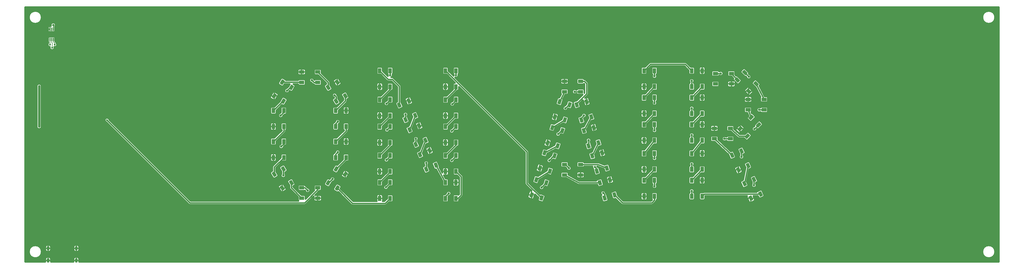
<source format=gbr>
G04 GENERATED BY PULSONIX 12.5 GERBER.DLL 9449*
G04 #@! TF.GenerationSoftware,Pulsonix,Pulsonix,12.5.9449*
G04 #@! TF.CreationDate,2024-11-25T21:04:47--1:00*
G04 #@! TF.Part,Single*
%FSLAX35Y35*%
%LPD*%
%MOMM*%
G04 #@! TF.FileFunction,Copper,L1,Top*
G04 #@! TF.FilePolarity,Positive*
G04 #@! TA.AperFunction,OtherCopper,Copper*
%ADD15C,0.50000*%
%ADD16C,0.30000*%
G04 #@! TA.AperFunction,Conductor*
%ADD17C,0.40640*%
G04 #@! TA.AperFunction,ViaPad*
%ADD18C,0.70000*%
%ADD19C,0.60000*%
G04 #@! TA.AperFunction,Conductor*
%ADD70C,0.20320*%
%ADD71C,0.25400*%
G04 #@! TA.AperFunction,SMDPad,CuDef*
%ADD20R,1.50000X1.00000*%
%AMT21*0 Rectangle Pad at angle 30*21,1,1.00000,1.50000,0,0,30*%
%ADD21T21*%
%ADD22R,1.00000X1.50000*%
%AMT23*0 Rectangle Pad at angle 150*21,1,1.00000,1.50000,0,0,150*%
%ADD23T23*%
%AMT24*0 Rectangle Pad at angle 23*21,1,1.00000,1.50000,0,0,23*%
%ADD24T24*%
%AMT25*0 Rectangle Pad at angle 163*21,1,1.00000,1.50000,0,0,163*%
%ADD25T25*%
%AMT26*0 Rectangle Pad at angle 17*21,1,1.00000,1.50000,0,0,17*%
%ADD26T26*%
%AMT27*0 Rectangle Pad at angle 45*21,1,1.00000,1.50000,0,0,45*%
%ADD27T27*%
%AMT28*0 Rectangle Pad at angle 135*21,1,1.00000,1.50000,0,0,135*%
%ADD28T28*%
%AMT29*0 Rectangle Pad at angle 24*21,1,1.00000,1.50000,0,0,24*%
%ADD29T29*%
%ADD73R,0.30000X1.00000*%
G04 #@! TA.AperFunction,Conductor*
%ADD74C,0.63500*%
G04 #@! TA.AperFunction,ComponentPad*
%ADD81O,0.85000X1.35000*%
G04 #@! TD.AperFunction*
X0Y0D02*
D02*
D15*
X1385800Y8759700D02*
Y941300D01*
X2002036D01*
G75*
G02*
X2000188Y959188I85652J17888D01*
G01*
Y1009188D01*
G75*
G02*
X2175188I87500J0D01*
G01*
Y959188D01*
G75*
G02*
X2173340Y941300I-87500J0D01*
G01*
X2866036D01*
G75*
G02*
X2864188Y959188I85652J17888D01*
G01*
Y1009188D01*
G75*
G02*
X3039188I87500J0D01*
G01*
Y959188D01*
G75*
G02*
X3037340Y941300I-87500J0D01*
G01*
X31204200D01*
Y8759700D01*
X1385800D01*
X1890240Y1250500D02*
G75*
G02*
X1499760I-195240J0D01*
G01*
G75*
G02*
X1890240I195240J0D01*
G01*
Y8450500D02*
G75*
G02*
X1499760I-195240J0D01*
G01*
G75*
G02*
X1890240I195240J0D01*
G01*
X1741260Y5117313D02*
Y6311813D01*
G75*
G02*
X1738010Y6333688I71990J21875D01*
G01*
G75*
G02*
X1888490I75240J0D01*
G01*
G75*
G02*
X1885240Y6311813I-75240J0D01*
G01*
Y5117313D01*
G75*
G02*
X1888490Y5095438I-71990J-21875D01*
G01*
G75*
G02*
X1738010I-75240J0D01*
G01*
G75*
G02*
X1741260Y5117313I75240J0D01*
G01*
X2000188Y1379188D02*
G75*
G02*
X2175188I87500J0D01*
G01*
Y1329188D01*
G75*
G02*
X2000188I-87500J0D01*
G01*
Y1379188D01*
X2093850Y7660548D02*
Y7699991D01*
G75*
G02*
X2089010Y7719125I35400J19134D01*
G01*
Y7819125D01*
G75*
G02*
X2129250Y7859365I40240J0D01*
G01*
X2159250D01*
G75*
G02*
X2169250Y7858103I1J-40240D01*
G01*
G75*
G02*
X2179250Y7859365I9999J-38978D01*
G01*
X2209250D01*
G75*
G02*
X2219250Y7858103I1J-40240D01*
G01*
G75*
G02*
X2229250Y7859365I9999J-38978D01*
G01*
X2259250D01*
G75*
G02*
X2299490Y7819125I0J-40240D01*
G01*
Y7720536D01*
X2325024Y7695002D01*
G75*
G02*
X2339883Y7660566I-35524J-35752D01*
G01*
G75*
G02*
X2275180Y7542860I-50383J-48941D01*
G01*
G75*
G02*
X2280365Y7516375I-65055J-26486D01*
G01*
G75*
G02*
X2139885I-70240J0D01*
G01*
G75*
G02*
X2144489Y7541385I70240J-1D01*
G01*
G75*
G02*
X2093850Y7660548I-239J70240D01*
G01*
X2084250Y8139125D02*
G75*
G02*
X2129250Y8184125I45000J0D01*
G01*
X2159250D01*
G75*
G02*
X2169250Y8183000I1J-45000D01*
G01*
G75*
G02*
X2175645Y8183980I9996J-43876D01*
G01*
G75*
G02*
X2169010Y8214875I68605J30894D01*
G01*
G75*
G02*
X2319490I75240J0D01*
G01*
G75*
G02*
X2297190Y8161411I-75240J0D01*
G01*
Y8152534D01*
G75*
G02*
X2299490Y8139125I-37940J-13409D01*
G01*
Y8039125D01*
G75*
G02*
X2259250Y7998885I-40240J0D01*
G01*
X2229393D01*
G75*
G02*
X2209250Y7994125I-20143J40240D01*
G01*
X2179250D01*
G75*
G02*
X2169250Y7995250I-1J45000D01*
G01*
G75*
G02*
X2159250Y7994125I-9999J43875D01*
G01*
X2129250D01*
G75*
G02*
X2084250Y8039125I0J45000D01*
G01*
Y8139125D01*
X2864188Y1379188D02*
G75*
G02*
X3039188I87500J0D01*
G01*
Y1329188D01*
G75*
G02*
X2864188I-87500J0D01*
G01*
Y1379188D01*
X3960859Y5311535D02*
X6457959Y2814435D01*
X9754422D01*
G75*
G02*
X9739760Y2845500I25578J31065D01*
G01*
Y2925096D01*
X9492924Y3171932D01*
G75*
G02*
X9475004Y3214936I42640J43004D01*
G01*
Y3290637D01*
X9419221Y3387256D01*
G75*
G02*
X9434243Y3443318I35542J20520D01*
G01*
X9520845Y3493318D01*
G75*
G02*
X9576907Y3478296I20520J-35542D01*
G01*
X9651907Y3348392D01*
G75*
G02*
X9636885Y3292330I-35542J-20520D01*
G01*
X9596124Y3268796D01*
Y3240020D01*
X9850404Y2985740D01*
X9930000D01*
G75*
G02*
X9970240Y2945500I0J-40240D01*
G01*
Y2868509D01*
X10240195Y3138464D01*
G75*
G02*
X10229760Y3165500I29805J27036D01*
G01*
Y3265500D01*
G75*
G02*
X10270000Y3305740I40240J0D01*
G01*
X10420000D01*
G75*
G02*
X10460240Y3265500I0J-40240D01*
G01*
Y3165500D01*
G75*
G02*
X10420000Y3125260I-40240J0D01*
G01*
X10396186D01*
G75*
G02*
X10387640Y3114621I-51186J32365D01*
G01*
X10262966Y2989947D01*
G75*
G02*
X10270000Y2990500I7033J-44447D01*
G01*
X10420000D01*
G75*
G02*
X10465000Y2945500I0J-45000D01*
G01*
Y2845500D01*
G75*
G02*
X10420000Y2800500I-45000J0D01*
G01*
X10270000D01*
G75*
G02*
X10225000Y2845500I0J45000D01*
G01*
Y2945500D01*
G75*
G02*
X10225553Y2952534I45000J1D01*
G01*
X9984254Y2711235D01*
G75*
G02*
X9941250Y2693315I-43004J42640D01*
G01*
X6432875D01*
G75*
G02*
X6389871Y2711235I0J60560D01*
G01*
X3875215Y5225891D01*
G75*
G02*
X3822635Y5293875I17660J67984D01*
G01*
G75*
G02*
X3960859Y5311535I70240J0D01*
G01*
X8893664Y6017372D02*
X8968664Y6147276D01*
G75*
G02*
X9030135Y6163747I38971J-22500D01*
G01*
X9116737Y6113747D01*
G75*
G02*
X9133208Y6052276I-22500J-38971D01*
G01*
X9058208Y5922372D01*
G75*
G02*
X8996737Y5905901I-38971J22500D01*
G01*
X8910135Y5955901D01*
G75*
G02*
X8893664Y6017372I22500J38971D01*
G01*
X8912115Y3707670D02*
X8952876Y3731204D01*
Y3849936D01*
G75*
G02*
X8970796Y3892940I60560J0D01*
G01*
X9217260Y4139404D01*
Y4219000D01*
G75*
G02*
X9257500Y4259240I40240J0D01*
G01*
X9357500D01*
G75*
G02*
X9397740Y4219000I0J-40240D01*
G01*
Y4069000D01*
G75*
G02*
X9357500Y4028760I-40240J0D01*
G01*
X9277904D01*
X9073996Y3824852D01*
Y3709363D01*
X9129779Y3612744D01*
G75*
G02*
X9114757Y3556682I-35542J-20520D01*
G01*
X9028155Y3506682D01*
G75*
G02*
X8972093Y3521704I-20520J35542D01*
G01*
X8897093Y3651608D01*
G75*
G02*
X8912115Y3707670I35542J20520D01*
G01*
X9189243Y3867670D02*
X9275845Y3917670D01*
G75*
G02*
X9331907Y3902648I20520J-35542D01*
G01*
X9406907Y3772744D01*
G75*
G02*
X9391885Y3716682I-35542J-20520D01*
G01*
X9351124Y3693148D01*
Y3639899D01*
G75*
G02*
X9365804Y3595250I-60560J-44649D01*
G01*
G75*
G02*
X9215324I-75240J0D01*
G01*
G75*
G02*
X9230004Y3639899I75240J0D01*
G01*
Y3714989D01*
X9174221Y3811608D01*
G75*
G02*
X9189243Y3867670I35542J20520D01*
G01*
X9155135Y3286747D02*
X9241737Y3336747D01*
G75*
G02*
X9303208Y3320276I22500J-38971D01*
G01*
X9378208Y3190372D01*
G75*
G02*
X9361737Y3128901I-38971J-22500D01*
G01*
X9275135Y3078901D01*
G75*
G02*
X9213664Y3095372I-22500J38971D01*
G01*
X9138664Y3225276D01*
G75*
G02*
X9155135Y3286747I38971J22500D01*
G01*
X8892500Y4219000D02*
G75*
G02*
X8937500Y4264000I45000J0D01*
G01*
X9037500D01*
G75*
G02*
X9082500Y4219000I0J-45000D01*
G01*
Y4069000D01*
G75*
G02*
X9037500Y4024000I-45000J0D01*
G01*
X8937500D01*
G75*
G02*
X8892500Y4069000I0J45000D01*
G01*
Y4219000D01*
Y5171500D02*
G75*
G02*
X8937500Y5216500I45000J0D01*
G01*
X9037500D01*
G75*
G02*
X9082500Y5171500I0J-45000D01*
G01*
Y5021500D01*
G75*
G02*
X9037500Y4976500I-45000J0D01*
G01*
X8937500D01*
G75*
G02*
X8892500Y5021500I0J45000D01*
G01*
Y5171500D01*
X8897260Y4709000D02*
G75*
G02*
X8937500Y4749240I40240J0D01*
G01*
X9017096D01*
X9246940Y4979084D01*
Y4982670D01*
G75*
G02*
X9217260Y5021500I10560J38830D01*
G01*
Y5171500D01*
G75*
G02*
X9257500Y5211740I40240J0D01*
G01*
X9357500D01*
G75*
G02*
X9397740Y5171500I0J-40240D01*
G01*
Y5021500D01*
G75*
G02*
X9368060Y4982670I-40240J0D01*
G01*
Y4954000D01*
G75*
G02*
X9350140Y4910996I-60560J0D01*
G01*
X9077740Y4638596D01*
Y4559000D01*
G75*
G02*
X9037500Y4518760I-40240J0D01*
G01*
X8937500D01*
G75*
G02*
X8897260Y4559000I0J40240D01*
G01*
Y4709000D01*
X9215625Y4558644D02*
X9217260Y4560279D01*
Y4709000D01*
G75*
G02*
X9257500Y4749240I40240J0D01*
G01*
X9357500D01*
G75*
G02*
X9397740Y4709000I0J-40240D01*
G01*
Y4559000D01*
G75*
G02*
X9357500Y4518760I-40240J0D01*
G01*
X9347029D01*
X9301269Y4473000D01*
G75*
G02*
X9151635Y4484250I-74394J11250D01*
G01*
G75*
G02*
X9215625Y4558644I75240J0D01*
G01*
X8897260Y5661500D02*
G75*
G02*
X8937500Y5701740I40240J0D01*
G01*
X9017096D01*
X9178965Y5863609D01*
X9249221Y5985296D01*
G75*
G02*
X9305283Y6000318I35542J-20520D01*
G01*
X9391885Y5950318D01*
G75*
G02*
X9406907Y5894256I-20520J-35542D01*
G01*
X9331907Y5764352D01*
G75*
G02*
X9275845Y5749330I-35542J20520D01*
G01*
X9250568Y5763924D01*
X9077740Y5591096D01*
Y5511500D01*
G75*
G02*
X9037500Y5471260I-40240J0D01*
G01*
X8937500D01*
G75*
G02*
X8897260Y5511500I0J40240D01*
G01*
Y5661500D01*
X9199750Y5511144D02*
X9217260Y5528654D01*
Y5661500D01*
G75*
G02*
X9257500Y5701740I40240J0D01*
G01*
X9357500D01*
G75*
G02*
X9397740Y5661500I0J-40240D01*
G01*
Y5511500D01*
G75*
G02*
X9357500Y5471260I-40240J0D01*
G01*
X9331154D01*
X9285394Y5425500D01*
G75*
G02*
X9135760Y5436750I-74394J11250D01*
G01*
G75*
G02*
X9199750Y5511144I75240J0D01*
G01*
X9142093Y6439744D02*
X9217093Y6569648D01*
G75*
G02*
X9273155Y6584670I35542J-20520D01*
G01*
X9359757Y6534670D01*
G75*
G02*
X9374728Y6519736I-20520J-35542D01*
G01*
X9744129D01*
G75*
G02*
X9780000Y6541740I35871J-18236D01*
G01*
X9930000D01*
G75*
G02*
X9970240Y6501500I0J-40240D01*
G01*
Y6401500D01*
G75*
G02*
X9930000Y6361260I-40240J0D01*
G01*
X9780000D01*
G75*
G02*
X9739863Y6398616I0J40240D01*
G01*
X9595410D01*
X9636885Y6374670D01*
G75*
G02*
X9651907Y6318608I-20520J-35542D01*
G01*
X9576907Y6188704D01*
G75*
G02*
X9520845Y6173682I-35542J20520D01*
G01*
X9483587Y6195193D01*
X9475894Y6187500D01*
G75*
G02*
X9326260Y6198750I-74394J11250D01*
G01*
G75*
G02*
X9390250Y6273144I75240J0D01*
G01*
X9449780Y6332674D01*
X9487852Y6398616D01*
X9328596D01*
X9299779Y6348704D01*
G75*
G02*
X9243717Y6333682I-35542J20520D01*
G01*
X9157115Y6383682D01*
G75*
G02*
X9142093Y6439744I20520J35542D01*
G01*
X9739760Y3265500D02*
G75*
G02*
X9780000Y3305740I40240J0D01*
G01*
X9930000D01*
G75*
G02*
X9969203Y3274575I0J-40240D01*
G01*
G75*
G02*
X9998879Y3258140I-13328J-59075D01*
G01*
X10047750Y3209269D01*
G75*
G02*
X10111740Y3134875I-11250J-74394D01*
G01*
G75*
G02*
X9962106Y3123625I-75240J0D01*
G01*
X9953147Y3132584D01*
G75*
G02*
X9930000Y3125260I-23147J32916D01*
G01*
X9780000D01*
G75*
G02*
X9739760Y3165500I0J40240D01*
G01*
Y3265500D01*
X9735000Y6821500D02*
G75*
G02*
X9780000Y6866500I45000J0D01*
G01*
X9930000D01*
G75*
G02*
X9975000Y6821500I0J-45000D01*
G01*
Y6721500D01*
G75*
G02*
X9930000Y6676500I-45000J0D01*
G01*
X9780000D01*
G75*
G02*
X9735000Y6721500I0J45000D01*
G01*
Y6821500D01*
X10237894Y6527500D02*
X10238657Y6526737D01*
G75*
G02*
X10270000Y6541740I31343J-25237D01*
G01*
X10420000D01*
G75*
G02*
X10460240Y6501500I0J-40240D01*
G01*
Y6401500D01*
G75*
G02*
X10420000Y6361260I-40240J0D01*
G01*
X10270000D01*
G75*
G02*
X10231170Y6390940I0J40240D01*
G01*
X10228250D01*
G75*
G02*
X10185246Y6408860I0J60560D01*
G01*
X10152250Y6441856D01*
G75*
G02*
X10088260Y6516250I11250J74394D01*
G01*
G75*
G02*
X10237894Y6527500I75240J0D01*
G01*
X10229760Y6821500D02*
G75*
G02*
X10270000Y6861740I40240J0D01*
G01*
X10420000D01*
G75*
G02*
X10460240Y6821500I0J-40240D01*
G01*
Y6741904D01*
X10707076Y6495068D01*
G75*
G02*
X10724996Y6452064I-42640J-43004D01*
G01*
Y6376363D01*
X10780779Y6279744D01*
G75*
G02*
X10765757Y6223682I-35542J-20520D01*
G01*
X10679155Y6173682D01*
G75*
G02*
X10623093Y6188704I-20520J35542D01*
G01*
X10548093Y6318608D01*
G75*
G02*
X10563115Y6374670I35542J20520D01*
G01*
X10603876Y6398204D01*
Y6426980D01*
X10349596Y6681260D01*
X10270000D01*
G75*
G02*
X10229760Y6721500I0J40240D01*
G01*
Y6821500D01*
X10548093Y3348392D02*
X10623093Y3478296D01*
G75*
G02*
X10679155Y3493318I35542J-20520D01*
G01*
X10706349Y3477618D01*
X10724106Y3495375D01*
G75*
G02*
X10873740Y3484125I74394J-11250D01*
G01*
G75*
G02*
X10809750Y3409731I-75240J0D01*
G01*
X10771905Y3371886D01*
X10705779Y3257352D01*
G75*
G02*
X10649717Y3242330I-35542J20520D01*
G01*
X10563115Y3292330D01*
G75*
G02*
X10548093Y3348392I20520J35542D01*
G01*
X10825221Y3188392D02*
X10900221Y3318296D01*
G75*
G02*
X10956283Y3333318I35542J-20520D01*
G01*
X11042885Y3283318D01*
G75*
G02*
X11057907Y3227256I-20520J-35542D01*
G01*
X11039558Y3195474D01*
X11436472Y2798560D01*
X12149937D01*
G75*
G02*
X12146875Y2814875I41938J16316D01*
G01*
Y2964875D01*
G75*
G02*
X12191875Y3009875I45000J0D01*
G01*
X12291875D01*
G75*
G02*
X12336875Y2964875I0J-45000D01*
G01*
Y2814875D01*
G75*
G02*
X12333813Y2798560I-45000J1D01*
G01*
X12384916D01*
X12471635Y2885279D01*
Y2964875D01*
G75*
G02*
X12511875Y3005115I40240J0D01*
G01*
X12611875D01*
G75*
G02*
X12652115Y2964875I0J-40240D01*
G01*
Y2814875D01*
G75*
G02*
X12611875Y2774635I-40240J0D01*
G01*
X12532279D01*
X12453004Y2695360D01*
G75*
G02*
X12410000Y2677440I-43004J42640D01*
G01*
X11411388D01*
G75*
G02*
X11368384Y2695360I0J60560D01*
G01*
X10975629Y3088115D01*
G75*
G02*
X10926845Y3082330I-28264J29757D01*
G01*
X10840243Y3132330D01*
G75*
G02*
X10825221Y3188392I20520J35542D01*
G01*
X10936394Y6067125D02*
X10952076Y6051443D01*
G75*
G02*
X10969996Y6008439I-42640J-43004D01*
G01*
Y5952011D01*
X11025779Y5855392D01*
G75*
G02*
X11010757Y5799330I-35542J-20520D01*
G01*
X10924155Y5749330D01*
G75*
G02*
X10868093Y5764352I-20520J35542D01*
G01*
X10793093Y5894256D01*
G75*
G02*
X10808115Y5950318I35542J20520D01*
G01*
X10848876Y5973852D01*
Y5981788D01*
G75*
G02*
X10786760Y6055875I13124J74087D01*
G01*
G75*
G02*
X10936394Y6067125I75240J0D01*
G01*
X10802260Y4219000D02*
G75*
G02*
X10833425Y4258203I40240J0D01*
G01*
G75*
G02*
X10849860Y4287879I59075J-13328D01*
G01*
X10882856Y4320875D01*
G75*
G02*
X11032490Y4309625I74394J-11250D01*
G01*
G75*
G02*
X10978293Y4237388I-75240J0D01*
G01*
G75*
G02*
X10982740Y4219000I-35793J-18388D01*
G01*
Y4069000D01*
G75*
G02*
X10942500Y4028760I-40240J0D01*
G01*
X10842500D01*
G75*
G02*
X10802260Y4069000I0J40240D01*
G01*
Y4219000D01*
Y4709000D02*
G75*
G02*
X10842500Y4749240I40240J0D01*
G01*
X10922096D01*
X11151940Y4979084D01*
Y4982670D01*
G75*
G02*
X11122260Y5021500I10560J38830D01*
G01*
Y5171500D01*
G75*
G02*
X11162500Y5211740I40240J0D01*
G01*
X11262500D01*
G75*
G02*
X11302740Y5171500I0J-40240D01*
G01*
Y5021500D01*
G75*
G02*
X11273060Y4982670I-40240J0D01*
G01*
Y4954000D01*
G75*
G02*
X11255140Y4910996I-60560J0D01*
G01*
X10982740Y4638596D01*
Y4559000D01*
G75*
G02*
X10942500Y4518760I-40240J0D01*
G01*
X10842500D01*
G75*
G02*
X10802260Y4559000I0J40240D01*
G01*
Y4709000D01*
X11117500D02*
G75*
G02*
X11162500Y4754000I45000J0D01*
G01*
X11262500D01*
G75*
G02*
X11307500Y4709000I0J-45000D01*
G01*
Y4559000D01*
G75*
G02*
X11262500Y4514000I-45000J0D01*
G01*
X11162500D01*
G75*
G02*
X11117500Y4559000I0J45000D01*
G01*
Y4709000D01*
X10802260Y5171500D02*
G75*
G02*
X10839985Y5211661I40240J0D01*
G01*
G75*
G02*
X10849860Y5224504I52515J-30161D01*
G01*
X10882856Y5257500D01*
G75*
G02*
X11032490Y5246250I74394J-11250D01*
G01*
G75*
G02*
X10982551Y5175392I-75240J0D01*
G01*
G75*
G02*
X10982740Y5171500I-40051J-3896D01*
G01*
Y5021500D01*
G75*
G02*
X10942500Y4981260I-40240J0D01*
G01*
X10842500D01*
G75*
G02*
X10802260Y5021500I0J40240D01*
G01*
Y5171500D01*
Y5661500D02*
G75*
G02*
X10842500Y5701740I40240J0D01*
G01*
X10922096D01*
X11126004Y5905648D01*
Y5957637D01*
X11070221Y6054256D01*
G75*
G02*
X11085243Y6110318I35542J20520D01*
G01*
X11171845Y6160318D01*
G75*
G02*
X11227907Y6145296I20520J-35542D01*
G01*
X11302907Y6015392D01*
G75*
G02*
X11287885Y5959330I-35542J-20520D01*
G01*
X11247124Y5935796D01*
Y5880564D01*
G75*
G02*
X11229204Y5837560I-60560J0D01*
G01*
X10982740Y5591096D01*
Y5511500D01*
G75*
G02*
X10942500Y5471260I-40240J0D01*
G01*
X10842500D01*
G75*
G02*
X10802260Y5511500I0J40240D01*
G01*
Y5661500D01*
X11117500D02*
G75*
G02*
X11162500Y5706500I45000J0D01*
G01*
X11262500D01*
G75*
G02*
X11307500Y5661500I0J-45000D01*
G01*
Y5511500D01*
G75*
G02*
X11262500Y5466500I-45000J0D01*
G01*
X11162500D01*
G75*
G02*
X11117500Y5511500I0J45000D01*
G01*
Y5661500D01*
X10793093Y3772744D02*
X10868093Y3902648D01*
G75*
G02*
X10924155Y3917670I35542J-20520D01*
G01*
X10940087Y3908471D01*
X11122260Y4090644D01*
Y4219000D01*
G75*
G02*
X11162500Y4259240I40240J0D01*
G01*
X11262500D01*
G75*
G02*
X11302740Y4219000I0J-40240D01*
G01*
Y4069000D01*
G75*
G02*
X11262500Y4028760I-40240J0D01*
G01*
X11231664D01*
X11031087Y3828183D01*
G75*
G02*
X11025779Y3811608I-40850J3944D01*
G01*
X10950779Y3681704D01*
G75*
G02*
X10894717Y3666682I-35542J20520D01*
G01*
X10808115Y3716682D01*
G75*
G02*
X10793093Y3772744I20520J35542D01*
G01*
X11066792Y3614724D02*
X11141792Y3744628D01*
G75*
G02*
X11203263Y3761099I38971J-22500D01*
G01*
X11289865Y3711099D01*
G75*
G02*
X11306336Y3649628I-22500J-38971D01*
G01*
X11231336Y3519724D01*
G75*
G02*
X11169865Y3503253I-38971J22500D01*
G01*
X11083263Y3553253D01*
G75*
G02*
X11066792Y3614724I22500J38971D01*
G01*
X10838263Y6538099D02*
X10924865Y6588099D01*
G75*
G02*
X10986336Y6571628I22500J-38971D01*
G01*
X11061336Y6441724D01*
G75*
G02*
X11044865Y6380253I-38971J-22500D01*
G01*
X10958263Y6330253D01*
G75*
G02*
X10896792Y6346724I-22500J38971D01*
G01*
X10821792Y6476628D01*
G75*
G02*
X10838263Y6538099I38971J22500D01*
G01*
X12146875Y3790375D02*
G75*
G02*
X12191875Y3835375I45000J0D01*
G01*
X12291875D01*
G75*
G02*
X12336875Y3790375I0J-45000D01*
G01*
Y3640375D01*
G75*
G02*
X12291875Y3595375I-45000J0D01*
G01*
X12191875D01*
G75*
G02*
X12146875Y3640375I0J45000D01*
G01*
Y3790375D01*
X12151635Y3454875D02*
G75*
G02*
X12191875Y3495115I40240J0D01*
G01*
X12271471D01*
X12471635Y3695279D01*
Y3790375D01*
G75*
G02*
X12511875Y3830615I40240J0D01*
G01*
X12611875D01*
G75*
G02*
X12652115Y3790375I0J-40240D01*
G01*
Y3640375D01*
G75*
G02*
X12611875Y3600135I-40240J0D01*
G01*
X12547779D01*
X12332115Y3384471D01*
Y3304875D01*
G75*
G02*
X12291875Y3264635I-40240J0D01*
G01*
X12191875D01*
G75*
G02*
X12151635Y3304875I0J40240D01*
G01*
Y3454875D01*
X12422375Y3304519D02*
X12471635Y3353779D01*
Y3454875D01*
G75*
G02*
X12511875Y3495115I40240J0D01*
G01*
X12611875D01*
G75*
G02*
X12652115Y3454875I0J-40240D01*
G01*
Y3304875D01*
G75*
G02*
X12611875Y3264635I-40240J0D01*
G01*
X12553779D01*
X12508019Y3218875D01*
G75*
G02*
X12358385Y3230125I-74394J11250D01*
G01*
G75*
G02*
X12422375Y3304519I75240J0D01*
G01*
X12146875Y4679375D02*
G75*
G02*
X12191875Y4724375I45000J0D01*
G01*
X12291875D01*
G75*
G02*
X12336875Y4679375I0J-45000D01*
G01*
Y4529375D01*
G75*
G02*
X12291875Y4484375I-45000J0D01*
G01*
X12191875D01*
G75*
G02*
X12146875Y4529375I0J45000D01*
G01*
Y4679375D01*
X12151635Y4280375D02*
G75*
G02*
X12191875Y4320615I40240J0D01*
G01*
X12271471D01*
X12472404Y4521548D01*
G75*
G02*
X12471635Y4529375I39471J7829D01*
G01*
Y4679375D01*
G75*
G02*
X12511875Y4719615I40240J0D01*
G01*
X12611875D01*
G75*
G02*
X12652115Y4679375I0J-40240D01*
G01*
Y4529375D01*
G75*
G02*
X12611875Y4489135I-40240J0D01*
G01*
X12610395D01*
G75*
G02*
X12604515Y4482371I-48520J36241D01*
G01*
X12332115Y4209971D01*
Y4130375D01*
G75*
G02*
X12291875Y4090135I-40240J0D01*
G01*
X12191875D01*
G75*
G02*
X12151635Y4130375I0J40240D01*
G01*
Y4280375D01*
X12438250Y4145894D02*
X12471635Y4179279D01*
Y4280375D01*
G75*
G02*
X12511875Y4320615I40240J0D01*
G01*
X12611875D01*
G75*
G02*
X12652115Y4280375I0J-40240D01*
G01*
Y4130375D01*
G75*
G02*
X12611875Y4090135I-40240J0D01*
G01*
X12553779D01*
X12523894Y4060250D01*
G75*
G02*
X12374260Y4071500I-74394J11250D01*
G01*
G75*
G02*
X12438250Y4145894I75240J0D01*
G01*
X12146875Y5504875D02*
G75*
G02*
X12191875Y5549875I45000J0D01*
G01*
X12291875D01*
G75*
G02*
X12336875Y5504875I0J-45000D01*
G01*
Y5354875D01*
G75*
G02*
X12291875Y5309875I-45000J0D01*
G01*
X12191875D01*
G75*
G02*
X12146875Y5354875I0J45000D01*
G01*
Y5504875D01*
X12151635Y5169375D02*
G75*
G02*
X12191875Y5209615I40240J0D01*
G01*
X12271471D01*
X12471635Y5409779D01*
Y5504875D01*
G75*
G02*
X12511875Y5545115I40240J0D01*
G01*
X12611875D01*
G75*
G02*
X12652115Y5504875I0J-40240D01*
G01*
Y5354875D01*
G75*
G02*
X12611875Y5314635I-40240J0D01*
G01*
X12547779D01*
X12332115Y5098971D01*
Y5019375D01*
G75*
G02*
X12291875Y4979135I-40240J0D01*
G01*
X12191875D01*
G75*
G02*
X12151635Y5019375I0J40240D01*
G01*
Y5169375D01*
X12454125Y5066644D02*
X12471635Y5084154D01*
Y5169375D01*
G75*
G02*
X12511875Y5209615I40240J0D01*
G01*
X12611875D01*
G75*
G02*
X12652115Y5169375I0J-40240D01*
G01*
Y5019375D01*
G75*
G02*
X12611875Y4979135I-40240J0D01*
G01*
X12539463D01*
G75*
G02*
X12390135Y4992250I-74088J13115D01*
G01*
G75*
G02*
X12454125Y5066644I75240J0D01*
G01*
X12146875Y6393875D02*
G75*
G02*
X12191875Y6438875I45000J0D01*
G01*
X12291875D01*
G75*
G02*
X12336875Y6393875I0J-45000D01*
G01*
Y6243875D01*
G75*
G02*
X12291875Y6198875I-45000J0D01*
G01*
X12191875D01*
G75*
G02*
X12146875Y6243875I0J45000D01*
G01*
Y6393875D01*
X12151635Y5994875D02*
G75*
G02*
X12191875Y6035115I40240J0D01*
G01*
X12271471D01*
X12472404Y6236048D01*
G75*
G02*
X12471635Y6243875I39471J7829D01*
G01*
Y6393875D01*
G75*
G02*
X12511875Y6434115I40240J0D01*
G01*
X12611875D01*
G75*
G02*
X12652115Y6393875I0J-40240D01*
G01*
Y6243875D01*
G75*
G02*
X12611875Y6203635I-40240J0D01*
G01*
X12610395D01*
G75*
G02*
X12604515Y6196871I-48520J36241D01*
G01*
X12332115Y5924471D01*
Y5844875D01*
G75*
G02*
X12291875Y5804635I-40240J0D01*
G01*
X12191875D01*
G75*
G02*
X12151635Y5844875I0J40240D01*
G01*
Y5994875D01*
X12438250Y5876269D02*
X12471635Y5909654D01*
Y5994875D01*
G75*
G02*
X12511875Y6035115I40240J0D01*
G01*
X12611875D01*
G75*
G02*
X12652115Y5994875I0J-40240D01*
G01*
Y5844875D01*
G75*
G02*
X12611875Y5804635I-40240J0D01*
G01*
X12537904D01*
X12523894Y5790625D01*
G75*
G02*
X12374260Y5801875I-74394J11250D01*
G01*
G75*
G02*
X12438250Y5876269I75240J0D01*
G01*
X12151635Y6883875D02*
G75*
G02*
X12191875Y6924115I40240J0D01*
G01*
X12291875D01*
G75*
G02*
X12332115Y6883875I0J-40240D01*
G01*
Y6804279D01*
X12494130Y6642264D01*
G75*
G02*
X12490774Y6699611I67745J32736D01*
G01*
G75*
G02*
X12471635Y6733875I21101J34264D01*
G01*
Y6883875D01*
G75*
G02*
X12511875Y6924115I40240J0D01*
G01*
X12611875D01*
G75*
G02*
X12652115Y6883875I0J-40240D01*
G01*
Y6733875D01*
G75*
G02*
X12632976Y6699611I-40240J0D01*
G01*
G75*
G02*
X12597185Y6608560I-71101J-24611D01*
G01*
X12624125D01*
G75*
G02*
X12667129Y6590640I0J-60560D01*
G01*
X12884130Y6373639D01*
G75*
G02*
X12902050Y6330635I-42640J-43004D01*
G01*
Y5848835D01*
X12954490Y5725295D01*
G75*
G02*
X12932856Y5671228I-37670J-16289D01*
G01*
X12840806Y5632155D01*
G75*
G02*
X12786885Y5654150I-16036J37778D01*
G01*
X12728490Y5791719D01*
G75*
G02*
X12750124Y5845786I37670J16289D01*
G01*
X12780930Y5858862D01*
Y6305551D01*
X12599041Y6487440D01*
X12502750D01*
G75*
G02*
X12459746Y6505360I0J60560D01*
G01*
X12271471Y6693635D01*
X12191875D01*
G75*
G02*
X12151635Y6733875I0J40240D01*
G01*
Y6883875D01*
X13108188Y5468500D02*
G75*
G02*
X13093508Y5423851I-75240J0D01*
G01*
Y5397787D01*
X13145948Y5274247D01*
G75*
G02*
X13124314Y5220180I-37670J-16289D01*
G01*
X13032264Y5181107D01*
G75*
G02*
X12978343Y5203102I-16036J37778D01*
G01*
X12919948Y5340671D01*
G75*
G02*
X12941582Y5394738I37670J16289D01*
G01*
X12972388Y5407814D01*
Y5423851D01*
G75*
G02*
X12957708Y5468500I60560J44649D01*
G01*
G75*
G02*
X13108188I75240J0D01*
G01*
X13067624Y5083786D02*
X13139610Y5114342D01*
X13246391Y5390599D01*
X13214510Y5465705D01*
G75*
G02*
X13236144Y5519772I37670J16289D01*
G01*
X13328194Y5558845D01*
G75*
G02*
X13382115Y5536850I16036J-37778D01*
G01*
X13440510Y5399281D01*
G75*
G02*
X13418876Y5345214I-37670J-16289D01*
G01*
X13346890Y5314658D01*
X13240109Y5038401D01*
X13271990Y4963295D01*
G75*
G02*
X13250356Y4909228I-37670J-16289D01*
G01*
X13158306Y4870155D01*
G75*
G02*
X13104385Y4892150I-16036J37778D01*
G01*
X13045990Y5029719D01*
G75*
G02*
X13067624Y5083786I37670J16289D01*
G01*
X13360639Y5212465D02*
X13452689Y5251538D01*
G75*
G02*
X13511695Y5227698I17583J-41423D01*
G01*
X13570305Y5089623D01*
G75*
G02*
X13546465Y5030617I-41423J-17583D01*
G01*
X13454415Y4991544D01*
G75*
G02*
X13395409Y5015384I-17583J41423D01*
G01*
X13336799Y5153459D01*
G75*
G02*
X13360639Y5212465I41423J17583D01*
G01*
X13553644Y4757772D02*
X13645694Y4796845D01*
G75*
G02*
X13699615Y4774850I16036J-37778D01*
G01*
X13758010Y4637281D01*
G75*
G02*
X13736376Y4583214I-37670J-16289D01*
G01*
X13664390Y4552658D01*
X13557609Y4276401D01*
X13589490Y4201295D01*
G75*
G02*
X13567856Y4147228I-37670J-16289D01*
G01*
X13475806Y4108155D01*
G75*
G02*
X13421885Y4130150I-16036J37778D01*
G01*
X13363490Y4267719D01*
G75*
G02*
X13385124Y4321786I37670J16289D01*
G01*
X13457110Y4352342D01*
X13563891Y4628599D01*
X13532010Y4703705D01*
G75*
G02*
X13553644Y4757772I37670J16289D01*
G01*
X13678139Y4450465D02*
X13770189Y4489538D01*
G75*
G02*
X13829195Y4465698I17583J-41423D01*
G01*
X13887805Y4327623D01*
G75*
G02*
X13863965Y4268617I-41423J-17583D01*
G01*
X13771915Y4229544D01*
G75*
G02*
X13712909Y4253384I-17583J41423D01*
G01*
X13654299Y4391459D01*
G75*
G02*
X13678139Y4450465I41423J17583D01*
G01*
X13871144Y3995772D02*
X13963194Y4034845D01*
G75*
G02*
X14017115Y4012850I16036J-37778D01*
G01*
X14075510Y3875281D01*
G75*
G02*
X14072149Y3836470I-37670J-16289D01*
G01*
X14163000Y3673942D01*
Y3790375D01*
G75*
G02*
X14208000Y3835375I45000J0D01*
G01*
X14308000D01*
G75*
G02*
X14353000Y3790375I0J-45000D01*
G01*
Y3640375D01*
G75*
G02*
X14308000Y3595375I-45000J0D01*
G01*
X14208000D01*
G75*
G02*
X14206911Y3595388I-7J45000D01*
G01*
X14262962Y3495115D01*
X14308000D01*
G75*
G02*
X14348240Y3454875I0J-40240D01*
G01*
Y3304875D01*
G75*
G02*
X14308000Y3264635I-40240J0D01*
G01*
X14208000D01*
G75*
G02*
X14167760Y3304875I0J40240D01*
G01*
Y3417194D01*
X13963389Y3782804D01*
X13961826Y3782141D01*
G75*
G02*
X13907905Y3804136I-16036J37778D01*
G01*
X13849510Y3941705D01*
G75*
G02*
X13871144Y3995772I37670J16289D01*
G01*
X14167760Y2964875D02*
G75*
G02*
X14208000Y3005115I40240J0D01*
G01*
X14234346D01*
X14280106Y3050875D01*
G75*
G02*
X14429740Y3039625I74394J-11250D01*
G01*
G75*
G02*
X14365750Y2965231I-75240J0D01*
G01*
X14348240Y2947721D01*
Y2814875D01*
G75*
G02*
X14308000Y2774635I-40240J0D01*
G01*
X14208000D01*
G75*
G02*
X14167760Y2814875I0J40240D01*
G01*
Y2964875D01*
X13743188Y3976250D02*
G75*
G02*
X13728508Y3931601I-75240J0D01*
G01*
Y3873787D01*
X13780948Y3750247D01*
G75*
G02*
X13759314Y3696180I-37670J-16289D01*
G01*
X13667264Y3657107D01*
G75*
G02*
X13613343Y3679102I-16036J37778D01*
G01*
X13554948Y3816671D01*
G75*
G02*
X13576582Y3870738I37670J16289D01*
G01*
X13607388Y3883814D01*
Y3931601D01*
G75*
G02*
X13592708Y3976250I60560J44649D01*
G01*
G75*
G02*
X13743188I75240J0D01*
G01*
X13425688Y4722375D02*
G75*
G02*
X13411008Y4677726I-75240J0D01*
G01*
Y4635787D01*
X13463448Y4512247D01*
G75*
G02*
X13441814Y4458180I-37670J-16289D01*
G01*
X13349764Y4419107D01*
G75*
G02*
X13295843Y4441102I-16036J37778D01*
G01*
X13237448Y4578671D01*
G75*
G02*
X13259082Y4632738I37670J16289D01*
G01*
X13289888Y4645814D01*
Y4677726D01*
G75*
G02*
X13275208Y4722375I60560J44649D01*
G01*
G75*
G02*
X13425688I75240J0D01*
G01*
X13043139Y5974465D02*
X13135189Y6013538D01*
G75*
G02*
X13194195Y5989698I17583J-41423D01*
G01*
X13252805Y5851623D01*
G75*
G02*
X13228965Y5792617I-41423J-17583D01*
G01*
X13136915Y5753544D01*
G75*
G02*
X13077909Y5777384I-17583J41423D01*
G01*
X13019299Y5915459D01*
G75*
G02*
X13043139Y5974465I41423J17583D01*
G01*
X14163000Y4679375D02*
G75*
G02*
X14208000Y4724375I45000J0D01*
G01*
X14308000D01*
G75*
G02*
X14353000Y4679375I0J-45000D01*
G01*
Y4529375D01*
G75*
G02*
X14308000Y4484375I-45000J0D01*
G01*
X14208000D01*
G75*
G02*
X14163000Y4529375I0J45000D01*
G01*
Y4679375D01*
X14167760Y4280375D02*
G75*
G02*
X14208000Y4320615I40240J0D01*
G01*
X14287596D01*
X14488529Y4521548D01*
G75*
G02*
X14487760Y4529375I39471J7829D01*
G01*
Y4679375D01*
G75*
G02*
X14528000Y4719615I40240J0D01*
G01*
X14628000D01*
G75*
G02*
X14668240Y4679375I0J-40240D01*
G01*
Y4529375D01*
G75*
G02*
X14628000Y4489135I-40240J0D01*
G01*
X14626520D01*
G75*
G02*
X14620640Y4482371I-48520J36241D01*
G01*
X14348240Y4209971D01*
Y4130375D01*
G75*
G02*
X14308000Y4090135I-40240J0D01*
G01*
X14208000D01*
G75*
G02*
X14167760Y4130375I0J40240D01*
G01*
Y4280375D01*
X14438500Y4130019D02*
X14487760Y4179279D01*
Y4280375D01*
G75*
G02*
X14528000Y4320615I40240J0D01*
G01*
X14628000D01*
G75*
G02*
X14668240Y4280375I0J-40240D01*
G01*
Y4130375D01*
G75*
G02*
X14628000Y4090135I-40240J0D01*
G01*
X14569904D01*
X14524144Y4044375D01*
G75*
G02*
X14374510Y4055625I-74394J11250D01*
G01*
G75*
G02*
X14438500Y4130019I75240J0D01*
G01*
X14483000Y3454875D02*
G75*
G02*
X14528000Y3499875I45000J0D01*
G01*
X14628000D01*
G75*
G02*
X14673000Y3454875I0J-45000D01*
G01*
Y3304875D01*
G75*
G02*
X14628000Y3259875I-45000J0D01*
G01*
X14528000D01*
G75*
G02*
X14483000Y3304875I0J45000D01*
G01*
Y3454875D01*
X14487760Y2964875D02*
G75*
G02*
X14528000Y3005115I40240J0D01*
G01*
X14628000D01*
G75*
G02*
X14653697Y2995841I0J-40240D01*
G01*
X14674940Y3017084D01*
Y3532791D01*
X14607596Y3600135D01*
X14528000D01*
G75*
G02*
X14487760Y3640375I0J40240D01*
G01*
Y3790375D01*
G75*
G02*
X14528000Y3830615I40240J0D01*
G01*
X14628000D01*
G75*
G02*
X14668240Y3790375I0J-40240D01*
G01*
Y3710779D01*
X14778140Y3600879D01*
G75*
G02*
X14796060Y3557875I-42640J-43004D01*
G01*
Y2992000D01*
G75*
G02*
X14778140Y2948996I-60560J0D01*
G01*
X14676379Y2847235D01*
G75*
G02*
X14668240Y2840358I-43004J42640D01*
G01*
Y2814875D01*
G75*
G02*
X14628000Y2774635I-40240J0D01*
G01*
X14528000D01*
G75*
G02*
X14487760Y2814875I0J40240D01*
G01*
Y2964875D01*
X14163000Y5504875D02*
G75*
G02*
X14208000Y5549875I45000J0D01*
G01*
X14308000D01*
G75*
G02*
X14353000Y5504875I0J-45000D01*
G01*
Y5354875D01*
G75*
G02*
X14308000Y5309875I-45000J0D01*
G01*
X14208000D01*
G75*
G02*
X14163000Y5354875I0J45000D01*
G01*
Y5504875D01*
X14167760Y5169375D02*
G75*
G02*
X14208000Y5209615I40240J0D01*
G01*
X14287596D01*
X14487760Y5409779D01*
Y5504875D01*
G75*
G02*
X14528000Y5545115I40240J0D01*
G01*
X14628000D01*
G75*
G02*
X14668240Y5504875I0J-40240D01*
G01*
Y5354875D01*
G75*
G02*
X14628000Y5314635I-40240J0D01*
G01*
X14563904D01*
X14348240Y5098971D01*
Y5019375D01*
G75*
G02*
X14308000Y4979135I-40240J0D01*
G01*
X14208000D01*
G75*
G02*
X14167760Y5019375I0J40240D01*
G01*
Y5169375D01*
X14438500Y5034894D02*
X14487760Y5084154D01*
Y5169375D01*
G75*
G02*
X14528000Y5209615I40240J0D01*
G01*
X14628000D01*
G75*
G02*
X14668240Y5169375I0J-40240D01*
G01*
Y5019375D01*
G75*
G02*
X14628000Y4979135I-40240J0D01*
G01*
X14554029D01*
X14524144Y4949250D01*
G75*
G02*
X14374510Y4960500I-74394J11250D01*
G01*
G75*
G02*
X14438500Y5034894I75240J0D01*
G01*
X14163000Y6393875D02*
G75*
G02*
X14208000Y6438875I45000J0D01*
G01*
X14308000D01*
G75*
G02*
X14353000Y6393875I0J-45000D01*
G01*
Y6243875D01*
G75*
G02*
X14308000Y6198875I-45000J0D01*
G01*
X14208000D01*
G75*
G02*
X14163000Y6243875I0J45000D01*
G01*
Y6393875D01*
X14167760Y5994875D02*
G75*
G02*
X14208000Y6035115I40240J0D01*
G01*
X14287596D01*
X14488529Y6236048D01*
G75*
G02*
X14487760Y6243875I39471J7829D01*
G01*
Y6393875D01*
G75*
G02*
X14528000Y6434115I40240J0D01*
G01*
X14552533D01*
X14293013Y6693635D01*
X14208000D01*
G75*
G02*
X14167760Y6733875I0J40240D01*
G01*
Y6883875D01*
G75*
G02*
X14208000Y6924115I40240J0D01*
G01*
X14308000D01*
G75*
G02*
X14348240Y6883875I0J-40240D01*
G01*
Y6809696D01*
X14506567Y6651369D01*
G75*
G02*
X14506899Y6699611I71433J23631D01*
G01*
G75*
G02*
X14487760Y6733875I21101J34264D01*
G01*
Y6883875D01*
G75*
G02*
X14528000Y6924115I40240J0D01*
G01*
X14628000D01*
G75*
G02*
X14668240Y6883875I0J-40240D01*
G01*
Y6733875D01*
G75*
G02*
X14649101Y6699611I-40240J0D01*
G01*
G75*
G02*
X14554369Y6603567I-71101J-24611D01*
G01*
X16794265Y4363671D01*
G75*
G02*
X16812185Y4320667I-42640J-43004D01*
G01*
Y3373013D01*
X17158692Y3026506D01*
G75*
G02*
X17184240Y3027014I13549J-38739D01*
G01*
X17279870Y2997777D01*
G75*
G02*
X17307118Y2946531I-11999J-39247D01*
G01*
X17263262Y2803086D01*
G75*
G02*
X17212016Y2775838I-39247J11999D01*
G01*
X17116386Y2805075D01*
G75*
G02*
X17089138Y2856321I11999J39247D01*
G01*
X17105166Y2908744D01*
X16997884Y3016026D01*
X16961031Y2895487D01*
G75*
G02*
X16904840Y2865610I-43034J13157D01*
G01*
X16809210Y2894847D01*
G75*
G02*
X16779333Y2951038I13157J43034D01*
G01*
X16823189Y3094483D01*
G75*
G02*
X16879380Y3124360I43034J-13157D01*
G01*
X16894028Y3119882D01*
X16708985Y3304925D01*
G75*
G02*
X16691065Y3347929I42640J43004D01*
G01*
Y4295583D01*
X14668240Y6318408D01*
Y6243875D01*
G75*
G02*
X14628000Y6203635I-40240J0D01*
G01*
X14626520D01*
G75*
G02*
X14620640Y6196871I-48520J36241D01*
G01*
X14348240Y5924471D01*
Y5844875D01*
G75*
G02*
X14308000Y5804635I-40240J0D01*
G01*
X14208000D01*
G75*
G02*
X14167760Y5844875I0J40240D01*
G01*
Y5994875D01*
X14454375Y5860394D02*
X14487760Y5893779D01*
Y5994875D01*
G75*
G02*
X14528000Y6035115I40240J0D01*
G01*
X14628000D01*
G75*
G02*
X14668240Y5994875I0J-40240D01*
G01*
Y5844875D01*
G75*
G02*
X14628000Y5804635I-40240J0D01*
G01*
X14569904D01*
X14540019Y5774750D01*
G75*
G02*
X14390385Y5786000I-74394J11250D01*
G01*
G75*
G02*
X14454375Y5860394I75240J0D01*
G01*
X16926382Y3418469D02*
X16970238Y3561914D01*
G75*
G02*
X17021484Y3589162I39247J-11999D01*
G01*
X17088382Y3568709D01*
X17361278Y3741155D01*
X17386994Y3825266D01*
G75*
G02*
X17438240Y3852514I39247J-11999D01*
G01*
X17533870Y3823277D01*
G75*
G02*
X17561118Y3772031I-11999J-39247D01*
G01*
X17517262Y3628586D01*
G75*
G02*
X17466016Y3601338I-39247J11999D01*
G01*
X17399118Y3621791D01*
X17126222Y3449345D01*
X17100506Y3365234D01*
G75*
G02*
X17049260Y3337986I-39247J11999D01*
G01*
X16953630Y3367223D01*
G75*
G02*
X16926382Y3418469I11999J39247D01*
G01*
X17188372Y3300266D02*
X17240936Y3352830D01*
X17276256Y3468355D01*
G75*
G02*
X17327502Y3495603I39247J-11999D01*
G01*
X17423132Y3466366D01*
G75*
G02*
X17450380Y3415120I-11999J-39247D01*
G01*
X17406524Y3271675D01*
G75*
G02*
X17355278Y3244427I-39247J11999D01*
G01*
X17315869Y3256475D01*
X17274016Y3214622D01*
G75*
G02*
X17124382Y3225872I-74394J11250D01*
G01*
G75*
G02*
X17188372Y3300266I75240J0D01*
G01*
X17033333Y3776538D02*
X17077189Y3919983D01*
G75*
G02*
X17133380Y3949860I43034J-13157D01*
G01*
X17229010Y3920623D01*
G75*
G02*
X17258887Y3864432I-13157J-43034D01*
G01*
X17215031Y3720987D01*
G75*
G02*
X17158840Y3691110I-43034J13157D01*
G01*
X17063210Y3720347D01*
G75*
G02*
X17033333Y3776538I13157J43034D01*
G01*
X17180382Y4243969D02*
X17224238Y4387414D01*
G75*
G02*
X17275484Y4414662I39247J-11999D01*
G01*
X17351669Y4391370D01*
X17601473Y4525798D01*
X17625119Y4603141D01*
G75*
G02*
X17676365Y4630389I39247J-11999D01*
G01*
X17771995Y4601152D01*
G75*
G02*
X17799243Y4549906I-11999J-39247D01*
G01*
X17755387Y4406461D01*
G75*
G02*
X17704141Y4379213I-39247J11999D01*
G01*
X17627956Y4402505D01*
X17378152Y4268077D01*
X17354506Y4190734D01*
G75*
G02*
X17303260Y4163486I-39247J11999D01*
G01*
X17207630Y4192723D01*
G75*
G02*
X17180382Y4243969I11999J39247D01*
G01*
X17788385Y3659875D02*
G75*
G02*
X17828625Y3700115I40240J0D01*
G01*
X17978625D01*
G75*
G02*
X18018865Y3659875I0J-40240D01*
G01*
Y3615542D01*
X18354698Y3430575D01*
X18876973D01*
G75*
G02*
X18905868Y3466366I40894J-3456D01*
G01*
X19001498Y3495603D01*
G75*
G02*
X19052744Y3468355I11999J-39247D01*
G01*
X19096600Y3324910D01*
G75*
G02*
X19069352Y3273664I-39247J-11999D01*
G01*
X18973722Y3244427D01*
G75*
G02*
X18922476Y3271675I-11999J39247D01*
G01*
X18910925Y3309455D01*
X18339125D01*
G75*
G02*
X18309693Y3317088I0J60560D01*
G01*
X17941940Y3519635D01*
X17828625D01*
G75*
G02*
X17788385Y3559875I0J40240D01*
G01*
Y3659875D01*
X19159644Y3066750D02*
X19173512Y3052882D01*
G75*
G02*
X19191432Y3009878I-42640J-43004D01*
G01*
Y3009723D01*
G75*
G02*
X19196006Y2999766I-34673J-21957D01*
G01*
X19239862Y2856321D01*
G75*
G02*
X19212614Y2805075I-39247J-11999D01*
G01*
X19116984Y2775838D01*
G75*
G02*
X19065738Y2803086I-11999J39247D01*
G01*
X19021882Y2946531D01*
G75*
G02*
X19041275Y2994448I39247J11999D01*
G01*
G75*
G02*
X19010010Y3055500I43975J61051D01*
G01*
G75*
G02*
X19159644Y3066750I75240J0D01*
G01*
X17788385Y3979875D02*
G75*
G02*
X17828625Y4020115I40240J0D01*
G01*
X17978625D01*
G75*
G02*
X18018865Y3979875I0J-40240D01*
G01*
Y3921779D01*
X18048750Y3891894D01*
G75*
G02*
X18112740Y3817500I-11250J-74394D01*
G01*
G75*
G02*
X17963106Y3806250I-75240J0D01*
G01*
X17929721Y3839635D01*
X17828625D01*
G75*
G02*
X17788385Y3879875I0J40240D01*
G01*
Y3979875D01*
X17423000Y4130019D02*
X17505340Y4212359D01*
X17530256Y4293855D01*
G75*
G02*
X17581502Y4321103I39247J-11999D01*
G01*
X17677132Y4291866D01*
G75*
G02*
X17704380Y4240620I-11999J-39247D01*
G01*
X17660524Y4097175D01*
G75*
G02*
X17609278Y4069927I-39247J11999D01*
G01*
X17551776Y4087507D01*
X17508644Y4044375D01*
G75*
G02*
X17359010Y4055625I-74394J11250D01*
G01*
G75*
G02*
X17423000Y4130019I75240J0D01*
G01*
X17271458Y4554413D02*
X17315314Y4697858D01*
G75*
G02*
X17371505Y4727735I43034J-13157D01*
G01*
X17467135Y4698498D01*
G75*
G02*
X17497012Y4642307I-13157J-43034D01*
G01*
X17453156Y4498862D01*
G75*
G02*
X17396965Y4468985I-43034J13157D01*
G01*
X17301335Y4498222D01*
G75*
G02*
X17271458Y4554413I13157J43034D01*
G01*
X17418507Y5021844D02*
X17462363Y5165289D01*
G75*
G02*
X17513609Y5192537I39247J-11999D01*
G01*
X17583344Y5171217D01*
X17822325Y5314977D01*
X17847369Y5396891D01*
G75*
G02*
X17898615Y5424139I39247J-11999D01*
G01*
X17994245Y5394902D01*
G75*
G02*
X18021493Y5343656I-11999J-39247D01*
G01*
X17977637Y5200211D01*
G75*
G02*
X17926391Y5172963I-39247J11999D01*
G01*
X17856656Y5194283D01*
X17617675Y5050523D01*
X17592631Y4968609D01*
G75*
G02*
X17541385Y4941361I-39247J11999D01*
G01*
X17445755Y4970598D01*
G75*
G02*
X17418507Y5021844I11999J39247D01*
G01*
X17692875Y4939644D02*
X17743465Y4990234D01*
X17768381Y5071730D01*
G75*
G02*
X17819627Y5098978I39247J-11999D01*
G01*
X17915257Y5069741D01*
G75*
G02*
X17942505Y5018495I-11999J-39247D01*
G01*
X17898649Y4875050D01*
G75*
G02*
X17847403Y4847802I-39247J11999D01*
G01*
X17789901Y4865382D01*
X17778519Y4854000D01*
G75*
G02*
X17628885Y4865250I-74394J11250D01*
G01*
G75*
G02*
X17692875Y4939644I75240J0D01*
G01*
X17493708Y5348163D02*
X17537564Y5491608D01*
G75*
G02*
X17593755Y5521485I43034J-13157D01*
G01*
X17689385Y5492248D01*
G75*
G02*
X17719262Y5436057I-13157J-43034D01*
G01*
X17675406Y5292612D01*
G75*
G02*
X17619215Y5262735I-43034J13157D01*
G01*
X17523585Y5291972D01*
G75*
G02*
X17493708Y5348163I13157J43034D01*
G01*
X17640757Y5815594D02*
X17684613Y5959039D01*
G75*
G02*
X17735859Y5986287I39247J-11999D01*
G01*
X17744012Y5983794D01*
X17797630Y6090088D01*
G75*
G02*
X17788385Y6115750I30995J25663D01*
G01*
Y6215750D01*
G75*
G02*
X17828625Y6255990I40240J0D01*
G01*
X17978625D01*
G75*
G02*
X18018865Y6215750I0J-40240D01*
G01*
Y6115750D01*
G75*
G02*
X17978625Y6075510I-40240J0D01*
G01*
X17925933D01*
X17855917Y5936708D01*
G75*
G02*
X17858737Y5905804I-36427J-18905D01*
G01*
X17814881Y5762359D01*
G75*
G02*
X17763635Y5735111I-39247J11999D01*
G01*
X17668005Y5764348D01*
G75*
G02*
X17640757Y5815594I11999J39247D01*
G01*
X17915125Y5733394D02*
X17965715Y5783984D01*
X17990631Y5865480D01*
G75*
G02*
X18041877Y5892728I39247J-11999D01*
G01*
X18137507Y5863491D01*
G75*
G02*
X18164500Y5837047I-11999J-39247D01*
G01*
G75*
G02*
X18191493Y5863491I38992J-12803D01*
G01*
X18278065Y5889959D01*
X18463616Y6075510D01*
X18318625D01*
G75*
G02*
X18279795Y6105190I0J40240D01*
G01*
X18256774D01*
G75*
G02*
X18136885Y6165750I-44649J60560D01*
G01*
G75*
G02*
X18256774Y6226310I75240J0D01*
G01*
X18279795D01*
G75*
G02*
X18318625Y6255990I38830J-10560D01*
G01*
X18468625D01*
G75*
G02*
X18508865Y6215750I0J-40240D01*
G01*
Y6120759D01*
X18516690Y6128584D01*
Y6395916D01*
X18500895Y6411711D01*
G75*
G02*
X18468625Y6395510I-32270J24039D01*
G01*
X18318625D01*
G75*
G02*
X18278385Y6435750I0J40240D01*
G01*
Y6535750D01*
G75*
G02*
X18318625Y6575990I40240J0D01*
G01*
X18468625D01*
G75*
G02*
X18507455Y6546310I0J-40240D01*
G01*
X18512500D01*
G75*
G02*
X18555504Y6528390I0J-60560D01*
G01*
X18619890Y6464004D01*
G75*
G02*
X18637810Y6421000I-42640J-43004D01*
G01*
Y6103500D01*
G75*
G02*
X18619890Y6060496I-60560J0D01*
G01*
X18530746Y5971352D01*
X18591983Y5990074D01*
G75*
G02*
X18648174Y5960197I13157J-43034D01*
G01*
X18692030Y5816752D01*
G75*
G02*
X18662153Y5760561I-43034J-13157D01*
G01*
X18566523Y5731324D01*
G75*
G02*
X18510332Y5761201I-13157J43034D01*
G01*
X18466476Y5904646D01*
G75*
G02*
X18465940Y5906546I43032J13165D01*
G01*
X18358624Y5799230D01*
X18382225Y5722035D01*
G75*
G02*
X18354977Y5670789I-39247J-11999D01*
G01*
X18259347Y5641552D01*
G75*
G02*
X18208101Y5668800I-11999J39247D01*
G01*
X18164500Y5811411D01*
X18120899Y5668800D01*
G75*
G02*
X18069653Y5641552I-39247J11999D01*
G01*
X18012151Y5659132D01*
X18000769Y5647750D01*
G75*
G02*
X17851135Y5659000I-74394J11250D01*
G01*
G75*
G02*
X17915125Y5733394I75240J0D01*
G01*
X18640773Y5488461D02*
X18736403Y5517698D01*
G75*
G02*
X18787649Y5490450I11999J-39247D01*
G01*
X18831505Y5347005D01*
G75*
G02*
X18804257Y5295759I-39247J-11999D01*
G01*
X18726228Y5271903D01*
X18581198Y5004419D01*
X18604475Y4928285D01*
G75*
G02*
X18577227Y4877039I-39247J-11999D01*
G01*
X18481597Y4847802D01*
G75*
G02*
X18430351Y4875050I-11999J39247D01*
G01*
X18386495Y5018495D01*
G75*
G02*
X18413743Y5069741I39247J11999D01*
G01*
X18491772Y5093597D01*
X18636802Y5361081D01*
X18613525Y5437215D01*
G75*
G02*
X18640773Y5488461I39247J11999D01*
G01*
X18718603Y5167087D02*
X18814233Y5196324D01*
G75*
G02*
X18870424Y5166447I13157J-43034D01*
G01*
X18914280Y5023002D01*
G75*
G02*
X18884403Y4966811I-43034J-13157D01*
G01*
X18788773Y4937574D01*
G75*
G02*
X18732582Y4967451I-13157J43034D01*
G01*
X18688726Y5110896D01*
G75*
G02*
X18718603Y5167087I43034J13157D01*
G01*
X18863023Y4694711D02*
X18958653Y4723948D01*
G75*
G02*
X19009899Y4696700I11999J-39247D01*
G01*
X19053755Y4553255D01*
G75*
G02*
X19026507Y4502009I-39247J-11999D01*
G01*
X18954720Y4480061D01*
X18833894Y4230809D01*
X18858475Y4150410D01*
G75*
G02*
X18831227Y4099164I-39247J-11999D01*
G01*
X18735597Y4069927D01*
G75*
G02*
X18684351Y4097175I-11999J39247D01*
G01*
X18640495Y4240620D01*
G75*
G02*
X18667743Y4291866I39247J11999D01*
G01*
X18739530Y4313814D01*
X18860356Y4563066D01*
X18835775Y4643465D01*
G75*
G02*
X18863023Y4694711I39247J11999D01*
G01*
X18972603Y4389212D02*
X19068233Y4418449D01*
G75*
G02*
X19124424Y4388572I13157J-43034D01*
G01*
X19168280Y4245127D01*
G75*
G02*
X19138403Y4188936I-43034J-13157D01*
G01*
X19042773Y4159699D01*
G75*
G02*
X18986582Y4189576I-13157J43034D01*
G01*
X18942726Y4333021D01*
G75*
G02*
X18972603Y4389212I43034J13157D01*
G01*
X18557005Y4601152D02*
X18578187Y4607628D01*
Y4630101D01*
G75*
G02*
X18563507Y4674750I60560J44649D01*
G01*
G75*
G02*
X18713987I75240J0D01*
G01*
G75*
G02*
X18699307Y4630101I-75240J0D01*
G01*
Y4613098D01*
G75*
G02*
X18703881Y4603141I-34673J-21957D01*
G01*
X18747737Y4459696D01*
G75*
G02*
X18720489Y4408450I-39247J-11999D01*
G01*
X18624859Y4379213D01*
G75*
G02*
X18573613Y4406461I-11999J39247D01*
G01*
X18529757Y4549906D01*
G75*
G02*
X18557005Y4601152I39247J11999D01*
G01*
X18273625Y3659875D02*
G75*
G02*
X18318625Y3704875I45000J0D01*
G01*
X18468625D01*
G75*
G02*
X18513625Y3659875I0J-45000D01*
G01*
Y3559875D01*
G75*
G02*
X18468625Y3514875I-45000J0D01*
G01*
X18318625D01*
G75*
G02*
X18273625Y3559875I0J45000D01*
G01*
Y3659875D01*
X18278385Y3979875D02*
G75*
G02*
X18318625Y4020115I40240J0D01*
G01*
X18468625D01*
G75*
G02*
X18507455Y3990435I0J-40240D01*
G01*
X18926365D01*
G75*
G02*
X18949078Y3986069I135J-60560D01*
G01*
X19119506Y3917595D01*
X19212653Y3946073D01*
G75*
G02*
X19263899Y3918825I11999J-39247D01*
G01*
X19307755Y3775380D01*
G75*
G02*
X19280507Y3724134I-39247J-11999D01*
G01*
X19184877Y3694897D01*
G75*
G02*
X19133631Y3722145I-11999J39247D01*
G01*
X19112982Y3789686D01*
X18914789Y3869315D01*
X18903765D01*
G75*
G02*
X18905644Y3860500I-72515J-20065D01*
G01*
X18912325Y3853819D01*
G75*
G02*
X18957881Y3825266I6309J-40552D01*
G01*
X19001737Y3681821D01*
G75*
G02*
X18974489Y3630575I-39247J-11999D01*
G01*
X18878859Y3601338D01*
G75*
G02*
X18827613Y3628586I-11999J39247D01*
G01*
X18783757Y3772031D01*
G75*
G02*
X18782700Y3791770I39247J11999D01*
G01*
G75*
G02*
X18758735Y3869315I48550J57480D01*
G01*
X18507455D01*
G75*
G02*
X18468625Y3839635I-38830J10560D01*
G01*
X18318625D01*
G75*
G02*
X18278385Y3879875I0J40240D01*
G01*
Y3979875D01*
X19210728Y3563712D02*
X19306358Y3592949D01*
G75*
G02*
X19362549Y3563072I13157J-43034D01*
G01*
X19406405Y3419627D01*
G75*
G02*
X19376528Y3363436I-43034J-13157D01*
G01*
X19280898Y3334199D01*
G75*
G02*
X19224707Y3364076I-13157J43034D01*
G01*
X19180851Y3507521D01*
G75*
G02*
X19210728Y3563712I43034J13157D01*
G01*
X19355148Y3091336D02*
X19450778Y3120573D01*
G75*
G02*
X19502024Y3093325I11999J-39247D01*
G01*
X19536298Y2981221D01*
X19703084Y2814435D01*
X20553666D01*
X20585771Y2846540D01*
G75*
G02*
X20567885Y2880000I22354J33460D01*
G01*
Y3030000D01*
G75*
G02*
X20608125Y3070240I40240J0D01*
G01*
X20708125D01*
G75*
G02*
X20748365Y3030000I0J-40240D01*
G01*
Y2880000D01*
G75*
G02*
X20718685Y2841170I-40240J0D01*
G01*
Y2833250D01*
G75*
G02*
X20700765Y2790246I-60560J0D01*
G01*
X20621754Y2711235D01*
G75*
G02*
X20578750Y2693315I-43004J42640D01*
G01*
X19678000D01*
G75*
G02*
X19634996Y2711235I0J60560D01*
G01*
X19464229Y2882002D01*
X19423002Y2869397D01*
G75*
G02*
X19371756Y2896645I-11999J39247D01*
G01*
X19327900Y3040090D01*
G75*
G02*
X19355148Y3091336I39247J11999D01*
G01*
X18334755Y5394902D02*
X18386072Y5410591D01*
X18423481Y5448000D01*
G75*
G02*
X18573115Y5436750I74394J-11250D01*
G01*
G75*
G02*
X18509125Y5362356I-75240J0D01*
G01*
X18496155Y5349386D01*
X18525487Y5253446D01*
G75*
G02*
X18498239Y5202200I-39247J-11999D01*
G01*
X18402609Y5172963D01*
G75*
G02*
X18351363Y5200211I-11999J39247D01*
G01*
X18307507Y5343656D01*
G75*
G02*
X18334755Y5394902I39247J11999D01*
G01*
X17783625Y6535750D02*
G75*
G02*
X17828625Y6580750I45000J0D01*
G01*
X17978625D01*
G75*
G02*
X18023625Y6535750I0J-45000D01*
G01*
Y6435750D01*
G75*
G02*
X17978625Y6390750I-45000J0D01*
G01*
X17828625D01*
G75*
G02*
X17783625Y6435750I0J45000D01*
G01*
Y6535750D01*
X20243125Y3030000D02*
G75*
G02*
X20288125Y3075000I45000J0D01*
G01*
X20388125D01*
G75*
G02*
X20433125Y3030000I0J-45000D01*
G01*
Y2880000D01*
G75*
G02*
X20388125Y2835000I-45000J0D01*
G01*
X20288125D01*
G75*
G02*
X20243125Y2880000I0J45000D01*
G01*
Y3030000D01*
Y3855500D02*
G75*
G02*
X20288125Y3900500I45000J0D01*
G01*
X20388125D01*
G75*
G02*
X20433125Y3855500I0J-45000D01*
G01*
Y3705500D01*
G75*
G02*
X20388125Y3660500I-45000J0D01*
G01*
X20288125D01*
G75*
G02*
X20243125Y3705500I0J45000D01*
G01*
Y3855500D01*
X20247885Y3520000D02*
G75*
G02*
X20288125Y3560240I40240J0D01*
G01*
X20364351D01*
X20567885Y3773633D01*
Y3855500D01*
G75*
G02*
X20608125Y3895740I40240J0D01*
G01*
X20708125D01*
G75*
G02*
X20748365Y3855500I0J-40240D01*
G01*
Y3705500D01*
G75*
G02*
X20708125Y3665260I-40240J0D01*
G01*
X20631899D01*
X20428365Y3451867D01*
Y3370000D01*
G75*
G02*
X20388125Y3329760I-40240J0D01*
G01*
X20288125D01*
G75*
G02*
X20247885Y3370000I0J40240D01*
G01*
Y3520000D01*
X20567885D02*
G75*
G02*
X20608125Y3560240I40240J0D01*
G01*
X20708125D01*
G75*
G02*
X20748365Y3520000I0J-40240D01*
G01*
Y3370000D01*
G75*
G02*
X20718685Y3331170I-40240J0D01*
G01*
Y3306524D01*
G75*
G02*
X20733365Y3261875I-60560J-44649D01*
G01*
G75*
G02*
X20582885I-75240J0D01*
G01*
G75*
G02*
X20597565Y3306524I75240J0D01*
G01*
Y3331170D01*
G75*
G02*
X20567885Y3370000I10560J38830D01*
G01*
Y3520000D01*
X20243125Y4744500D02*
G75*
G02*
X20288125Y4789500I45000J0D01*
G01*
X20388125D01*
G75*
G02*
X20433125Y4744500I0J-45000D01*
G01*
Y4594500D01*
G75*
G02*
X20388125Y4549500I-45000J0D01*
G01*
X20288125D01*
G75*
G02*
X20243125Y4594500I0J45000D01*
G01*
Y4744500D01*
X20247885Y4345500D02*
G75*
G02*
X20288125Y4385740I40240J0D01*
G01*
X20352918D01*
X20567885Y4653777D01*
Y4744500D01*
G75*
G02*
X20608125Y4784740I40240J0D01*
G01*
X20708125D01*
G75*
G02*
X20748365Y4744500I0J-40240D01*
G01*
Y4594500D01*
G75*
G02*
X20708125Y4554260I-40240J0D01*
G01*
X20643332D01*
X20428365Y4286223D01*
Y4195500D01*
G75*
G02*
X20388125Y4155260I-40240J0D01*
G01*
X20288125D01*
G75*
G02*
X20247885Y4195500I0J40240D01*
G01*
Y4345500D01*
X20567885D02*
G75*
G02*
X20608125Y4385740I40240J0D01*
G01*
X20708125D01*
G75*
G02*
X20748365Y4345500I0J-40240D01*
G01*
Y4195500D01*
G75*
G02*
X20722577Y4157945I-40240J0D01*
G01*
G75*
G02*
X20733365Y4119125I-64452J-38820D01*
G01*
G75*
G02*
X20582885I-75240J0D01*
G01*
G75*
G02*
X20593673Y4157945I75240J0D01*
G01*
G75*
G02*
X20567885Y4195500I14452J37555D01*
G01*
Y4345500D01*
X20243125Y5570000D02*
G75*
G02*
X20288125Y5615000I45000J0D01*
G01*
X20388125D01*
G75*
G02*
X20433125Y5570000I0J-45000D01*
G01*
Y5420000D01*
G75*
G02*
X20388125Y5375000I-45000J0D01*
G01*
X20288125D01*
G75*
G02*
X20243125Y5420000I0J45000D01*
G01*
Y5570000D01*
X20247885Y5234500D02*
G75*
G02*
X20288125Y5274740I40240J0D01*
G01*
X20364351D01*
X20567885Y5488133D01*
Y5570000D01*
G75*
G02*
X20608125Y5610240I40240J0D01*
G01*
X20708125D01*
G75*
G02*
X20748365Y5570000I0J-40240D01*
G01*
Y5420000D01*
G75*
G02*
X20708125Y5379760I-40240J0D01*
G01*
X20631899D01*
X20428365Y5166367D01*
Y5084500D01*
G75*
G02*
X20388125Y5044260I-40240J0D01*
G01*
X20288125D01*
G75*
G02*
X20247885Y5084500I0J40240D01*
G01*
Y5234500D01*
X20567885D02*
G75*
G02*
X20608125Y5274740I40240J0D01*
G01*
X20708125D01*
G75*
G02*
X20748365Y5234500I0J-40240D01*
G01*
Y5084500D01*
G75*
G02*
X20718685Y5045670I-40240J0D01*
G01*
Y5021024D01*
G75*
G02*
X20733365Y4976375I-60560J-44649D01*
G01*
G75*
G02*
X20582885I-75240J0D01*
G01*
G75*
G02*
X20597565Y5021024I75240J0D01*
G01*
Y5045670D01*
G75*
G02*
X20567885Y5084500I10560J38830D01*
G01*
Y5234500D01*
X20243125Y6395500D02*
G75*
G02*
X20288125Y6440500I45000J0D01*
G01*
X20388125D01*
G75*
G02*
X20433125Y6395500I0J-45000D01*
G01*
Y6245500D01*
G75*
G02*
X20388125Y6200500I-45000J0D01*
G01*
X20288125D01*
G75*
G02*
X20243125Y6245500I0J45000D01*
G01*
Y6395500D01*
X20247885Y6060000D02*
G75*
G02*
X20288125Y6100240I40240J0D01*
G01*
X20364351D01*
X20567885Y6313633D01*
Y6395500D01*
G75*
G02*
X20608125Y6435740I40240J0D01*
G01*
X20708125D01*
G75*
G02*
X20748365Y6395500I0J-40240D01*
G01*
Y6245500D01*
G75*
G02*
X20708125Y6205260I-40240J0D01*
G01*
X20631899D01*
X20428365Y5991867D01*
Y5910000D01*
G75*
G02*
X20388125Y5869760I-40240J0D01*
G01*
X20288125D01*
G75*
G02*
X20247885Y5910000I0J40240D01*
G01*
Y6060000D01*
X20567885D02*
G75*
G02*
X20608125Y6100240I40240J0D01*
G01*
X20708125D01*
G75*
G02*
X20748365Y6060000I0J-40240D01*
G01*
Y5910000D01*
G75*
G02*
X20718685Y5871170I-40240J0D01*
G01*
Y5862399D01*
G75*
G02*
X20733365Y5817750I-60560J-44649D01*
G01*
G75*
G02*
X20582885I-75240J0D01*
G01*
G75*
G02*
X20597565Y5862399I75240J0D01*
G01*
Y5871170D01*
G75*
G02*
X20567885Y5910000I10560J38830D01*
G01*
Y6060000D01*
X20247885Y6885500D02*
G75*
G02*
X20288125Y6925740I40240J0D01*
G01*
X20367721D01*
X20492996Y7051015D01*
G75*
G02*
X20536000Y7068935I43004J-42640D01*
G01*
X21600750D01*
G75*
G02*
X21643754Y7051015I0J-60560D01*
G01*
X21769029Y6925740D01*
X21848625D01*
G75*
G02*
X21888865Y6885500I0J-40240D01*
G01*
Y6735500D01*
G75*
G02*
X21848625Y6695260I-40240J0D01*
G01*
X21748625D01*
G75*
G02*
X21708385Y6735500I0J40240D01*
G01*
Y6815096D01*
X21575666Y6947815D01*
X20561084D01*
X20428365Y6815096D01*
Y6735500D01*
G75*
G02*
X20388125Y6695260I-40240J0D01*
G01*
X20288125D01*
G75*
G02*
X20247885Y6735500I0J40240D01*
G01*
Y6885500D01*
X21873865Y6500375D02*
G75*
G02*
X21859185Y6455726I-75240J0D01*
G01*
Y6434330D01*
G75*
G02*
X21888865Y6395500I-10560J-38830D01*
G01*
Y6245500D01*
G75*
G02*
X21848625Y6205260I-40240J0D01*
G01*
X21748625D01*
G75*
G02*
X21708385Y6245500I0J40240D01*
G01*
Y6395500D01*
G75*
G02*
X21738065Y6434330I40240J0D01*
G01*
Y6455726D01*
G75*
G02*
X21723385Y6500375I60560J44649D01*
G01*
G75*
G02*
X21873865I75240J0D01*
G01*
X21708385Y3030000D02*
G75*
G02*
X21738065Y3068830I40240J0D01*
G01*
Y3074351D01*
G75*
G02*
X21723385Y3119000I60560J44649D01*
G01*
G75*
G02*
X21873865I75240J0D01*
G01*
G75*
G02*
X21859185Y3074351I-75240J0D01*
G01*
Y3068830D01*
G75*
G02*
X21888865Y3030000I-10560J-38830D01*
G01*
Y2880000D01*
G75*
G02*
X21848625Y2839760I-40240J0D01*
G01*
X21748625D01*
G75*
G02*
X21708385Y2880000I0J40240D01*
G01*
Y3030000D01*
Y3520000D02*
G75*
G02*
X21748625Y3560240I40240J0D01*
G01*
X21824851D01*
X22028385Y3773633D01*
Y3855500D01*
G75*
G02*
X22068625Y3895740I40240J0D01*
G01*
X22168625D01*
G75*
G02*
X22208865Y3855500I0J-40240D01*
G01*
Y3705500D01*
G75*
G02*
X22168625Y3665260I-40240J0D01*
G01*
X22092399D01*
X21888865Y3451867D01*
Y3370000D01*
G75*
G02*
X21848625Y3329760I-40240J0D01*
G01*
X21748625D01*
G75*
G02*
X21708385Y3370000I0J40240D01*
G01*
Y3520000D01*
X22023625D02*
G75*
G02*
X22068625Y3565000I45000J0D01*
G01*
X22168625D01*
G75*
G02*
X22213625Y3520000I0J-45000D01*
G01*
Y3370000D01*
G75*
G02*
X22168625Y3325000I-45000J0D01*
G01*
X22068625D01*
G75*
G02*
X22023625Y3370000I0J45000D01*
G01*
Y3520000D01*
X22028385Y3030000D02*
G75*
G02*
X22068625Y3070240I40240J0D01*
G01*
X22148564D01*
G75*
G02*
X22187384Y3084319I38820J-46481D01*
G01*
X23787757D01*
G75*
G02*
X23810192Y3109430I39128J-12381D01*
G01*
X23901547Y3150104D01*
G75*
G02*
X23955732Y3129305I16693J-37492D01*
G01*
X24016743Y2992273D01*
G75*
G02*
X23995944Y2938088I-37492J-16693D01*
G01*
X23904589Y2897414D01*
G75*
G02*
X23850404Y2918213I-16693J37492D01*
G01*
X23830375Y2963199D01*
X23683737D01*
X23727908Y2863989D01*
G75*
G02*
X23705219Y2804314I-40992J-18565D01*
G01*
X23613864Y2763640D01*
G75*
G02*
X23554335Y2786709I-18303J41110D01*
G01*
X23493558Y2923217D01*
G75*
G02*
X23494973Y2963199I40992J18565D01*
G01*
X22212468D01*
X22208865Y2959596D01*
Y2880000D01*
G75*
G02*
X22168625Y2839760I-40240J0D01*
G01*
X22068625D01*
G75*
G02*
X22028385Y2880000I0J40240D01*
G01*
Y3030000D01*
X21708385Y3855500D02*
G75*
G02*
X21738065Y3894330I40240J0D01*
G01*
Y3899851D01*
G75*
G02*
X21723385Y3944500I60560J44649D01*
G01*
G75*
G02*
X21873865I75240J0D01*
G01*
G75*
G02*
X21859185Y3899851I-75240J0D01*
G01*
Y3894330D01*
G75*
G02*
X21888865Y3855500I-10560J-38830D01*
G01*
Y3705500D01*
G75*
G02*
X21848625Y3665260I-40240J0D01*
G01*
X21748625D01*
G75*
G02*
X21708385Y3705500I0J40240D01*
G01*
Y3855500D01*
Y4345500D02*
G75*
G02*
X21748625Y4385740I40240J0D01*
G01*
X21813418D01*
X22028385Y4653777D01*
Y4744500D01*
G75*
G02*
X22068625Y4784740I40240J0D01*
G01*
X22168625D01*
G75*
G02*
X22208865Y4744500I0J-40240D01*
G01*
Y4594500D01*
G75*
G02*
X22168625Y4554260I-40240J0D01*
G01*
X22103832D01*
X21888865Y4286223D01*
Y4195500D01*
G75*
G02*
X21848625Y4155260I-40240J0D01*
G01*
X21748625D01*
G75*
G02*
X21708385Y4195500I0J40240D01*
G01*
Y4345500D01*
X22023625D02*
G75*
G02*
X22068625Y4390500I45000J0D01*
G01*
X22168625D01*
G75*
G02*
X22213625Y4345500I0J-45000D01*
G01*
Y4195500D01*
G75*
G02*
X22168625Y4150500I-45000J0D01*
G01*
X22068625D01*
G75*
G02*
X22023625Y4195500I0J45000D01*
G01*
Y4345500D01*
X21708385Y4744500D02*
G75*
G02*
X21738065Y4783330I40240J0D01*
G01*
Y4788851D01*
G75*
G02*
X21723385Y4833500I60560J44649D01*
G01*
G75*
G02*
X21873865I75240J0D01*
G01*
G75*
G02*
X21859185Y4788851I-75240J0D01*
G01*
Y4783330D01*
G75*
G02*
X21888865Y4744500I-10560J-38830D01*
G01*
Y4594500D01*
G75*
G02*
X21848625Y4554260I-40240J0D01*
G01*
X21748625D01*
G75*
G02*
X21708385Y4594500I0J40240D01*
G01*
Y4744500D01*
Y5234500D02*
G75*
G02*
X21748625Y5274740I40240J0D01*
G01*
X21824851D01*
X22028385Y5488133D01*
Y5570000D01*
G75*
G02*
X22068625Y5610240I40240J0D01*
G01*
X22168625D01*
G75*
G02*
X22208865Y5570000I0J-40240D01*
G01*
Y5420000D01*
G75*
G02*
X22168625Y5379760I-40240J0D01*
G01*
X22092399D01*
X21888865Y5166367D01*
Y5084500D01*
G75*
G02*
X21848625Y5044260I-40240J0D01*
G01*
X21748625D01*
G75*
G02*
X21708385Y5084500I0J40240D01*
G01*
Y5234500D01*
X22023625D02*
G75*
G02*
X22068625Y5279500I45000J0D01*
G01*
X22168625D01*
G75*
G02*
X22213625Y5234500I0J-45000D01*
G01*
Y5084500D01*
G75*
G02*
X22168625Y5039500I-45000J0D01*
G01*
X22068625D01*
G75*
G02*
X22023625Y5084500I0J45000D01*
G01*
Y5234500D01*
X21708385Y5570000D02*
G75*
G02*
X21738065Y5608830I40240J0D01*
G01*
Y5614351D01*
G75*
G02*
X21723385Y5659000I60560J44649D01*
G01*
G75*
G02*
X21873865I75240J0D01*
G01*
G75*
G02*
X21859185Y5614351I-75240J0D01*
G01*
Y5608830D01*
G75*
G02*
X21888865Y5570000I-10560J-38830D01*
G01*
Y5420000D01*
G75*
G02*
X21848625Y5379760I-40240J0D01*
G01*
X21748625D01*
G75*
G02*
X21708385Y5420000I0J40240D01*
G01*
Y5570000D01*
Y6060000D02*
G75*
G02*
X21748625Y6100240I40240J0D01*
G01*
X21824851D01*
X22028385Y6313633D01*
Y6395500D01*
G75*
G02*
X22068625Y6435740I40240J0D01*
G01*
X22168625D01*
G75*
G02*
X22208865Y6395500I0J-40240D01*
G01*
Y6245500D01*
G75*
G02*
X22168625Y6205260I-40240J0D01*
G01*
X22092399D01*
X21888865Y5991867D01*
Y5910000D01*
G75*
G02*
X21848625Y5869760I-40240J0D01*
G01*
X21748625D01*
G75*
G02*
X21708385Y5910000I0J40240D01*
G01*
Y6060000D01*
X22023625D02*
G75*
G02*
X22068625Y6105000I45000J0D01*
G01*
X22168625D01*
G75*
G02*
X22213625Y6060000I0J-45000D01*
G01*
Y5910000D01*
G75*
G02*
X22168625Y5865000I-45000J0D01*
G01*
X22068625D01*
G75*
G02*
X22023625Y5910000I0J45000D01*
G01*
Y6060000D01*
X20567885Y6885500D02*
G75*
G02*
X20608125Y6925740I40240J0D01*
G01*
X20708125D01*
G75*
G02*
X20748365Y6885500I0J-40240D01*
G01*
Y6735500D01*
G75*
G02*
X20718685Y6696670I-40240J0D01*
G01*
Y6687899D01*
G75*
G02*
X20733365Y6643250I-60560J-44649D01*
G01*
G75*
G02*
X20582885I-75240J0D01*
G01*
G75*
G02*
X20597565Y6687899I75240J0D01*
G01*
Y6696670D01*
G75*
G02*
X20567885Y6735500I10560J38830D01*
G01*
Y6885500D01*
X22023625D02*
G75*
G02*
X22068625Y6930500I45000J0D01*
G01*
X22168625D01*
G75*
G02*
X22213625Y6885500I0J-45000D01*
G01*
Y6735500D01*
G75*
G02*
X22168625Y6690500I-45000J0D01*
G01*
X22068625D01*
G75*
G02*
X22023625Y6735500I0J45000D01*
G01*
Y6885500D01*
X22371500Y5091125D02*
G75*
G02*
X22416500Y5136125I45000J0D01*
G01*
X22566500D01*
G75*
G02*
X22611500Y5091125I0J-45000D01*
G01*
Y4991125D01*
G75*
G02*
X22566500Y4946125I-45000J0D01*
G01*
X22416500D01*
G75*
G02*
X22371500Y4991125I0J45000D01*
G01*
Y5091125D01*
X22376260Y4771125D02*
G75*
G02*
X22416500Y4811365I40240J0D01*
G01*
X22566500D01*
G75*
G02*
X22606740Y4771125I0J-40240D01*
G01*
Y4695892D01*
X22998751Y4327283D01*
X23028911Y4340711D01*
G75*
G02*
X23083096Y4319912I16693J-37492D01*
G01*
X23144107Y4182880D01*
G75*
G02*
X23123308Y4128695I-37492J-16693D01*
G01*
X23031953Y4088021D01*
G75*
G02*
X22977768Y4108820I-16693J37492D01*
G01*
X22922673Y4232565D01*
X22499064Y4630885D01*
X22416500D01*
G75*
G02*
X22376260Y4671125I0J40240D01*
G01*
Y4771125D01*
X23135247Y3856017D02*
X23226602Y3896691D01*
G75*
G02*
X23286131Y3873622I18303J-41110D01*
G01*
X23346908Y3737114D01*
G75*
G02*
X23324219Y3677439I-40992J-18565D01*
G01*
X23232864Y3636765D01*
G75*
G02*
X23173335Y3659834I-18303J41110D01*
G01*
X23112558Y3796342D01*
G75*
G02*
X23135247Y3856017I40992J18565D01*
G01*
X23318556Y3426912D02*
X23371429Y3450453D01*
X23448605Y3838053D01*
X23408393Y3928370D01*
G75*
G02*
X23429192Y3982555I37492J16693D01*
G01*
X23520547Y4023229D01*
G75*
G02*
X23574732Y4002430I16693J-37492D01*
G01*
X23635743Y3865398D01*
G75*
G02*
X23614944Y3811213I-37492J-16693D01*
G01*
X23562071Y3787672D01*
X23484895Y3400072D01*
X23525107Y3309755D01*
G75*
G02*
X23504308Y3255570I-37492J-16693D01*
G01*
X23412953Y3214896D01*
G75*
G02*
X23358768Y3235695I-16693J37492D01*
G01*
X23297757Y3372727D01*
G75*
G02*
X23318556Y3426912I37492J16693D01*
G01*
X23610891Y3557068D02*
X23702246Y3597742D01*
G75*
G02*
X23756431Y3576943I16693J-37492D01*
G01*
X23817442Y3439911D01*
G75*
G02*
X23796643Y3385726I-37492J-16693D01*
G01*
X23764327Y3371338D01*
Y3338274D01*
G75*
G02*
X23779007Y3293625I-60560J-44649D01*
G01*
G75*
G02*
X23628527I-75240J0D01*
G01*
G75*
G02*
X23643207Y3338274I75240J0D01*
G01*
Y3383586D01*
X23590092Y3502883D01*
G75*
G02*
X23610891Y3557068I37492J16693D01*
G01*
X22408010Y6455500D02*
G75*
G02*
X22448250Y6495740I40240J0D01*
G01*
X22598250D01*
G75*
G02*
X22638490Y6455500I0J-40240D01*
G01*
Y6355500D01*
G75*
G02*
X22598250Y6315260I-40240J0D01*
G01*
X22448250D01*
G75*
G02*
X22408010Y6355500I0J40240D01*
G01*
Y6455500D01*
Y6775500D02*
G75*
G02*
X22448250Y6815740I40240J0D01*
G01*
X22598250D01*
G75*
G02*
X22637080Y6786060I0J-40240D01*
G01*
X22644226D01*
G75*
G02*
X22764115Y6725500I44649J-60560D01*
G01*
G75*
G02*
X22644226Y6664940I-75240J0D01*
G01*
X22637080D01*
G75*
G02*
X22598250Y6635260I-38830J10560D01*
G01*
X22448250D01*
G75*
G02*
X22408010Y6675500I0J40240D01*
G01*
Y6775500D01*
X22844649Y4781685D02*
X22867670D01*
G75*
G02*
X22906500Y4811365I38830J-10560D01*
G01*
X23056500D01*
G75*
G02*
X23096740Y4771125I0J-40240D01*
G01*
Y4671125D01*
G75*
G02*
X23056500Y4630885I-40240J0D01*
G01*
X22906500D01*
G75*
G02*
X22867670Y4660565I0J40240D01*
G01*
X22844649D01*
G75*
G02*
X22724760Y4721125I-44649J60560D01*
G01*
G75*
G02*
X22844649Y4781685I75240J0D01*
G01*
X22866260Y5091125D02*
G75*
G02*
X22906500Y5131365I40240J0D01*
G01*
X23056500D01*
G75*
G02*
X23096740Y5091125I0J-40240D01*
G01*
Y5017947D01*
X23267978Y4861682D01*
X23434838D01*
X23491120Y4917964D01*
G75*
G02*
X23548028I28454J-28454D01*
G01*
X23618738Y4847254D01*
G75*
G02*
Y4790346I-28454J-28454D01*
G01*
X23512672Y4684280D01*
G75*
G02*
X23455764I-28454J28454D01*
G01*
X23399482Y4740562D01*
X23244500D01*
G75*
G02*
X23203537Y4756518I0J60560D01*
G01*
X22990546Y4950885D01*
X22906500D01*
G75*
G02*
X22866260Y4991125I0J40240D01*
G01*
Y5091125D01*
X23229891Y4430193D02*
X23321246Y4470867D01*
G75*
G02*
X23375431Y4450068I16693J-37492D01*
G01*
X23436442Y4313036D01*
G75*
G02*
X23415643Y4258851I-37492J-16693D01*
G01*
X23383327Y4244463D01*
Y4211399D01*
G75*
G02*
X23398007Y4166750I-60560J-44649D01*
G01*
G75*
G02*
X23247527I-75240J0D01*
G01*
G75*
G02*
X23262207Y4211399I75240J0D01*
G01*
Y4256711D01*
X23209092Y4376008D01*
G75*
G02*
X23229891Y4430193I37492J16693D01*
G01*
X22893250Y6455500D02*
G75*
G02*
X22938250Y6500500I45000J0D01*
G01*
X23088250D01*
G75*
G02*
X23097906Y6499452I1J-45000D01*
G01*
X23079405Y6517953D01*
G75*
G02*
X23075219Y6569941I28454J28454D01*
G01*
X23014472Y6635260D01*
X22938250D01*
G75*
G02*
X22898010Y6675500I0J40240D01*
G01*
Y6775500D01*
G75*
G02*
X22938250Y6815740I40240J0D01*
G01*
X23088250D01*
G75*
G02*
X23128490Y6775500I0J-40240D01*
G01*
Y6690512D01*
X23162455Y6653990D01*
G75*
G02*
X23207023Y6645571I16114J-36873D01*
G01*
X23313089Y6539505D01*
G75*
G02*
Y6482597I-28454J-28454D01*
G01*
X23242379Y6411887D01*
G75*
G02*
X23185471I-28454J28454D01*
G01*
X23132202Y6465156D01*
G75*
G02*
X23133250Y6455500I-43952J-9655D01*
G01*
Y6355500D01*
G75*
G02*
X23088250Y6310500I-45000J0D01*
G01*
X22938250D01*
G75*
G02*
X22893250Y6355500I0J45000D01*
G01*
Y6455500D01*
X23155414Y5041538D02*
X23261480Y5147604D01*
G75*
G02*
X23325120I31820J-31820D01*
G01*
X23395830Y5076894D01*
G75*
G02*
Y5013254I-31820J-31820D01*
G01*
X23289764Y4907188D01*
G75*
G02*
X23226124I-31820J31820D01*
G01*
X23155414Y4977898D01*
G75*
G02*
Y5041538I31820J31820D01*
G01*
X23305679Y6801135D02*
X23376389Y6871845D01*
G75*
G02*
X23433297I28454J-28454D01*
G01*
X23539363Y6765779D01*
G75*
G02*
X23544290Y6714854I-28454J-28454D01*
G01*
X23557375Y6701769D01*
G75*
G02*
X23621365Y6627375I-11250J-74394D01*
G01*
G75*
G02*
X23471731Y6616125I-75240J0D01*
G01*
X23457549Y6630307D01*
G75*
G02*
X23411745Y6638161I-17350J36308D01*
G01*
X23305679Y6744227D01*
G75*
G02*
Y6801135I28454J28454D01*
G01*
X23403375Y5980125D02*
G75*
G02*
X23448375Y6025125I45000J0D01*
G01*
X23598375D01*
G75*
G02*
X23643375Y5980125I0J-45000D01*
G01*
Y5880125D01*
G75*
G02*
X23598375Y5835125I-45000J0D01*
G01*
X23448375D01*
G75*
G02*
X23403375Y5880125I0J45000D01*
G01*
Y5980125D01*
X23408135Y5660125D02*
G75*
G02*
X23448375Y5700365I40240J0D01*
G01*
X23598375D01*
G75*
G02*
X23638615Y5660125I0J-40240D01*
G01*
Y5560125D01*
G75*
G02*
X23623155Y5528420I-40240J0D01*
G01*
X23634151Y5502110D01*
G75*
G02*
X23668236Y5490720I5631J-39844D01*
G01*
X23738946Y5420010D01*
G75*
G02*
Y5363102I-28454J-28454D01*
G01*
X23632880Y5257036D01*
G75*
G02*
X23575972I-28454J28454D01*
G01*
X23505262Y5327746D01*
G75*
G02*
Y5384654I28454J28454D01*
G01*
X23538200Y5417592D01*
X23495451Y5519885D01*
X23448375D01*
G75*
G02*
X23408135Y5560125I0J40240D01*
G01*
Y5660125D01*
X23709500Y5098394D02*
X23723682Y5112576D01*
G75*
G02*
X23731536Y5158380I36308J17350D01*
G01*
X23837602Y5264446D01*
G75*
G02*
X23894510I28454J-28454D01*
G01*
X23965220Y5193736D01*
G75*
G02*
Y5136828I-28454J-28454D01*
G01*
X23859154Y5030762D01*
G75*
G02*
X23808229Y5025835I-28454J28454D01*
G01*
X23795144Y5012750D01*
G75*
G02*
X23645510Y5024000I-74394J11250D01*
G01*
G75*
G02*
X23709500Y5098394I75240J0D01*
G01*
X23422521Y6231745D02*
X23493231Y6302455D01*
G75*
G02*
X23556871I31820J-31820D01*
G01*
X23662937Y6196389D01*
G75*
G02*
Y6132749I-31820J-31820D01*
G01*
X23592227Y6062039D01*
G75*
G02*
X23528587I-31820J31820D01*
G01*
X23422521Y6168105D01*
G75*
G02*
Y6231745I31820J31820D01*
G01*
X23652161Y6454653D02*
X23722871Y6525363D01*
G75*
G02*
X23779779I28454J-28454D01*
G01*
X23885845Y6419297D01*
G75*
G02*
Y6362389I-28454J-28454D01*
G01*
X23869117Y6345661D01*
X24035282Y6020365D01*
X24088375D01*
G75*
G02*
X24128615Y5980125I0J-40240D01*
G01*
Y5880125D01*
G75*
G02*
X24088375Y5839885I-40240J0D01*
G01*
X23938375D01*
G75*
G02*
X23898135Y5880125I0J40240D01*
G01*
Y5980125D01*
G75*
G02*
X23906976Y6005291I40240J-1D01*
G01*
X23762629Y6287872D01*
G75*
G02*
X23758227Y6291679I24053J32260D01*
G01*
X23652161Y6397745D01*
G75*
G02*
Y6454653I28454J28454D01*
G01*
X23901127Y5675352D02*
G75*
G02*
X23938375Y5700365I37248J-15227D01*
G01*
X24088375D01*
G75*
G02*
X24128615Y5660125I0J-40240D01*
G01*
Y5560125D01*
G75*
G02*
X24088375Y5519885I-40240J0D01*
G01*
X23938375D01*
G75*
G02*
X23901127Y5544898I0J40240D01*
G01*
G75*
G02*
X23788385Y5610125I-37502J65227D01*
G01*
G75*
G02*
X23901127Y5675352I75240J0D01*
G01*
X31090240Y1250500D02*
G75*
G02*
X30699760I-195240J0D01*
G01*
G75*
G02*
X31090240I195240J0D01*
G01*
Y8450500D02*
G75*
G02*
X30699760I-195240J0D01*
G01*
G75*
G02*
X31090240I195240J0D01*
G01*
X1385800Y5392110D02*
G36*
X1385800Y5392110D02*
Y5096500D01*
X1738017D01*
G75*
G02*
X1741260Y5117313I75233J-1063D01*
G01*
Y5392110D01*
X1385800D01*
G37*
Y5531625D02*
G36*
X1385800Y5531625D02*
Y5392110D01*
X1741260D01*
Y5531625D01*
X1385800D01*
G37*
Y5714563D02*
G36*
X1385800Y5714563D02*
Y5531625D01*
X1741260D01*
Y5714563D01*
X1385800D01*
G37*
Y5883541D02*
G36*
X1385800Y5883541D02*
Y5714563D01*
X1741260D01*
Y5883541D01*
X1385800D01*
G37*
Y6034824D02*
G36*
X1385800Y6034824D02*
Y5883541D01*
X1741260D01*
Y6034824D01*
X1385800D01*
G37*
Y6182247D02*
G36*
X1385800Y6182247D02*
Y6034824D01*
X1741260D01*
Y6182247D01*
X1385800D01*
G37*
Y6356839D02*
G36*
X1385800Y6356839D02*
Y6182247D01*
X1741260D01*
Y6311813D01*
G75*
G02*
X1738010Y6333688I71990J21875D01*
G01*
G75*
G02*
X1741660Y6356839I75240J1D01*
G01*
X1385800D01*
G37*
Y5096500D02*
G36*
X1385800Y5096500D02*
Y4721125D01*
X4379981D01*
X4004606Y5096500D01*
X1888483D01*
G75*
G02*
X1888490Y5095438I-75233J-1027D01*
G01*
G75*
G02*
X1738010I-75240J0D01*
G01*
X1738017Y5096500D01*
X1385800D01*
G37*
Y4721125D02*
G36*
X1385800Y4721125D02*
Y4579125D01*
X4521981D01*
X4379981Y4721125D01*
X1385800D01*
G37*
Y4579125D02*
G36*
X1385800Y4579125D02*
Y4359541D01*
X4741565D01*
X4521981Y4579125D01*
X1385800D01*
G37*
Y4359541D02*
G36*
X1385800Y4359541D02*
Y4206812D01*
X4894294D01*
X4741565Y4359541D01*
X1385800D01*
G37*
Y4206812D02*
G36*
X1385800Y4206812D02*
Y4028715D01*
X5072391D01*
X4894294Y4206812D01*
X1385800D01*
G37*
Y4028715D02*
G36*
X1385800Y4028715D02*
Y3881187D01*
X5219919D01*
X5072391Y4028715D01*
X1385800D01*
G37*
Y3881187D02*
G36*
X1385800Y3881187D02*
Y3721589D01*
X5379517D01*
X5219919Y3881187D01*
X1385800D01*
G37*
Y3721589D02*
G36*
X1385800Y3721589D02*
Y3609875D01*
X5491231D01*
X5379517Y3721589D01*
X1385800D01*
G37*
Y3609875D02*
G36*
X1385800Y3609875D02*
Y3398098D01*
X5703008D01*
X5491231Y3609875D01*
X1385800D01*
G37*
Y3398098D02*
G36*
X1385800Y3398098D02*
Y3207824D01*
X5893282D01*
X5703008Y3398098D01*
X1385800D01*
G37*
Y3207824D02*
G36*
X1385800Y3207824D02*
Y2944750D01*
X6156356D01*
X5893282Y3207824D01*
X1385800D01*
G37*
X4551269Y4721125D02*
G36*
X4551269Y4721125D02*
X4693269Y4579125D01*
X8897260D01*
Y4709000D01*
G75*
G02*
X8899130Y4721125I40240J1D01*
G01*
X4551269D01*
G37*
X5065582Y4206812D02*
G36*
X5065582Y4206812D02*
X5243679Y4028715D01*
X8917447D01*
G75*
G02*
X8892500Y4069000I20053J40285D01*
G01*
Y4206812D01*
X5065582D01*
G37*
X5550805Y3721589D02*
G36*
X5550805Y3721589D02*
X5662519Y3609875D01*
X8921188D01*
X8897093Y3651608D01*
G75*
G02*
X8891595Y3672128I35542J20519D01*
G01*
G75*
G02*
X8912115Y3707670I41040J0D01*
G01*
X8936223Y3721589D01*
X5550805D01*
G37*
X5391207Y3881187D02*
G36*
X5391207Y3881187D02*
X5550805Y3721589D01*
X8936223D01*
X8952876Y3731204D01*
Y3849936D01*
G75*
G02*
X8961562Y3881187I60560J0D01*
G01*
X5391207D01*
G37*
X1885240Y5714563D02*
G36*
X1885240Y5714563D02*
Y5531625D01*
X8897260D01*
Y5661500D01*
G75*
G02*
X8937500Y5701740I40240J0D01*
G01*
X9017096D01*
X9029919Y5714563D01*
X1885240D01*
G37*
X5243679Y4028715D02*
G36*
X5243679Y4028715D02*
X5391207Y3881187D01*
X8961562D01*
G75*
G02*
X8970796Y3892940I51874J-31252D01*
G01*
X9106571Y4028715D01*
X9057553D01*
G75*
G02*
X9037500Y4024000I-20053J40285D01*
G01*
X8937500D01*
G75*
G02*
X8917447Y4028715I0J45000D01*
G01*
X5243679D01*
G37*
X1885240Y5883541D02*
G36*
X1885240Y5883541D02*
Y5714563D01*
X9029919D01*
X9178965Y5863609D01*
X9190473Y5883541D01*
X1885240D01*
G37*
X1385800Y6476375D02*
G36*
X1385800Y6476375D02*
Y6356839D01*
X1741660D01*
G75*
G02*
X1884840I71590J-23151D01*
G01*
X9203608D01*
X9157115Y6383682D01*
G75*
G02*
X9136595Y6419224I20520J35542D01*
G01*
G75*
G02*
X9142093Y6439744I41040J1D01*
G01*
X9163242Y6476375D01*
X1385800D01*
G37*
X9057553Y4028715D02*
G36*
X9057553Y4028715D02*
X9106571D01*
X9217260Y4139404D01*
Y4206812D01*
X9082500D01*
Y4069000D01*
G75*
G02*
X9057553Y4028715I-45000J0D01*
G01*
G37*
X1885240Y5531625D02*
G36*
X1885240Y5531625D02*
Y5392110D01*
X9150433D01*
G75*
G02*
X9135760Y5436750I60567J44640D01*
G01*
G75*
G02*
X9199750Y5511144I75240J0D01*
G01*
X9217260Y5528654D01*
Y5531625D01*
X9077740D01*
Y5511500D01*
G75*
G02*
X9037500Y5471260I-40240J0D01*
G01*
X8937500D01*
G75*
G02*
X8897260Y5511500I0J40240D01*
G01*
Y5531625D01*
X1885240D01*
G37*
X9077740Y4638596D02*
G36*
X9077740Y4638596D02*
Y4579125D01*
X9217260D01*
Y4709000D01*
G75*
G02*
X9219130Y4721125I40240J1D01*
G01*
X9160269D01*
X9077740Y4638596D01*
G37*
X9073996Y3824852D02*
G36*
X9073996Y3824852D02*
Y3721589D01*
X9226193D01*
X9174221Y3811608D01*
G75*
G02*
X9168723Y3832128I35542J20519D01*
G01*
G75*
G02*
X9189243Y3867670I41040J0D01*
G01*
X9212655Y3881187D01*
X9130331D01*
X9073996Y3824852D01*
G37*
Y3721589D02*
G36*
X9073996Y3721589D02*
Y3709363D01*
X9129779Y3612744D01*
G75*
G02*
X9131288Y3609875I-35540J-20524D01*
G01*
X9216759D01*
G75*
G02*
X9230004Y3639899I73805J-14625D01*
G01*
Y3714989D01*
X9226193Y3721589D01*
X9073996D01*
G37*
X4175894Y5096500D02*
G36*
X4175894Y5096500D02*
X4551269Y4721125D01*
X8899130D01*
G75*
G02*
X8937500Y4749240I38370J-12125D01*
G01*
X9017096D01*
X9246940Y4979084D01*
Y4982670D01*
G75*
G02*
X9217260Y5021500I10560J38830D01*
G01*
Y5096500D01*
X9082500D01*
Y5021500D01*
G75*
G02*
X9037500Y4976500I-45000J0D01*
G01*
X8937500D01*
G75*
G02*
X8892500Y5021500I0J45000D01*
G01*
Y5096500D01*
X4175894D01*
G37*
X1884840Y6356839D02*
G36*
X1884840Y6356839D02*
G75*
G02*
X1888490Y6333688I-71590J-23150D01*
G01*
G75*
G02*
X1885240Y6311813I-75240J0D01*
G01*
Y6182247D01*
X9328092D01*
G75*
G02*
X9326260Y6198750I73408J16502D01*
G01*
G75*
G02*
X9390250Y6273144I75240J0D01*
G01*
X9449780Y6332674D01*
X9463732Y6356839D01*
X9304476D01*
X9299779Y6348704D01*
G75*
G02*
X9243717Y6333682I-35542J20520D01*
G01*
X9203608Y6356839D01*
X1884840D01*
G37*
X5874296Y3398098D02*
G36*
X5874296Y3398098D02*
X6064570Y3207824D01*
X9148740D01*
X9138664Y3225276D01*
G75*
G02*
X9132635Y3247776I38971J22500D01*
G01*
G75*
G02*
X9155135Y3286747I45000J0D01*
G01*
X9241737Y3336747D01*
G75*
G02*
X9303208Y3320276I22500J-38971D01*
G01*
X9368132Y3207824D01*
X9475423D01*
G75*
G02*
X9475004Y3214936I60141J7112D01*
G01*
Y3290637D01*
X9419221Y3387256D01*
G75*
G02*
X9414880Y3398098I35542J20521D01*
G01*
X5874296D01*
G37*
X9304476Y6356839D02*
G36*
X9304476Y6356839D02*
X9463732D01*
X9487852Y6398616D01*
X9328596D01*
X9304476Y6356839D01*
G37*
X9474908Y6182247D02*
G36*
X9474908Y6182247D02*
X9506010D01*
X9483587Y6195193D01*
X9475894Y6187500D01*
G75*
G02*
X9474908Y6182247I-74395J11245D01*
G01*
G37*
X6064570Y3207824D02*
G36*
X6064570Y3207824D02*
X6327644Y2944750D01*
X9720106D01*
X9492924Y3171932D01*
G75*
G02*
X9475423Y3207824I42640J43004D01*
G01*
X9368132D01*
X9378208Y3190372D01*
G75*
G02*
X9384237Y3167872I-38971J-22500D01*
G01*
G75*
G02*
X9361737Y3128901I-45000J0D01*
G01*
X9275135Y3078901D01*
G75*
G02*
X9213664Y3095372I-22500J38971D01*
G01*
X9148740Y3207824D01*
X6064570D01*
G37*
X6327644Y2944750D02*
G36*
X6327644Y2944750D02*
X6457959Y2814435D01*
X9754422D01*
G75*
G02*
X9739760Y2845500I25578J31065D01*
G01*
Y2925096D01*
X9720106Y2944750D01*
X6327644D01*
G37*
X9970240D02*
G36*
X9970240Y2944750D02*
Y2868509D01*
X10046481Y2944750D01*
X9970240D01*
G37*
X10217769D02*
G36*
X10217769Y2944750D02*
X10225000D01*
Y2945500D01*
Y2945501D01*
G75*
G02*
X10225553Y2952534I45000J0D01*
G01*
X10217769Y2944750D01*
G37*
X9628320Y3207824D02*
G36*
X9628320Y3207824D02*
X9850404Y2985740D01*
X9930000D01*
G75*
G02*
X9970240Y2945500I0J-40240D01*
G01*
Y2944750D01*
X10046481D01*
X10240195Y3138464D01*
G75*
G02*
X10229760Y3165500I29805J27036D01*
G01*
Y3207824D01*
X10054925D01*
G75*
G02*
X10111740Y3134875I-18425J-72949D01*
G01*
G75*
G02*
X9962106Y3123625I-75240J0D01*
G01*
X9953147Y3132584D01*
G75*
G02*
X9930000Y3125260I-23147J32916D01*
G01*
X9780000D01*
G75*
G02*
X9739760Y3165500I0J40240D01*
G01*
Y3207824D01*
X9628320D01*
G37*
X1385800Y6771500D02*
G36*
X1385800Y6771500D02*
Y6476375D01*
X9163242D01*
X9217093Y6569648D01*
G75*
G02*
X9273155Y6584670I35542J-20520D01*
G01*
X9359757Y6534670D01*
G75*
G02*
X9374728Y6519736I-20520J-35542D01*
G01*
X9744129D01*
G75*
G02*
X9780000Y6541740I35871J-18236D01*
G01*
X9930000D01*
G75*
G02*
X9970240Y6501500I0J-40240D01*
G01*
Y6476375D01*
X10099695D01*
G75*
G02*
X10088260Y6516250I63805J39875D01*
G01*
G75*
G02*
X10237894Y6527500I75240J0D01*
G01*
X10238657Y6526737D01*
G75*
G02*
X10270000Y6541740I31343J-25237D01*
G01*
X10420000D01*
G75*
G02*
X10460240Y6501500I0J-40240D01*
G01*
Y6476375D01*
X10554481D01*
X10349596Y6681260D01*
X10270000D01*
G75*
G02*
X10229760Y6721500I0J40240D01*
G01*
Y6771500D01*
X9975000D01*
Y6721500D01*
G75*
G02*
X9930000Y6676500I-45000J0D01*
G01*
X9780000D01*
G75*
G02*
X9735000Y6721500I0J45000D01*
G01*
Y6771500D01*
X1385800D01*
G37*
X9595410Y6398616D02*
G36*
X9595410Y6398616D02*
X9636885Y6374670D01*
G75*
G02*
X9653387Y6356839I-20520J-35542D01*
G01*
X10546613D01*
G75*
G02*
X10563115Y6374670I37022J-17711D01*
G01*
X10603876Y6398204D01*
Y6426980D01*
X10554481Y6476375D01*
X10460240D01*
Y6401500D01*
G75*
G02*
X10420000Y6361260I-40240J0D01*
G01*
X10270000D01*
G75*
G02*
X10231170Y6390940I0J40240D01*
G01*
X10228250D01*
G75*
G02*
X10185246Y6408860I0J60560D01*
G01*
X10152250Y6441856D01*
G75*
G02*
X10099695Y6476375I11250J74394D01*
G01*
X9970240D01*
Y6401500D01*
G75*
G02*
X9930000Y6361260I-40240J0D01*
G01*
X9780000D01*
G75*
G02*
X9739863Y6398616I0J40240D01*
G01*
X9595410D01*
G37*
X9572293Y6182247D02*
G36*
X9572293Y6182247D02*
X10627707D01*
G75*
G02*
X10623093Y6188704I30928J26977D01*
G01*
X10548093Y6318608D01*
G75*
G02*
X10542595Y6339128I35542J20519D01*
G01*
G75*
G02*
X10546613Y6356839I41040J1D01*
G01*
X9653387D01*
G75*
G02*
X9657405Y6339128I-37022J-17710D01*
G01*
G75*
G02*
X9651907Y6318608I-41040J-1D01*
G01*
X9576907Y6188704D01*
G75*
G02*
X9572293Y6182247I-35542J20520D01*
G01*
G37*
X9395870Y4721125D02*
G36*
X9395870Y4721125D02*
G75*
G02*
X9397740Y4709000I-38370J-12124D01*
G01*
Y4579125D01*
X10802260D01*
Y4709000D01*
G75*
G02*
X10804130Y4721125I40240J1D01*
G01*
X9395870D01*
G37*
X1885240Y6034824D02*
G36*
X1885240Y6034824D02*
Y5883541D01*
X9190473D01*
X9249221Y5985296D01*
G75*
G02*
X9305283Y6000318I35542J-20520D01*
G01*
X9391885Y5950318D01*
G75*
G02*
X9412405Y5914776I-20520J-35542D01*
G01*
G75*
G02*
X9406907Y5894256I-41040J-1D01*
G01*
X9400721Y5883541D01*
X10799279D01*
X10793093Y5894256D01*
G75*
G02*
X10787595Y5914776I35542J20519D01*
G01*
G75*
G02*
X10808115Y5950318I41040J0D01*
G01*
X10848876Y5973852D01*
Y5981788D01*
G75*
G02*
X10789765Y6034824I13124J74087D01*
G01*
X9123132D01*
X9058208Y5922372D01*
G75*
G02*
X8996737Y5905901I-38971J22500D01*
G01*
X8910135Y5955901D01*
G75*
G02*
X8887635Y5994872I22500J38971D01*
G01*
G75*
G02*
X8893664Y6017372I45000J0D01*
G01*
X8903740Y6034824D01*
X1885240D01*
G37*
X9344297Y3881187D02*
G36*
X9344297Y3881187D02*
X9406907Y3772744D01*
G75*
G02*
X9412405Y3752224I-35542J-20519D01*
G01*
G75*
G02*
X9398674Y3721589I-41040J0D01*
G01*
X10801326D01*
G75*
G02*
X10787595Y3752224I27309J30635D01*
G01*
G75*
G02*
X10793093Y3772744I41040J1D01*
G01*
X10855703Y3881187D01*
X9344297D01*
G37*
X10719902Y6476375D02*
G36*
X10719902Y6476375D02*
G75*
G02*
X10724996Y6452064I-55466J-24311D01*
G01*
Y6376363D01*
X10736268Y6356839D01*
X10890952D01*
X10821938Y6476375D01*
X10719902D01*
G37*
X4912853Y4359541D02*
G36*
X4912853Y4359541D02*
X5065582Y4206812D01*
X8892500D01*
Y4219000D01*
G75*
G02*
X8937500Y4264000I45000J0D01*
G01*
X9037500D01*
G75*
G02*
X9082500Y4219000I0J-45000D01*
G01*
Y4206812D01*
X9217260D01*
Y4219000D01*
G75*
G02*
X9257500Y4259240I40240J0D01*
G01*
X9357500D01*
G75*
G02*
X9397740Y4219000I0J-40240D01*
G01*
Y4206812D01*
X10802260D01*
Y4219000D01*
G75*
G02*
X10833425Y4258203I40240J0D01*
G01*
G75*
G02*
X10849860Y4287879I59075J-13328D01*
G01*
X10882856Y4320875D01*
G75*
G02*
X10900952Y4359541I74394J-11250D01*
G01*
X4912853D01*
G37*
X9077740Y5591096D02*
G36*
X9077740Y5591096D02*
Y5531625D01*
X9217260D01*
Y5661500D01*
G75*
G02*
X9257500Y5701740I40240J0D01*
G01*
X9357500D01*
G75*
G02*
X9397740Y5661500I0J-40240D01*
G01*
Y5531625D01*
X10802260D01*
Y5661500D01*
G75*
G02*
X10842500Y5701740I40240J0D01*
G01*
X10922096D01*
X10934919Y5714563D01*
X9201207D01*
X9077740Y5591096D01*
G37*
X9130331Y3881187D02*
G36*
X9130331Y3881187D02*
X9212655D01*
X9275845Y3917670D01*
G75*
G02*
X9331907Y3902648I20520J-35542D01*
G01*
X9344297Y3881187D01*
X10855703D01*
X10868093Y3902648D01*
G75*
G02*
X10924155Y3917670I35542J-20520D01*
G01*
X10940087Y3908471D01*
X11060331Y4028715D01*
X9277859D01*
X9130331Y3881187D01*
G37*
X9201207Y5714563D02*
G36*
X9201207Y5714563D02*
X10934919D01*
X11103897Y5883541D01*
X11009527D01*
X11025779Y5855392D01*
G75*
G02*
X11031277Y5834872I-35542J-20519D01*
G01*
G75*
G02*
X11010757Y5799330I-41040J0D01*
G01*
X10924155Y5749330D01*
G75*
G02*
X10868093Y5764352I-20520J35542D01*
G01*
X10799279Y5883541D01*
X9400721D01*
X9331907Y5764352D01*
G75*
G02*
X9275845Y5749330I-35542J20520D01*
G01*
X9250568Y5763924D01*
X9201207Y5714563D01*
G37*
X10262966Y2989947D02*
G36*
X10262966Y2989947D02*
G75*
G02*
X10270000Y2990500I7033J-44447D01*
G01*
X10420000D01*
G75*
G02*
X10465000Y2945500I0J-45000D01*
G01*
Y2944750D01*
X11118994D01*
X10975629Y3088115D01*
G75*
G02*
X10926845Y3082330I-28264J29757D01*
G01*
X10840243Y3132330D01*
G75*
G02*
X10819723Y3167872I20520J35542D01*
G01*
G75*
G02*
X10825221Y3188392I41040J1D01*
G01*
X10836440Y3207824D01*
X10460240D01*
Y3165500D01*
G75*
G02*
X10420000Y3125260I-40240J0D01*
G01*
X10396186D01*
G75*
G02*
X10387640Y3114621I-51186J32365D01*
G01*
X10262966Y2989947D01*
G37*
X10982740Y4638596D02*
G36*
X10982740Y4638596D02*
Y4579125D01*
X11117500D01*
Y4709000D01*
G75*
G02*
X11119164Y4721125I45000J1D01*
G01*
X11065269D01*
X10982740Y4638596D01*
G37*
X9277859Y4028715D02*
G36*
X9277859Y4028715D02*
X11060331D01*
X11122260Y4090644D01*
Y4206812D01*
X10982740D01*
Y4069000D01*
G75*
G02*
X10942500Y4028760I-40240J0D01*
G01*
X10842500D01*
G75*
G02*
X10802260Y4069000I0J40240D01*
G01*
Y4206812D01*
X9397740D01*
Y4069000D01*
G75*
G02*
X9357500Y4028760I-40240J0D01*
G01*
X9277904D01*
X9277859Y4028715D01*
G37*
X10963946Y6034824D02*
G36*
X10963946Y6034824D02*
G75*
G02*
X10969996Y6008439I-54510J-26385D01*
G01*
Y5952011D01*
X11009527Y5883541D01*
X11103897D01*
X11126004Y5905648D01*
Y5957637D01*
X11081440Y6034824D01*
X10963946D01*
G37*
X9351124Y3693148D02*
G36*
X9351124Y3693148D02*
Y3639899D01*
G75*
G02*
X9364369Y3609875I-60560J-44649D01*
G01*
X11064369D01*
G75*
G02*
X11066792Y3614724I41393J-17654D01*
G01*
X11128490Y3721589D01*
X10973807D01*
X10950779Y3681704D01*
G75*
G02*
X10894717Y3666682I-35542J20520D01*
G01*
X10808115Y3716682D01*
G75*
G02*
X10801326Y3721589I20521J35541D01*
G01*
X9398674D01*
G75*
G02*
X9391885Y3716682I-27310J30634D01*
G01*
X9351124Y3693148D01*
G37*
X9160269Y4721125D02*
G36*
X9160269Y4721125D02*
X9219130D01*
G75*
G02*
X9257500Y4749240I38370J-12125D01*
G01*
X9357500D01*
G75*
G02*
X9395870Y4721125I0J-40240D01*
G01*
X10804130D01*
G75*
G02*
X10842500Y4749240I38370J-12125D01*
G01*
X10922096D01*
X11151940Y4979084D01*
Y4982670D01*
G75*
G02*
X11122260Y5021500I10560J38830D01*
G01*
Y5096500D01*
X10982740D01*
Y5021500D01*
G75*
G02*
X10942500Y4981260I-40240J0D01*
G01*
X10842500D01*
G75*
G02*
X10802260Y5021500I0J40240D01*
G01*
Y5096500D01*
X9397740D01*
Y5021500D01*
G75*
G02*
X9368060Y4982670I-40240J0D01*
G01*
Y4954000D01*
G75*
G02*
X9350140Y4910996I-60560J0D01*
G01*
X9160269Y4721125D01*
G37*
X11290282Y2944750D02*
G36*
X11290282Y2944750D02*
X11436472Y2798560D01*
X12149937D01*
G75*
G02*
X12146875Y2814875I41938J16316D01*
G01*
Y2944750D01*
X11290282D01*
G37*
X9271567Y5392110D02*
G36*
X9271567Y5392110D02*
X12146875D01*
Y5504875D01*
G75*
G02*
X12155689Y5531625I45000J0D01*
G01*
X11307500D01*
Y5511500D01*
G75*
G02*
X11262500Y5466500I-45000J0D01*
G01*
X11162500D01*
G75*
G02*
X11117500Y5511500I0J45000D01*
G01*
Y5531625D01*
X10982740D01*
Y5511500D01*
G75*
G02*
X10942500Y5471260I-40240J0D01*
G01*
X10842500D01*
G75*
G02*
X10802260Y5511500I0J40240D01*
G01*
Y5531625D01*
X9397740D01*
Y5511500D01*
G75*
G02*
X9357500Y5471260I-40240J0D01*
G01*
X9331154D01*
X9285394Y5425500D01*
G75*
G02*
X9271567Y5392110I-74394J11249D01*
G01*
G37*
X11271696Y3721589D02*
G36*
X11271696Y3721589D02*
X11289865Y3711099D01*
G75*
G02*
X11312365Y3672128I-22500J-38971D01*
G01*
G75*
G02*
X11306336Y3649628I-45000J0D01*
G01*
X11283385Y3609875D01*
X12158788D01*
G75*
G02*
X12146875Y3640375I33087J30500D01*
G01*
Y3721589D01*
X11271696D01*
G37*
X11305836Y4721125D02*
G36*
X11305836Y4721125D02*
G75*
G02*
X11307500Y4709000I-43336J-12124D01*
G01*
Y4579125D01*
X12146875D01*
Y4679375D01*
G75*
G02*
X12175084Y4721125I45000J0D01*
G01*
X11305836D01*
G37*
X11247124Y5935796D02*
G36*
X11247124Y5935796D02*
Y5883541D01*
X12151635D01*
Y5994875D01*
G75*
G02*
X12187044Y6034824I40240J0D01*
G01*
X11291688D01*
X11302907Y6015392D01*
G75*
G02*
X11308405Y5994872I-35542J-20519D01*
G01*
G75*
G02*
X11287885Y5959330I-41040J0D01*
G01*
X11247124Y5935796D01*
G37*
X10978293Y4237388D02*
G36*
X10978293Y4237388D02*
G75*
G02*
X10982740Y4219000I-35793J-18388D01*
G01*
Y4206812D01*
X11122260D01*
Y4219000D01*
G75*
G02*
X11162500Y4259240I40240J0D01*
G01*
X11262500D01*
G75*
G02*
X11302740Y4219000I0J-40240D01*
G01*
Y4206812D01*
X12151635D01*
Y4280375D01*
G75*
G02*
X12191875Y4320615I40240J0D01*
G01*
X12271471D01*
X12310397Y4359541D01*
X11013548D01*
G75*
G02*
X11032490Y4309625I-56298J-49916D01*
G01*
G75*
G02*
X10978293Y4237388I-75240J0D01*
G01*
G37*
X5662519Y3609875D02*
G36*
X5662519Y3609875D02*
X5874296Y3398098D01*
X9414880D01*
G75*
G02*
X9413723Y3407776I39883J9676D01*
G01*
G75*
G02*
X9434243Y3443318I41040J0D01*
G01*
X9520845Y3493318D01*
G75*
G02*
X9576907Y3478296I20520J-35542D01*
G01*
X9623209Y3398098D01*
X10576791D01*
X10623093Y3478296D01*
G75*
G02*
X10679155Y3493318I35542J-20520D01*
G01*
X10706349Y3477618D01*
X10724106Y3495375D01*
G75*
G02*
X10873740Y3484125I74394J-11250D01*
G01*
G75*
G02*
X10809750Y3409731I-75240J0D01*
G01*
X10798117Y3398098D01*
X12151635D01*
Y3454875D01*
G75*
G02*
X12191875Y3495115I40240J0D01*
G01*
X12271471D01*
X12386231Y3609875D01*
X12324962D01*
G75*
G02*
X12291875Y3595375I-33087J30500D01*
G01*
X12191875D01*
G75*
G02*
X12158788Y3609875I0J45000D01*
G01*
X11283385D01*
X11231336Y3519724D01*
G75*
G02*
X11169865Y3503253I-38971J22500D01*
G01*
X11083263Y3553253D01*
G75*
G02*
X11060763Y3592224I22500J38971D01*
G01*
G75*
G02*
X11064369Y3609875I45000J1D01*
G01*
X9364369D01*
G75*
G02*
X9365804Y3595250I-73805J-14625D01*
G01*
G75*
G02*
X9215324I-75240J0D01*
G01*
G75*
G02*
X9216759Y3609875I75240J0D01*
G01*
X9131288D01*
G75*
G02*
X9135277Y3592224I-37051J-17650D01*
G01*
G75*
G02*
X9114757Y3556682I-41040J0D01*
G01*
X9028155Y3506682D01*
G75*
G02*
X8972093Y3521704I-20520J35542D01*
G01*
X8921188Y3609875D01*
X5662519D01*
G37*
X1885240Y6182247D02*
G36*
X1885240Y6182247D02*
Y6034824D01*
X8903740D01*
X8968664Y6147276D01*
G75*
G02*
X9030135Y6163747I38971J-22500D01*
G01*
X9116737Y6113747D01*
G75*
G02*
X9139237Y6074776I-22500J-38971D01*
G01*
G75*
G02*
X9133208Y6052276I-45000J0D01*
G01*
X9123132Y6034824D01*
X10789765D01*
G75*
G02*
X10786760Y6055875I72235J21051D01*
G01*
G75*
G02*
X10936394Y6067125I75240J0D01*
G01*
X10952076Y6051443D01*
G75*
G02*
X10963946Y6034824I-42640J-43004D01*
G01*
X11081440D01*
X11070221Y6054256D01*
G75*
G02*
X11064723Y6074776I35542J20519D01*
G01*
G75*
G02*
X11085243Y6110318I41040J0D01*
G01*
X11171845Y6160318D01*
G75*
G02*
X11227907Y6145296I20520J-35542D01*
G01*
X11291688Y6034824D01*
X12187044D01*
G75*
G02*
X12191875Y6035115I4831J-39949D01*
G01*
X12271471D01*
X12418603Y6182247D01*
X10693990D01*
X10679155Y6173682D01*
G75*
G02*
X10627707Y6182247I-20520J35542D01*
G01*
X9572293D01*
G75*
G02*
X9520845Y6173682I-30928J26977D01*
G01*
X9506010Y6182247D01*
X9474908D01*
G75*
G02*
X9328092I-73408J16503D01*
G01*
X1885240D01*
G37*
Y5392110D02*
G36*
X1885240Y5392110D02*
Y5117313D01*
G75*
G02*
X1888483Y5096500I-71990J-21876D01*
G01*
X4004606D01*
X3875215Y5225891D01*
G75*
G02*
X3822635Y5293875I17660J67984D01*
G01*
G75*
G02*
X3960859Y5311535I70240J0D01*
G01*
X4175894Y5096500D01*
X8892500D01*
Y5171500D01*
G75*
G02*
X8937500Y5216500I45000J0D01*
G01*
X9037500D01*
G75*
G02*
X9082500Y5171500I0J-45000D01*
G01*
Y5096500D01*
X9217260D01*
Y5171500D01*
G75*
G02*
X9257500Y5211740I40240J0D01*
G01*
X9357500D01*
G75*
G02*
X9397740Y5171500I0J-40240D01*
G01*
Y5096500D01*
X10802260D01*
Y5171500D01*
G75*
G02*
X10839985Y5211661I40240J0D01*
G01*
G75*
G02*
X10849860Y5224504I52515J-30161D01*
G01*
X10882856Y5257500D01*
G75*
G02*
X11032490Y5246250I74394J-11250D01*
G01*
G75*
G02*
X10982551Y5175392I-75240J0D01*
G01*
G75*
G02*
X10982740Y5171500I-40051J-3896D01*
G01*
Y5096500D01*
X11122260D01*
Y5171500D01*
G75*
G02*
X11162500Y5211740I40240J0D01*
G01*
X11262500D01*
G75*
G02*
X11302740Y5171500I0J-40240D01*
G01*
Y5096500D01*
X12151635D01*
Y5169375D01*
G75*
G02*
X12191875Y5209615I40240J0D01*
G01*
X12271471D01*
X12453966Y5392110D01*
X12336875D01*
Y5354875D01*
G75*
G02*
X12291875Y5309875I-45000J0D01*
G01*
X12191875D01*
G75*
G02*
X12146875Y5354875I0J45000D01*
G01*
Y5392110D01*
X9271567D01*
G75*
G02*
X9150433I-60567J44640D01*
G01*
X1885240D01*
G37*
X12333813Y2798560D02*
G36*
X12333813Y2798560D02*
X12384916D01*
X12471635Y2885279D01*
Y2944750D01*
X12336875D01*
Y2814875D01*
G75*
G02*
X12333813Y2798560I-45000J1D01*
G01*
G37*
X9596124Y3268796D02*
G36*
X9596124Y3268796D02*
Y3240020D01*
X9628320Y3207824D01*
X9739760D01*
Y3265500D01*
G75*
G02*
X9780000Y3305740I40240J0D01*
G01*
X9930000D01*
G75*
G02*
X9969203Y3274575I0J-40240D01*
G01*
G75*
G02*
X9998879Y3258140I-13328J-59075D01*
G01*
X10047750Y3209269D01*
G75*
G02*
X10054925Y3207824I-11249J-74394D01*
G01*
X10229760D01*
Y3265500D01*
G75*
G02*
X10270000Y3305740I40240J0D01*
G01*
X10420000D01*
G75*
G02*
X10460240Y3265500I0J-40240D01*
G01*
Y3207824D01*
X10836440D01*
X10900221Y3318296D01*
G75*
G02*
X10956283Y3333318I35542J-20520D01*
G01*
X11042885Y3283318D01*
G75*
G02*
X11063405Y3247776I-20520J-35542D01*
G01*
G75*
G02*
X11057907Y3227256I-41040J-1D01*
G01*
X11046688Y3207824D01*
X12361766D01*
G75*
G02*
X12358385Y3230125I71859J22301D01*
G01*
G75*
G02*
X12422375Y3304519I75240J0D01*
G01*
X12471635Y3353779D01*
Y3398098D01*
X12345742D01*
X12332115Y3384471D01*
Y3304875D01*
G75*
G02*
X12291875Y3264635I-40240J0D01*
G01*
X12191875D01*
G75*
G02*
X12151635Y3304875I0J40240D01*
G01*
Y3398098D01*
X10798117D01*
X10771905Y3371886D01*
X10705779Y3257352D01*
G75*
G02*
X10649717Y3242330I-35542J20520D01*
G01*
X10563115Y3292330D01*
G75*
G02*
X10542595Y3327872I20520J35542D01*
G01*
G75*
G02*
X10548093Y3348392I41040J1D01*
G01*
X10576791Y3398098D01*
X9623209D01*
X9651907Y3348392D01*
G75*
G02*
X9657405Y3327872I-35542J-20519D01*
G01*
G75*
G02*
X9636885Y3292330I-41040J0D01*
G01*
X9596124Y3268796D01*
G37*
X12324962Y3609875D02*
G36*
X12324962Y3609875D02*
X12386231D01*
X12471635Y3695279D01*
Y3721589D01*
X12336875D01*
Y3640375D01*
G75*
G02*
X12324962Y3609875I-45000J0D01*
G01*
G37*
X11231619Y4028715D02*
G36*
X11231619Y4028715D02*
X12387609D01*
G75*
G02*
X12374260Y4071500I61891J42785D01*
G01*
G75*
G02*
X12438250Y4145894I75240J0D01*
G01*
X12471635Y4179279D01*
Y4206812D01*
X12332115D01*
Y4130375D01*
G75*
G02*
X12291875Y4090135I-40240J0D01*
G01*
X12191875D01*
G75*
G02*
X12151635Y4130375I0J40240D01*
G01*
Y4206812D01*
X11302740D01*
Y4069000D01*
G75*
G02*
X11262500Y4028760I-40240J0D01*
G01*
X11231664D01*
X11231619Y4028715D01*
G37*
X4693269Y4579125D02*
G36*
X4693269Y4579125D02*
X4912853Y4359541D01*
X10900952D01*
G75*
G02*
X11013548I56298J-49916D01*
G01*
X12310397D01*
X12472404Y4521548D01*
G75*
G02*
X12471635Y4529375I39471J7829D01*
G01*
Y4579125D01*
X12336875D01*
Y4529375D01*
G75*
G02*
X12291875Y4484375I-45000J0D01*
G01*
X12191875D01*
G75*
G02*
X12146875Y4529375I0J45000D01*
G01*
Y4579125D01*
X11307500D01*
Y4559000D01*
G75*
G02*
X11262500Y4514000I-45000J0D01*
G01*
X11162500D01*
G75*
G02*
X11117500Y4559000I0J45000D01*
G01*
Y4579125D01*
X10982740D01*
Y4559000D01*
G75*
G02*
X10942500Y4518760I-40240J0D01*
G01*
X10842500D01*
G75*
G02*
X10802260Y4559000I0J40240D01*
G01*
Y4579125D01*
X9397740D01*
Y4559000D01*
G75*
G02*
X9357500Y4518760I-40240J0D01*
G01*
X9347029D01*
X9301269Y4473000D01*
G75*
G02*
X9151635Y4484250I-74394J11250D01*
G01*
G75*
G02*
X9215625Y4558644I75240J0D01*
G01*
X9217260Y4560279D01*
Y4579125D01*
X9077740D01*
Y4559000D01*
G75*
G02*
X9037500Y4518760I-40240J0D01*
G01*
X8937500D01*
G75*
G02*
X8897260Y4559000I0J40240D01*
G01*
Y4579125D01*
X4693269D01*
G37*
X10693990Y6182247D02*
G36*
X10693990Y6182247D02*
X12418603D01*
X12472404Y6236048D01*
G75*
G02*
X12471635Y6243875I39471J7829D01*
G01*
Y6356839D01*
X12336875D01*
Y6243875D01*
G75*
G02*
X12291875Y6198875I-45000J0D01*
G01*
X12191875D01*
G75*
G02*
X12146875Y6243875I0J45000D01*
G01*
Y6356839D01*
X11004311D01*
X10958263Y6330253D01*
G75*
G02*
X10896792Y6346724I-22500J38971D01*
G01*
X10890952Y6356839D01*
X10736268D01*
X10780779Y6279744D01*
G75*
G02*
X10786277Y6259224I-35542J-20519D01*
G01*
G75*
G02*
X10765757Y6223682I-41040J0D01*
G01*
X10693990Y6182247D01*
G37*
X12328061Y5531625D02*
G36*
X12328061Y5531625D02*
G75*
G02*
X12336875Y5504875I-36186J-26750D01*
G01*
Y5392110D01*
X12453966D01*
X12471635Y5409779D01*
Y5504875D01*
G75*
G02*
X12481813Y5531625I40240J0D01*
G01*
X12328061D01*
G37*
X12364894Y6771500D02*
G36*
X12364894Y6771500D02*
X12494130Y6642264D01*
G75*
G02*
X12486635Y6675000I67745J32736D01*
G01*
G75*
G02*
X12490774Y6699611I75240J0D01*
G01*
G75*
G02*
X12471635Y6733875I21101J34264D01*
G01*
Y6771500D01*
X12364894D01*
G37*
X12332115Y5924471D02*
G36*
X12332115Y5924471D02*
Y5883541D01*
X12445522D01*
X12471635Y5909654D01*
Y5994875D01*
G75*
G02*
X12507044Y6034824I40240J0D01*
G01*
X12442468D01*
X12332115Y5924471D01*
G37*
X10460240Y6771500D02*
G36*
X10460240Y6771500D02*
Y6741904D01*
X10707076Y6495068D01*
G75*
G02*
X10719902Y6476375I-42640J-43004D01*
G01*
X10821938D01*
X10821792Y6476628D01*
G75*
G02*
X10815763Y6499128I38971J22500D01*
G01*
G75*
G02*
X10838263Y6538099I45000J0D01*
G01*
X10924865Y6588099D01*
G75*
G02*
X10986336Y6571628I22500J-38971D01*
G01*
X11041330Y6476375D01*
X12610106D01*
X12599041Y6487440D01*
X12502750D01*
G75*
G02*
X12459746Y6505360I0J60560D01*
G01*
X12271471Y6693635D01*
X12191875D01*
G75*
G02*
X12151635Y6733875I0J40240D01*
G01*
Y6771500D01*
X10460240D01*
G37*
X11004311Y6356839D02*
G36*
X11004311Y6356839D02*
X12146875D01*
Y6393875D01*
G75*
G02*
X12191875Y6438875I45000J0D01*
G01*
X12291875D01*
G75*
G02*
X12336875Y6393875I0J-45000D01*
G01*
Y6356839D01*
X12471635D01*
Y6393875D01*
G75*
G02*
X12511875Y6434115I40240J0D01*
G01*
X12611875D01*
G75*
G02*
X12652115Y6393875I0J-40240D01*
G01*
Y6356839D01*
X12729642D01*
X12610106Y6476375D01*
X11041330D01*
X11061336Y6441724D01*
G75*
G02*
X11067365Y6419224I-38971J-22500D01*
G01*
G75*
G02*
X11044865Y6380253I-45000J0D01*
G01*
X11004311Y6356839D01*
G37*
X11106207Y5714563D02*
G36*
X11106207Y5714563D02*
X12761241D01*
X12728490Y5791719D01*
G75*
G02*
X12725119Y5808008I37670J16289D01*
G01*
G75*
G02*
X12750124Y5845786I41041J0D01*
G01*
X12780930Y5858862D01*
Y5883541D01*
X12652115D01*
Y5844875D01*
G75*
G02*
X12611875Y5804635I-40240J0D01*
G01*
X12537904D01*
X12523894Y5790625D01*
G75*
G02*
X12374260Y5801875I-74394J11250D01*
G01*
G75*
G02*
X12438250Y5876269I75240J0D01*
G01*
X12445522Y5883541D01*
X12332115D01*
Y5844875D01*
G75*
G02*
X12291875Y5804635I-40240J0D01*
G01*
X12191875D01*
G75*
G02*
X12151635Y5844875I0J40240D01*
G01*
Y5883541D01*
X11247124D01*
Y5880564D01*
G75*
G02*
X11229204Y5837560I-60560J0D01*
G01*
X11106207Y5714563D01*
G37*
X12616706Y6034824D02*
G36*
X12616706Y6034824D02*
G75*
G02*
X12652115Y5994875I-4831J-39949D01*
G01*
Y5883541D01*
X12780930D01*
Y6034824D01*
X12616706D01*
G37*
X12442468D02*
G36*
X12442468Y6034824D02*
X12507044D01*
G75*
G02*
X12511875Y6035115I4831J-39949D01*
G01*
X12611875D01*
G75*
G02*
X12616706Y6034824I0J-40240D01*
G01*
X12780930D01*
Y6182247D01*
X12589891D01*
X12442468Y6034824D01*
G37*
X12589891Y6182247D02*
G36*
X12589891Y6182247D02*
X12780930D01*
Y6305551D01*
X12729642Y6356839D01*
X12652115D01*
Y6243875D01*
G75*
G02*
X12611875Y6203635I-40240J0D01*
G01*
X12610395D01*
G75*
G02*
X12604515Y6196871I-48520J36241D01*
G01*
X12589891Y6182247D01*
G37*
X12641937Y5531625D02*
G36*
X12641937Y5531625D02*
G75*
G02*
X12652115Y5504875I-30062J-26750D01*
G01*
Y5392110D01*
X12936433D01*
G75*
G02*
X12941582Y5394738I21185J-35150D01*
G01*
X12972388Y5407814D01*
Y5423851D01*
G75*
G02*
X12957708Y5468500I60560J44649D01*
G01*
G75*
G02*
X12992005Y5531625I75240J0D01*
G01*
X12641937D01*
G37*
X12332115Y5098971D02*
G36*
X12332115Y5098971D02*
Y5096500D01*
X12471635D01*
Y5169375D01*
G75*
G02*
X12511875Y5209615I40240J0D01*
G01*
X12611875D01*
G75*
G02*
X12652115Y5169375I0J-40240D01*
G01*
Y5096500D01*
X13097577D01*
X13139610Y5114342D01*
X13246391Y5390599D01*
X13245750Y5392110D01*
X13095918D01*
X13145948Y5274247D01*
G75*
G02*
X13149319Y5257958I-37670J-16289D01*
G01*
G75*
G02*
X13124314Y5220180I-41041J0D01*
G01*
X13032264Y5181107D01*
G75*
G02*
X12978343Y5203102I-16036J37778D01*
G01*
X12919948Y5340671D01*
G75*
G02*
X12916577Y5356960I37670J16289D01*
G01*
G75*
G02*
X12936433Y5392110I41041J0D01*
G01*
X12652115D01*
Y5354875D01*
G75*
G02*
X12611875Y5314635I-40240J0D01*
G01*
X12547779D01*
X12332115Y5098971D01*
G37*
X13073891Y5531625D02*
G36*
X13073891Y5531625D02*
G75*
G02*
X13108188Y5468500I-40943J-63125D01*
G01*
G75*
G02*
X13093508Y5423851I-75240J0D01*
G01*
Y5397787D01*
X13095918Y5392110D01*
X13245750D01*
X13214510Y5465705D01*
G75*
G02*
X13211139Y5481994I37670J16289D01*
G01*
G75*
G02*
X13236144Y5519772I41041J0D01*
G01*
X13264068Y5531625D01*
X13073891D01*
G37*
X12308666Y4721125D02*
G36*
X12308666Y4721125D02*
G75*
G02*
X12336875Y4679375I-16791J-41750D01*
G01*
Y4579125D01*
X12471635D01*
Y4679375D01*
G75*
G02*
X12511875Y4719615I40240J0D01*
G01*
X12611875D01*
G75*
G02*
X12652115Y4679375I0J-40240D01*
G01*
Y4579125D01*
X13237255D01*
G75*
G02*
X13234077Y4594960I37863J15835D01*
G01*
G75*
G02*
X13259082Y4632738I41041J0D01*
G01*
X13289888Y4645814D01*
Y4677726D01*
G75*
G02*
X13275218Y4721125I60560J44650D01*
G01*
X12308666D01*
G37*
X12332115Y4209971D02*
G36*
X12332115Y4209971D02*
Y4206812D01*
X12471635D01*
Y4280375D01*
G75*
G02*
X12511875Y4320615I40240J0D01*
G01*
X12611875D01*
G75*
G02*
X12652115Y4280375I0J-40240D01*
G01*
Y4206812D01*
X13389344D01*
X13363490Y4267719D01*
G75*
G02*
X13360119Y4284008I37670J16289D01*
G01*
G75*
G02*
X13385124Y4321786I41041J0D01*
G01*
X13457110Y4352342D01*
X13459893Y4359541D01*
X12481685D01*
X12332115Y4209971D01*
G37*
X12481685Y4359541D02*
G36*
X12481685Y4359541D02*
X13459893D01*
X13544768Y4579125D01*
X13435060D01*
X13463448Y4512247D01*
G75*
G02*
X13466819Y4495958I-37670J-16289D01*
G01*
G75*
G02*
X13441814Y4458180I-41041J0D01*
G01*
X13349764Y4419107D01*
G75*
G02*
X13295843Y4441102I-16036J37778D01*
G01*
X13237448Y4578671D01*
X13237255Y4579125D01*
X12652115D01*
Y4529375D01*
G75*
G02*
X12611875Y4489135I-40240J0D01*
G01*
X12610395D01*
G75*
G02*
X12604515Y4482371I-48520J36241D01*
G01*
X12481685Y4359541D01*
G37*
X13411008Y4677726D02*
G36*
X13411008Y4677726D02*
Y4635787D01*
X13435060Y4579125D01*
X13544768D01*
X13563891Y4628599D01*
X13532010Y4703705D01*
G75*
G02*
X13528639Y4719994I37670J16289D01*
G01*
G75*
G02*
X13528655Y4721125I41041J-15D01*
G01*
X13425678D01*
G75*
G02*
X13411008Y4677726I-75230J1251D01*
G01*
G37*
X10973807Y3721589D02*
G36*
X10973807Y3721589D02*
X11128490D01*
X11141792Y3744628D01*
G75*
G02*
X11203263Y3761099I38971J-22500D01*
G01*
X11271696Y3721589D01*
X12146875D01*
Y3790375D01*
G75*
G02*
X12191875Y3835375I45000J0D01*
G01*
X12291875D01*
G75*
G02*
X12336875Y3790375I0J-45000D01*
G01*
Y3721589D01*
X12471635D01*
Y3790375D01*
G75*
G02*
X12511875Y3830615I40240J0D01*
G01*
X12611875D01*
G75*
G02*
X12652115Y3790375I0J-40240D01*
G01*
Y3721589D01*
X13595308D01*
X13554948Y3816671D01*
G75*
G02*
X13551577Y3832960I37670J16289D01*
G01*
G75*
G02*
X13576582Y3870738I41041J0D01*
G01*
X13601199Y3881187D01*
X11084091D01*
X11031087Y3828183D01*
G75*
G02*
X11025779Y3811608I-40850J3944D01*
G01*
X10973807Y3721589D01*
G37*
X11084091Y3881187D02*
G36*
X11084091Y3881187D02*
X13601199D01*
X13607388Y3883814D01*
Y3931601D01*
G75*
G02*
X13592708Y3976250I60560J44649D01*
G01*
G75*
G02*
X13614018Y4028715I75240J0D01*
G01*
X12511391D01*
G75*
G02*
X12387609I-61891J42785D01*
G01*
X11231619D01*
X11084091Y3881187D01*
G37*
X13721878Y4028715D02*
G36*
X13721878Y4028715D02*
G75*
G02*
X13743188Y3976250I-53930J-52465D01*
G01*
G75*
G02*
X13728508Y3931601I-75240J0D01*
G01*
Y3881187D01*
X13875199D01*
X13849510Y3941705D01*
G75*
G02*
X13846139Y3957994I37670J16289D01*
G01*
G75*
G02*
X13871144Y3995772I41041J0D01*
G01*
X13948753Y4028715D01*
X13721878D01*
G37*
X13728508Y3881187D02*
G36*
X13728508Y3881187D02*
Y3873787D01*
X13780948Y3750247D01*
G75*
G02*
X13784319Y3733958I-37670J-16289D01*
G01*
G75*
G02*
X13782411Y3721589I-41041J-1D01*
G01*
X13997607D01*
X13963389Y3782804D01*
X13961826Y3782141D01*
G75*
G02*
X13907905Y3804136I-16036J37778D01*
G01*
X13875199Y3881187D01*
X13728508D01*
G37*
X12638124Y3609875D02*
G36*
X12638124Y3609875D02*
X14060054D01*
X13997607Y3721589D01*
X13782411D01*
G75*
G02*
X13759314Y3696180I-39132J12370D01*
G01*
X13667264Y3657107D01*
G75*
G02*
X13613343Y3679102I-16036J37778D01*
G01*
X13595308Y3721589D01*
X12652115D01*
Y3640375D01*
G75*
G02*
X12638124Y3609875I-40240J0D01*
G01*
G37*
X14136366Y3721589D02*
G36*
X14136366Y3721589D02*
X14163000Y3673942D01*
Y3721589D01*
X14136366D01*
G37*
X12345742Y3398098D02*
G36*
X12345742Y3398098D02*
X12471635D01*
Y3454875D01*
G75*
G02*
X12511875Y3495115I40240J0D01*
G01*
X12611875D01*
G75*
G02*
X12652115Y3454875I0J-40240D01*
G01*
Y3398098D01*
X14167760D01*
Y3417194D01*
X14060054Y3609875D01*
X12638124D01*
G75*
G02*
X12611875Y3600135I-26249J30500D01*
G01*
X12547779D01*
X12345742Y3398098D01*
G37*
X13384333Y5531625D02*
G36*
X13384333Y5531625D02*
X13440510Y5399281D01*
G75*
G02*
X13442855Y5392110I-37670J-16288D01*
G01*
X14163000D01*
Y5504875D01*
G75*
G02*
X14171814Y5531625I45000J0D01*
G01*
X13384333D01*
G37*
X13722420Y4721125D02*
G36*
X13722420Y4721125D02*
X13758010Y4637281D01*
G75*
G02*
X13761381Y4620992I-37670J-16289D01*
G01*
G75*
G02*
X13736376Y4583214I-41041J0D01*
G01*
X13726743Y4579125D01*
X14163000D01*
Y4679375D01*
G75*
G02*
X14191209Y4721125I45000J0D01*
G01*
X13722420D01*
G37*
X12902050Y6034824D02*
G36*
X12902050Y6034824D02*
Y5883541D01*
X13032848D01*
X13019299Y5915459D01*
G75*
G02*
X13015722Y5933042I41423J17582D01*
G01*
G75*
G02*
X13043139Y5974465I45000J0D01*
G01*
X13135189Y6013538D01*
G75*
G02*
X13194195Y5989698I17583J-41423D01*
G01*
X13239256Y5883541D01*
X14167760D01*
Y5994875D01*
G75*
G02*
X14203169Y6034824I40240J0D01*
G01*
X12902050D01*
G37*
X13557609Y4276401D02*
G36*
X13557609Y4276401D02*
X13587148Y4206812D01*
X14167760D01*
Y4280375D01*
G75*
G02*
X14208000Y4320615I40240J0D01*
G01*
X14287596D01*
X14326522Y4359541D01*
X13874256D01*
X13887805Y4327623D01*
G75*
G02*
X13891382Y4310040I-41423J-17582D01*
G01*
G75*
G02*
X13863965Y4268617I-45000J0D01*
G01*
X13771915Y4229544D01*
G75*
G02*
X13712909Y4253384I-17583J41423D01*
G01*
X13667848Y4359541D01*
X13589745D01*
X13557609Y4276401D01*
G37*
X12902050Y6182247D02*
G36*
X12902050Y6182247D02*
Y6034824D01*
X14203169D01*
G75*
G02*
X14208000Y6035115I4831J-39949D01*
G01*
X14287596D01*
X14434728Y6182247D01*
X12902050D01*
G37*
X13262566Y5096500D02*
G36*
X13262566Y5096500D02*
X13360977D01*
X13336799Y5153459D01*
G75*
G02*
X13333222Y5171042I41423J17582D01*
G01*
G75*
G02*
X13360639Y5212465I45000J0D01*
G01*
X13452689Y5251538D01*
G75*
G02*
X13511695Y5227698I17583J-41423D01*
G01*
X13567386Y5096500D01*
X14167760D01*
Y5169375D01*
G75*
G02*
X14208000Y5209615I40240J0D01*
G01*
X14287596D01*
X14470091Y5392110D01*
X14353000D01*
Y5354875D01*
G75*
G02*
X14308000Y5309875I-45000J0D01*
G01*
X14208000D01*
G75*
G02*
X14163000Y5354875I0J45000D01*
G01*
Y5392110D01*
X13442855D01*
G75*
G02*
X13443881Y5382992I-40015J-9119D01*
G01*
G75*
G02*
X13418876Y5345214I-41041J0D01*
G01*
X13346890Y5314658D01*
X13262566Y5096500D01*
G37*
X12902050Y5883541D02*
G36*
X12902050Y5883541D02*
Y5848835D01*
X12954490Y5725295D01*
G75*
G02*
X12957483Y5714563I-37670J-16289D01*
G01*
X14442007D01*
G75*
G02*
X14390385Y5786000I23618J71437D01*
G01*
G75*
G02*
X14454375Y5860394I75240J0D01*
G01*
X14477522Y5883541D01*
X14348240D01*
Y5844875D01*
G75*
G02*
X14308000Y5804635I-40240J0D01*
G01*
X14208000D01*
G75*
G02*
X14167760Y5844875I0J40240D01*
G01*
Y5883541D01*
X13239256D01*
X13252805Y5851623D01*
G75*
G02*
X13256382Y5834040I-41423J-17582D01*
G01*
G75*
G02*
X13228965Y5792617I-45000J0D01*
G01*
X13136915Y5753544D01*
G75*
G02*
X13077909Y5777384I-17583J41423D01*
G01*
X13032848Y5883541D01*
X12902050D01*
G37*
X12511391Y4028715D02*
G36*
X12511391Y4028715D02*
X13614018D01*
G75*
G02*
X13721878I53930J-52465D01*
G01*
X13948753D01*
X13963194Y4034845D01*
G75*
G02*
X14005360Y4028715I16036J-37778D01*
G01*
X14379487D01*
G75*
G02*
X14374510Y4055625I70263J26910D01*
G01*
G75*
G02*
X14438500Y4130019I75240J0D01*
G01*
X14487760Y4179279D01*
Y4206812D01*
X14348240D01*
Y4130375D01*
G75*
G02*
X14308000Y4090135I-40240J0D01*
G01*
X14208000D01*
G75*
G02*
X14167760Y4130375I0J40240D01*
G01*
Y4206812D01*
X13587148D01*
X13589490Y4201295D01*
G75*
G02*
X13592861Y4185006I-37670J-16289D01*
G01*
G75*
G02*
X13567856Y4147228I-41041J0D01*
G01*
X13475806Y4108155D01*
G75*
G02*
X13421885Y4130150I-16036J37778D01*
G01*
X13389344Y4206812D01*
X12652115D01*
Y4130375D01*
G75*
G02*
X12611875Y4090135I-40240J0D01*
G01*
X12553779D01*
X12523894Y4060250D01*
G75*
G02*
X12511391Y4028715I-74394J11250D01*
G01*
G37*
X13589745Y4359541D02*
G36*
X13589745Y4359541D02*
X13667848D01*
X13654299Y4391459D01*
G75*
G02*
X13650722Y4409042I41423J17582D01*
G01*
G75*
G02*
X13678139Y4450465I45000J0D01*
G01*
X13770189Y4489538D01*
G75*
G02*
X13829195Y4465698I17583J-41423D01*
G01*
X13874256Y4359541D01*
X14326522D01*
X14488529Y4521548D01*
G75*
G02*
X14487760Y4529375I39471J7829D01*
G01*
Y4579125D01*
X14353000D01*
Y4529375D01*
G75*
G02*
X14308000Y4484375I-45000J0D01*
G01*
X14208000D01*
G75*
G02*
X14163000Y4529375I0J45000D01*
G01*
Y4579125D01*
X13726743D01*
X13664390Y4552658D01*
X13589745Y4359541D01*
G37*
X12896087Y6356839D02*
G36*
X12896087Y6356839D02*
G75*
G02*
X12902050Y6330635I-54597J-26205D01*
G01*
Y6182247D01*
X14434728D01*
X14488529Y6236048D01*
G75*
G02*
X14487760Y6243875I39471J7829D01*
G01*
Y6356839D01*
X14353000D01*
Y6243875D01*
G75*
G02*
X14308000Y6198875I-45000J0D01*
G01*
X14208000D01*
G75*
G02*
X14163000Y6243875I0J45000D01*
G01*
Y6356839D01*
X12896087D01*
G37*
X14344186Y5531625D02*
G36*
X14344186Y5531625D02*
G75*
G02*
X14353000Y5504875I-36186J-26750D01*
G01*
Y5392110D01*
X14470091D01*
X14487760Y5409779D01*
Y5504875D01*
G75*
G02*
X14497938Y5531625I40240J0D01*
G01*
X14344186D01*
G37*
X14341087Y3609875D02*
G36*
X14341087Y3609875D02*
X14501751D01*
G75*
G02*
X14487760Y3640375I26249J30500D01*
G01*
Y3721589D01*
X14353000D01*
Y3640375D01*
G75*
G02*
X14341087Y3609875I-45000J0D01*
G01*
G37*
X14386436Y6771500D02*
G36*
X14386436Y6771500D02*
X14506567Y6651369D01*
G75*
G02*
X14502760Y6675000I71433J23630D01*
G01*
G75*
G02*
X14506899Y6699611I75240J0D01*
G01*
G75*
G02*
X14487760Y6733875I21101J34264D01*
G01*
Y6771500D01*
X14386436D01*
G37*
X12597185Y6608560D02*
G36*
X12597185Y6608560D02*
X12624125D01*
G75*
G02*
X12667129Y6590640I0J-60560D01*
G01*
X12781394Y6476375D01*
X14510273D01*
X14293013Y6693635D01*
X14208000D01*
G75*
G02*
X14167760Y6733875I0J40240D01*
G01*
Y6771500D01*
X12652115D01*
Y6733875D01*
G75*
G02*
X12632976Y6699611I-40240J0D01*
G01*
G75*
G02*
X12637115Y6675000I-71101J-24611D01*
G01*
G75*
G02*
X12597185Y6608560I-75240J0D01*
G01*
G37*
X14348240Y5924471D02*
G36*
X14348240Y5924471D02*
Y5883541D01*
X14477522D01*
X14487760Y5893779D01*
Y5994875D01*
G75*
G02*
X14523169Y6034824I40240J0D01*
G01*
X14458593D01*
X14348240Y5924471D01*
G37*
X12781394Y6476375D02*
G36*
X12781394Y6476375D02*
X12884130Y6373639D01*
G75*
G02*
X12896087Y6356839I-42640J-43003D01*
G01*
X14163000D01*
Y6393875D01*
G75*
G02*
X14208000Y6438875I45000J0D01*
G01*
X14308000D01*
G75*
G02*
X14353000Y6393875I0J-45000D01*
G01*
Y6356839D01*
X14487760D01*
Y6393875D01*
G75*
G02*
X14528000Y6434115I40240J0D01*
G01*
X14552533D01*
X14510273Y6476375D01*
X12781394D01*
G37*
X11039558Y3195474D02*
G36*
X11039558Y3195474D02*
X11290282Y2944750D01*
X12146875D01*
Y2964875D01*
G75*
G02*
X12191875Y3009875I45000J0D01*
G01*
X12291875D01*
G75*
G02*
X12336875Y2964875I0J-45000D01*
G01*
Y2944750D01*
X12471635D01*
Y2964875D01*
G75*
G02*
X12511875Y3005115I40240J0D01*
G01*
X12611875D01*
G75*
G02*
X12652115Y2964875I0J-40240D01*
G01*
Y2944750D01*
X14167760D01*
Y2964875D01*
G75*
G02*
X14208000Y3005115I40240J0D01*
G01*
X14234346D01*
X14280106Y3050875D01*
G75*
G02*
X14429740Y3039625I74394J-11250D01*
G01*
G75*
G02*
X14365750Y2965231I-75240J0D01*
G01*
X14348240Y2947721D01*
Y2944750D01*
X14487760D01*
Y2964875D01*
G75*
G02*
X14528000Y3005115I40240J0D01*
G01*
X14628000D01*
G75*
G02*
X14653697Y2995841I0J-40240D01*
G01*
X14674940Y3017084D01*
Y3207824D01*
X12505484D01*
G75*
G02*
X12361766I-71859J22301D01*
G01*
X11046688D01*
X11039558Y3195474D01*
G37*
X12505484Y3207824D02*
G36*
X12505484Y3207824D02*
X14674940D01*
Y3398098D01*
X14673000D01*
Y3304875D01*
G75*
G02*
X14628000Y3259875I-45000J0D01*
G01*
X14528000D01*
G75*
G02*
X14483000Y3304875I0J45000D01*
G01*
Y3398098D01*
X14348240D01*
Y3304875D01*
G75*
G02*
X14308000Y3264635I-40240J0D01*
G01*
X14208000D01*
G75*
G02*
X14167760Y3304875I0J40240D01*
G01*
Y3398098D01*
X12652115D01*
Y3304875D01*
G75*
G02*
X12611875Y3264635I-40240J0D01*
G01*
X12553779D01*
X12508019Y3218875D01*
G75*
G02*
X12505484Y3207824I-74394J11249D01*
G01*
G37*
X14206911Y3595388D02*
G36*
X14206911Y3595388D02*
X14262962Y3495115D01*
X14308000D01*
G75*
G02*
X14348240Y3454875I0J-40240D01*
G01*
Y3398098D01*
X14483000D01*
Y3454875D01*
G75*
G02*
X14528000Y3499875I45000J0D01*
G01*
X14628000D01*
G75*
G02*
X14673000Y3454875I0J-45000D01*
G01*
Y3398098D01*
X14674940D01*
Y3532791D01*
X14607596Y3600135D01*
X14528000D01*
G75*
G02*
X14501751Y3609875I0J40240D01*
G01*
X14341087D01*
G75*
G02*
X14308000Y3595375I-33087J30500D01*
G01*
X14208000D01*
G75*
G02*
X14206911Y3595388I-7J45000D01*
G01*
G37*
X14606016Y6182247D02*
G36*
X14606016Y6182247D02*
X14804401D01*
X14668240Y6318408D01*
Y6243875D01*
G75*
G02*
X14628000Y6203635I-40240J0D01*
G01*
X14626520D01*
G75*
G02*
X14620640Y6196871I-48520J36241D01*
G01*
X14606016Y6182247D01*
G37*
X14458593Y6034824D02*
G36*
X14458593Y6034824D02*
X14523169D01*
G75*
G02*
X14528000Y6035115I4831J-39949D01*
G01*
X14628000D01*
G75*
G02*
X14632831Y6034824I0J-40240D01*
G01*
X14951824D01*
X14804401Y6182247D01*
X14606016D01*
X14458593Y6034824D01*
G37*
X14632831D02*
G36*
X14632831Y6034824D02*
G75*
G02*
X14668240Y5994875I-4831J-39949D01*
G01*
Y5883541D01*
X15103107D01*
X14951824Y6034824D01*
X14632831D01*
G37*
X14489243Y5714563D02*
G36*
X14489243Y5714563D02*
X15272085D01*
X15103107Y5883541D01*
X14668240D01*
Y5844875D01*
G75*
G02*
X14628000Y5804635I-40240J0D01*
G01*
X14569904D01*
X14540019Y5774750D01*
G75*
G02*
X14489243Y5714563I-74394J11250D01*
G01*
G37*
X10982740Y5591096D02*
G36*
X10982740Y5591096D02*
Y5531625D01*
X11117500D01*
Y5661500D01*
G75*
G02*
X11162500Y5706500I45000J0D01*
G01*
X11262500D01*
G75*
G02*
X11307500Y5661500I0J-45000D01*
G01*
Y5531625D01*
X12155689D01*
G75*
G02*
X12191875Y5549875I36186J-26750D01*
G01*
X12291875D01*
G75*
G02*
X12328061Y5531625I0J-45000D01*
G01*
X12481813D01*
G75*
G02*
X12511875Y5545115I30062J-26750D01*
G01*
X12611875D01*
G75*
G02*
X12641937Y5531625I0J-40240D01*
G01*
X12992005D01*
G75*
G02*
X13073891I40943J-63125D01*
G01*
X13264068D01*
X13328194Y5558845D01*
G75*
G02*
X13382115Y5536850I16036J-37778D01*
G01*
X13384333Y5531625D01*
X14171814D01*
G75*
G02*
X14208000Y5549875I36186J-26750D01*
G01*
X14308000D01*
G75*
G02*
X14344186Y5531625I0J-45000D01*
G01*
X14497938D01*
G75*
G02*
X14528000Y5545115I30062J-26750D01*
G01*
X14628000D01*
G75*
G02*
X14658062Y5531625I0J-40240D01*
G01*
X15455023D01*
X15272085Y5714563D01*
X14489243D01*
G75*
G02*
X14442007I-23618J71437D01*
G01*
X12957483D01*
G75*
G02*
X12957861Y5709006I-40663J-5557D01*
G01*
G75*
G02*
X12932856Y5671228I-41041J0D01*
G01*
X12840806Y5632155D01*
G75*
G02*
X12786885Y5654150I-16036J37778D01*
G01*
X12761241Y5714563D01*
X11106207D01*
X10982740Y5591096D01*
G37*
X14658062Y5531625D02*
G36*
X14658062Y5531625D02*
G75*
G02*
X14668240Y5504875I-30062J-26750D01*
G01*
Y5392110D01*
X15594538D01*
X15455023Y5531625D01*
X14658062D01*
G37*
X14348240Y5098971D02*
G36*
X14348240Y5098971D02*
Y5096500D01*
X14487760D01*
Y5169375D01*
G75*
G02*
X14528000Y5209615I40240J0D01*
G01*
X14628000D01*
G75*
G02*
X14668240Y5169375I0J-40240D01*
G01*
Y5096500D01*
X15890148D01*
X15594538Y5392110D01*
X14668240D01*
Y5354875D01*
G75*
G02*
X14628000Y5314635I-40240J0D01*
G01*
X14563904D01*
X14348240Y5098971D01*
G37*
X11065269Y4721125D02*
G36*
X11065269Y4721125D02*
X11119164D01*
G75*
G02*
X11162500Y4754000I43336J-12125D01*
G01*
X11262500D01*
G75*
G02*
X11305836Y4721125I0J-45000D01*
G01*
X12175084D01*
G75*
G02*
X12191875Y4724375I16791J-41750D01*
G01*
X12291875D01*
G75*
G02*
X12308666Y4721125I0J-45000D01*
G01*
X13275218D01*
G75*
G02*
X13275208Y4722375I75230J1227D01*
G01*
G75*
G02*
X13425688I75240J0D01*
G01*
G75*
G02*
X13425678Y4721125I-75240J-23D01*
G01*
X13528655D01*
G75*
G02*
X13553644Y4757772I41025J-1131D01*
G01*
X13645694Y4796845D01*
G75*
G02*
X13699615Y4774850I16036J-37778D01*
G01*
X13722420Y4721125D01*
X14191209D01*
G75*
G02*
X14208000Y4724375I16791J-41750D01*
G01*
X14308000D01*
G75*
G02*
X14324791Y4721125I0J-45000D01*
G01*
X16265523D01*
X15890148Y5096500D01*
X14668240D01*
Y5019375D01*
G75*
G02*
X14628000Y4979135I-40240J0D01*
G01*
X14554029D01*
X14524144Y4949250D01*
G75*
G02*
X14374510Y4960500I-74394J11250D01*
G01*
G75*
G02*
X14438500Y5034894I75240J0D01*
G01*
X14487760Y5084154D01*
Y5096500D01*
X14348240D01*
Y5019375D01*
G75*
G02*
X14308000Y4979135I-40240J0D01*
G01*
X14208000D01*
G75*
G02*
X14167760Y5019375I0J40240D01*
G01*
Y5096500D01*
X13567386D01*
X13570305Y5089623D01*
G75*
G02*
X13573882Y5072040I-41423J-17582D01*
G01*
G75*
G02*
X13546465Y5030617I-45000J0D01*
G01*
X13454415Y4991544D01*
G75*
G02*
X13395409Y5015384I-17583J41423D01*
G01*
X13360977Y5096500D01*
X13262566D01*
X13240109Y5038401D01*
X13271990Y4963295D01*
G75*
G02*
X13275361Y4947006I-37670J-16289D01*
G01*
G75*
G02*
X13250356Y4909228I-41041J0D01*
G01*
X13158306Y4870155D01*
G75*
G02*
X13104385Y4892150I-16036J37778D01*
G01*
X13045990Y5029719D01*
G75*
G02*
X13042619Y5046008I37670J16289D01*
G01*
G75*
G02*
X13067624Y5083786I41041J0D01*
G01*
X13097577Y5096500D01*
X12652115D01*
Y5019375D01*
G75*
G02*
X12611875Y4979135I-40240J0D01*
G01*
X12539463D01*
G75*
G02*
X12390135Y4992250I-74088J13115D01*
G01*
G75*
G02*
X12454125Y5066644I75240J0D01*
G01*
X12471635Y5084154D01*
Y5096500D01*
X12332115D01*
Y5019375D01*
G75*
G02*
X12291875Y4979135I-40240J0D01*
G01*
X12191875D01*
G75*
G02*
X12151635Y5019375I0J40240D01*
G01*
Y5096500D01*
X11302740D01*
Y5021500D01*
G75*
G02*
X11273060Y4982670I-40240J0D01*
G01*
Y4954000D01*
G75*
G02*
X11255140Y4910996I-60560J0D01*
G01*
X11065269Y4721125D01*
G37*
X14324791D02*
G36*
X14324791Y4721125D02*
G75*
G02*
X14353000Y4679375I-16791J-41750D01*
G01*
Y4579125D01*
X14487760D01*
Y4679375D01*
G75*
G02*
X14528000Y4719615I40240J0D01*
G01*
X14628000D01*
G75*
G02*
X14668240Y4679375I0J-40240D01*
G01*
Y4579125D01*
X16407523D01*
X16265523Y4721125D01*
X14324791D01*
G37*
X14497810Y4359541D02*
G36*
X14497810Y4359541D02*
X16627107D01*
X16407523Y4579125D01*
X14668240D01*
Y4529375D01*
G75*
G02*
X14628000Y4489135I-40240J0D01*
G01*
X14626520D01*
G75*
G02*
X14620640Y4482371I-48520J36241D01*
G01*
X14497810Y4359541D01*
G37*
X14769144Y3609875D02*
G36*
X14769144Y3609875D02*
X14778140Y3600879D01*
G75*
G02*
X14796060Y3557875I-42640J-43004D01*
G01*
Y3398098D01*
X16691065D01*
Y3609875D01*
X14769144D01*
G37*
X14668240Y3721589D02*
G36*
X14668240Y3721589D02*
Y3710779D01*
X14769144Y3609875D01*
X16691065D01*
Y3721589D01*
X14668240D01*
G37*
X14072149Y3836470D02*
G36*
X14072149Y3836470D02*
X14136366Y3721589D01*
X14163000D01*
Y3790375D01*
G75*
G02*
X14208000Y3835375I45000J0D01*
G01*
X14308000D01*
G75*
G02*
X14353000Y3790375I0J-45000D01*
G01*
Y3721589D01*
X14487760D01*
Y3790375D01*
G75*
G02*
X14528000Y3830615I40240J0D01*
G01*
X14628000D01*
G75*
G02*
X14668240Y3790375I0J-40240D01*
G01*
Y3721589D01*
X16691065D01*
Y3881187D01*
X14073003D01*
X14075510Y3875281D01*
G75*
G02*
X14078881Y3858992I-37670J-16289D01*
G01*
G75*
G02*
X14072149Y3836470I-41041J0D01*
G01*
G37*
X14005360Y4028715D02*
G36*
X14005360Y4028715D02*
G75*
G02*
X14017115Y4012850I-26130J-31648D01*
G01*
X14073003Y3881187D01*
X16691065D01*
Y4028715D01*
X14520013D01*
G75*
G02*
X14379487I-70263J26910D01*
G01*
X14005360D01*
G37*
X14520013D02*
G36*
X14520013Y4028715D02*
X16691065D01*
Y4206812D01*
X14668240D01*
Y4130375D01*
G75*
G02*
X14628000Y4090135I-40240J0D01*
G01*
X14569904D01*
X14524144Y4044375D01*
G75*
G02*
X14520013Y4028715I-74394J11250D01*
G01*
G37*
X14348240Y4209971D02*
G36*
X14348240Y4209971D02*
Y4206812D01*
X14487760D01*
Y4280375D01*
G75*
G02*
X14528000Y4320615I40240J0D01*
G01*
X14628000D01*
G75*
G02*
X14668240Y4280375I0J-40240D01*
G01*
Y4206812D01*
X16691065D01*
Y4295583D01*
X16627107Y4359541D01*
X14497810D01*
X14348240Y4209971D01*
G37*
X14796060Y3398098D02*
G36*
X14796060Y3398098D02*
Y3207824D01*
X16806086D01*
X16708985Y3304925D01*
G75*
G02*
X16691065Y3347929I42640J43004D01*
G01*
Y3398098D01*
X14796060D01*
G37*
X14773894Y2944750D02*
G36*
X14773894Y2944750D02*
X16777894D01*
G75*
G02*
X16779333Y2951038I44473J-6869D01*
G01*
X16823189Y3094483D01*
G75*
G02*
X16879380Y3124360I43034J-13157D01*
G01*
X16894028Y3119882D01*
X16806086Y3207824D01*
X14796060D01*
Y2992000D01*
G75*
G02*
X14778140Y2948996I-60560J0D01*
G01*
X14773894Y2944750D01*
G37*
X16812185Y3881187D02*
G36*
X16812185Y3881187D02*
Y3721589D01*
X17059680D01*
G75*
G02*
X17031367Y3763381I16687J41792D01*
G01*
G75*
G02*
X17033333Y3776538I45000J1D01*
G01*
X17065328Y3881187D01*
X16812185D01*
G37*
X16976092Y2944750D02*
G36*
X16976092Y2944750D02*
X17069160D01*
X16997884Y3016026D01*
X16976092Y2944750D01*
G37*
X16812185Y3609875D02*
G36*
X16812185Y3609875D02*
Y3398098D01*
X16925452D01*
G75*
G02*
X16924589Y3406470I40177J8372D01*
G01*
G75*
G02*
X16926382Y3418469I41040J1D01*
G01*
X16970238Y3561914D01*
G75*
G02*
X17021484Y3589162I39247J-11999D01*
G01*
X17088382Y3568709D01*
X17153527Y3609875D01*
X16812185D01*
G37*
X16798061Y4359541D02*
G36*
X16798061Y4359541D02*
G75*
G02*
X16812185Y4320667I-46436J-38874D01*
G01*
Y4206812D01*
X17187204D01*
G75*
G02*
X17178589Y4231970I32425J25158D01*
G01*
G75*
G02*
X17180382Y4243969I41040J1D01*
G01*
X17215716Y4359541D01*
X16798061D01*
G37*
X16812185Y3398098D02*
G36*
X16812185Y3398098D02*
Y3373013D01*
X16977374Y3207824D01*
X17126579D01*
G75*
G02*
X17124382Y3225872I73043J18049D01*
G01*
G75*
G02*
X17188372Y3300266I75240J0D01*
G01*
X17240936Y3352830D01*
X17254776Y3398098D01*
X17110554D01*
X17100506Y3365234D01*
G75*
G02*
X17049260Y3337986I-39247J11999D01*
G01*
X16953630Y3367223D01*
G75*
G02*
X16925452Y3398098I11999J39247D01*
G01*
X16812185D01*
G37*
Y3721589D02*
G36*
X16812185Y3721589D02*
Y3609875D01*
X17153527D01*
X17330315Y3721589D01*
X17215215D01*
X17215031Y3720987D01*
G75*
G02*
X17158840Y3691110I-43034J13157D01*
G01*
X17063210Y3720347D01*
G75*
G02*
X17059680Y3721589I13158J43034D01*
G01*
X16812185D01*
G37*
X16436811Y4721125D02*
G36*
X16436811Y4721125D02*
X16578811Y4579125D01*
X17279013D01*
X17315314Y4697858D01*
G75*
G02*
X17331922Y4721125I43034J-13157D01*
G01*
X16436811D01*
G37*
X17380261Y3609875D02*
G36*
X17380261Y3609875D02*
X17438093D01*
X17399118Y3621791D01*
X17380261Y3609875D01*
G37*
X16812185Y4206812D02*
G36*
X16812185Y4206812D02*
Y4028715D01*
X17363987D01*
G75*
G02*
X17359010Y4055625I70263J26910D01*
G01*
G75*
G02*
X17423000Y4130019I75240J0D01*
G01*
X17499793Y4206812D01*
X17359422D01*
X17354506Y4190734D01*
G75*
G02*
X17303260Y4163486I-39247J11999D01*
G01*
X17207630Y4192723D01*
G75*
G02*
X17187204Y4206812I11999J39247D01*
G01*
X16812185D01*
G37*
X16578811Y4579125D02*
G36*
X16578811Y4579125D02*
X16794265Y4363671D01*
G75*
G02*
X16798061Y4359541I-42641J-43002D01*
G01*
X17215716D01*
X17224238Y4387414D01*
G75*
G02*
X17275484Y4414662I39247J-11999D01*
G01*
X17351669Y4391370D01*
X17601473Y4525798D01*
X17617777Y4579125D01*
X17477695D01*
X17453156Y4498862D01*
G75*
G02*
X17396965Y4468985I-43034J13157D01*
G01*
X17301335Y4498222D01*
G75*
G02*
X17269492Y4541256I13157J43034D01*
G01*
G75*
G02*
X17271458Y4554413I45000J1D01*
G01*
X17279013Y4579125D01*
X16578811D01*
G37*
X15123112Y6034824D02*
G36*
X15123112Y6034824D02*
X15274395Y5883541D01*
X17661531D01*
X17684613Y5959039D01*
G75*
G02*
X17735859Y5986287I39247J-11999D01*
G01*
X17744012Y5983794D01*
X17769753Y6034824D01*
X15123112D01*
G37*
X14975689Y6182247D02*
G36*
X14975689Y6182247D02*
X15123112Y6034824D01*
X17769753D01*
X17797630Y6090088D01*
G75*
G02*
X17788385Y6115750I30995J25663D01*
G01*
Y6182247D01*
X14975689D01*
G37*
X15765826Y5392110D02*
G36*
X15765826Y5392110D02*
X16061436Y5096500D01*
X17441332D01*
X17462363Y5165289D01*
G75*
G02*
X17513609Y5192537I39247J-11999D01*
G01*
X17583344Y5171217D01*
X17822325Y5314977D01*
X17845907Y5392110D01*
X17705826D01*
X17675406Y5292612D01*
G75*
G02*
X17619215Y5262735I-43034J13157D01*
G01*
X17523585Y5291972D01*
G75*
G02*
X17491742Y5335006I13157J43034D01*
G01*
G75*
G02*
X17493708Y5348163I45000J1D01*
G01*
X17507144Y5392110D01*
X15765826D01*
G37*
X15274395Y5883541D02*
G36*
X15274395Y5883541D02*
X15443373Y5714563D01*
X17875642D01*
G75*
G02*
X17915125Y5733394I50732J-55563D01*
G01*
X17965715Y5783984D01*
X17990631Y5865480D01*
G75*
G02*
X18001937Y5883541I39247J-11999D01*
G01*
X17851930D01*
X17814881Y5762359D01*
G75*
G02*
X17763635Y5735111I-39247J11999D01*
G01*
X17668005Y5764348D01*
G75*
G02*
X17638964Y5803595I11999J39247D01*
G01*
G75*
G02*
X17640757Y5815594I41040J1D01*
G01*
X17661531Y5883541D01*
X15274395D01*
G37*
X17110554Y3398098D02*
G36*
X17110554Y3398098D02*
X17254776D01*
X17276256Y3468355D01*
G75*
G02*
X17327502Y3495603I39247J-11999D01*
G01*
X17423132Y3466366D01*
G75*
G02*
X17452173Y3427119I-11999J-39247D01*
G01*
G75*
G02*
X17450380Y3415120I-41040J-1D01*
G01*
X17445176Y3398098D01*
X18162608D01*
X17941940Y3519635D01*
X17828625D01*
G75*
G02*
X17788385Y3559875I0J40240D01*
G01*
Y3609875D01*
X17505240D01*
G75*
G02*
X17466016Y3601338I-27225J30710D01*
G01*
X17438093Y3609875D01*
X17380261D01*
X17126222Y3449345D01*
X17110554Y3398098D01*
G37*
X18134890Y5714563D02*
G36*
X18134890Y5714563D02*
X18194110D01*
X18164500Y5811411D01*
X18134890Y5714563D01*
G37*
X18071926Y5883541D02*
G36*
X18071926Y5883541D02*
X18137507Y5863491D01*
G75*
G02*
X18164500Y5837047I-11999J-39247D01*
G01*
G75*
G02*
X18191493Y5863491I38992J-12803D01*
G01*
X18257073Y5883541D01*
X18071926D01*
G37*
X17851930D02*
G36*
X17851930Y5883541D02*
X18001937D01*
G75*
G02*
X18041877Y5892728I27941J-30060D01*
G01*
X18071926Y5883541D01*
X18257073D01*
X18278065Y5889959D01*
X18422930Y6034824D01*
X17905410D01*
X17855917Y5936708D01*
G75*
G02*
X17860530Y5917803I-36427J-18904D01*
G01*
G75*
G02*
X17858737Y5905804I-41040J-1D01*
G01*
X17851930Y5883541D01*
G37*
X17905410Y6034824D02*
G36*
X17905410Y6034824D02*
X18422930D01*
X18463616Y6075510D01*
X18318625D01*
G75*
G02*
X18279795Y6105190I0J40240D01*
G01*
X18256774D01*
G75*
G02*
X18136885Y6165750I-44649J60560D01*
G01*
G75*
G02*
X18138716Y6182247I75240J-1D01*
G01*
X18018865D01*
Y6115750D01*
G75*
G02*
X17978625Y6075510I-40240J0D01*
G01*
X17925933D01*
X17905410Y6034824D01*
G37*
X18442935Y5883541D02*
G36*
X18442935Y5883541D02*
X18472929D01*
X18466476Y5904646D01*
G75*
G02*
X18465940Y5906546I43032J13165D01*
G01*
X18442935Y5883541D01*
G37*
X18508865Y6182247D02*
G36*
X18508865Y6182247D02*
Y6120759D01*
X18516690Y6128584D01*
Y6182247D01*
X18508865D01*
G37*
X14801097Y6356839D02*
G36*
X14801097Y6356839D02*
X14975689Y6182247D01*
X17788385D01*
Y6215750D01*
G75*
G02*
X17828625Y6255990I40240J0D01*
G01*
X17978625D01*
G75*
G02*
X18018865Y6215750I0J-40240D01*
G01*
Y6182247D01*
X18138716D01*
G75*
G02*
X18256774Y6226310I73409J-16497D01*
G01*
X18279795D01*
G75*
G02*
X18318625Y6255990I38830J-10560D01*
G01*
X18468625D01*
G75*
G02*
X18508865Y6215750I0J-40240D01*
G01*
Y6182247D01*
X18516690D01*
Y6356839D01*
X14801097D01*
G37*
X14681561Y6476375D02*
G36*
X14681561Y6476375D02*
X14801097Y6356839D01*
X18516690D01*
Y6395916D01*
X18500895Y6411711D01*
G75*
G02*
X18468625Y6395510I-32270J24039D01*
G01*
X18318625D01*
G75*
G02*
X18278385Y6435750I0J40240D01*
G01*
Y6476375D01*
X18023625D01*
Y6435750D01*
G75*
G02*
X17978625Y6390750I-45000J0D01*
G01*
X17828625D01*
G75*
G02*
X17783625Y6435750I0J45000D01*
G01*
Y6476375D01*
X14681561D01*
G37*
X17393125Y4721125D02*
G36*
X17393125Y4721125D02*
X17467135Y4698498D01*
G75*
G02*
X17498978Y4655464I-13157J-43034D01*
G01*
G75*
G02*
X17497012Y4642307I-45000J-1D01*
G01*
X17477695Y4579125D01*
X17617777D01*
X17625119Y4603141D01*
G75*
G02*
X17676365Y4630389I39247J-11999D01*
G01*
X17771995Y4601152D01*
G75*
G02*
X17797249Y4579125I-11999J-39247D01*
G01*
X18531751D01*
G75*
G02*
X18557005Y4601152I37253J-17220D01*
G01*
X18578187Y4607628D01*
Y4630101D01*
G75*
G02*
X18563507Y4674750I60560J44649D01*
G01*
G75*
G02*
X18579498Y4721125I75240J0D01*
G01*
X17393125D01*
G37*
X17694105Y5096500D02*
G36*
X17694105Y5096500D02*
X17789398D01*
G75*
G02*
X17819627Y5098978I18230J-36769D01*
G01*
X17827732Y5096500D01*
X18493346D01*
X18636802Y5361081D01*
X18627315Y5392110D01*
X18558442D01*
G75*
G02*
X18509125Y5362356I-60567J44640D01*
G01*
X18496155Y5349386D01*
X18525487Y5253446D01*
G75*
G02*
X18527280Y5241447I-39247J-11998D01*
G01*
G75*
G02*
X18498239Y5202200I-41040J0D01*
G01*
X18402609Y5172963D01*
G75*
G02*
X18351363Y5200211I-11999J39247D01*
G01*
X18307507Y5343656D01*
G75*
G02*
X18305714Y5355655I39247J11998D01*
G01*
G75*
G02*
X18327904Y5392110I41040J0D01*
G01*
X18001096D01*
G75*
G02*
X18023286Y5355655I-18850J-36455D01*
G01*
G75*
G02*
X18021493Y5343656I-41040J-1D01*
G01*
X17977637Y5200211D01*
G75*
G02*
X17926391Y5172963I-39247J11999D01*
G01*
X17856656Y5194283D01*
X17694105Y5096500D01*
G37*
X17359422Y4206812D02*
G36*
X17359422Y4206812D02*
X17499793D01*
X17505340Y4212359D01*
X17530256Y4293855D01*
G75*
G02*
X17581502Y4321103I39247J-11999D01*
G01*
X17677132Y4291866D01*
G75*
G02*
X17706173Y4252619I-11999J-39247D01*
G01*
G75*
G02*
X17704380Y4240620I-41040J-1D01*
G01*
X17694044Y4206812D01*
X18650831D01*
X18640495Y4240620D01*
G75*
G02*
X18638702Y4252619I39247J11998D01*
G01*
G75*
G02*
X18667743Y4291866I41040J0D01*
G01*
X18739530Y4313814D01*
X18761696Y4359541D01*
X17548117D01*
X17378152Y4268077D01*
X17359422Y4206812D01*
G37*
X17215215Y3721589D02*
G36*
X17215215Y3721589D02*
X17330315D01*
X17361278Y3741155D01*
X17386994Y3825266D01*
G75*
G02*
X17438240Y3852514I39247J-11999D01*
G01*
X17533870Y3823277D01*
G75*
G02*
X17562911Y3784030I-11999J-39247D01*
G01*
G75*
G02*
X17561118Y3772031I-41040J-1D01*
G01*
X17545696Y3721589D01*
X18799179D01*
X18783757Y3772031D01*
G75*
G02*
X18781964Y3784030I39247J11998D01*
G01*
G75*
G02*
X18782700Y3791770I41040J2D01*
G01*
G75*
G02*
X18756010Y3849250I48550J57480D01*
G01*
G75*
G02*
X18758735Y3869315I75240J-1D01*
G01*
X18507455D01*
G75*
G02*
X18468625Y3839635I-38830J10560D01*
G01*
X18318625D01*
G75*
G02*
X18278385Y3879875I0J40240D01*
G01*
Y3881187D01*
X18077562D01*
G75*
G02*
X18112740Y3817500I-40062J-63687D01*
G01*
G75*
G02*
X17963106Y3806250I-75240J0D01*
G01*
X17929721Y3839635D01*
X17828625D01*
G75*
G02*
X17788385Y3879875I0J40240D01*
G01*
Y3881187D01*
X17260709D01*
G75*
G02*
X17260853Y3877589I-44856J-3597D01*
G01*
G75*
G02*
X17258887Y3864432I-45000J-1D01*
G01*
X17215215Y3721589D01*
G37*
X17505240Y3609875D02*
G36*
X17505240Y3609875D02*
X17788385D01*
Y3659875D01*
G75*
G02*
X17828625Y3700115I40240J0D01*
G01*
X17978625D01*
G75*
G02*
X18018865Y3659875I0J-40240D01*
G01*
Y3615542D01*
X18029154Y3609875D01*
X18273625D01*
Y3659875D01*
G75*
G02*
X18318625Y3704875I45000J0D01*
G01*
X18468625D01*
G75*
G02*
X18513625Y3659875I0J-45000D01*
G01*
Y3609875D01*
X18839635D01*
G75*
G02*
X18827613Y3628586I27225J30710D01*
G01*
X18799179Y3721589D01*
X17545696D01*
X17517262Y3628586D01*
G75*
G02*
X17505240Y3609875I-39247J11999D01*
G01*
G37*
X17548117Y4359541D02*
G36*
X17548117Y4359541D02*
X18761696D01*
X18860356Y4563066D01*
X18855446Y4579125D01*
X18711224D01*
X18747737Y4459696D01*
G75*
G02*
X18749530Y4447697I-39247J-11998D01*
G01*
G75*
G02*
X18720489Y4408450I-41040J0D01*
G01*
X18624859Y4379213D01*
G75*
G02*
X18573613Y4406461I-11999J39247D01*
G01*
X18529757Y4549906D01*
G75*
G02*
X18527964Y4561905I39247J11998D01*
G01*
G75*
G02*
X18531751Y4579125I41040J1D01*
G01*
X17797249D01*
G75*
G02*
X17801036Y4561905I-37253J-17219D01*
G01*
G75*
G02*
X17799243Y4549906I-41040J-1D01*
G01*
X17755387Y4406461D01*
G75*
G02*
X17704141Y4379213I-39247J11999D01*
G01*
X17627956Y4402505D01*
X17548117Y4359541D01*
G37*
X18697996Y4721125D02*
G36*
X18697996Y4721125D02*
G75*
G02*
X18713987Y4674750I-59249J-46375D01*
G01*
G75*
G02*
X18699307Y4630101I-75240J0D01*
G01*
Y4613098D01*
G75*
G02*
X18703881Y4603141I-34673J-21957D01*
G01*
X18711224Y4579125D01*
X18855446D01*
X18835775Y4643465D01*
G75*
G02*
X18833982Y4655464I39247J11998D01*
G01*
G75*
G02*
X18863023Y4694711I41040J0D01*
G01*
X18949419Y4721125D01*
X18697996D01*
G37*
X18833894Y4230809D02*
G36*
X18833894Y4230809D02*
X18841231Y4206812D01*
X18981312D01*
X18942726Y4333021D01*
G75*
G02*
X18940760Y4346178I43034J13156D01*
G01*
G75*
G02*
X18942790Y4359541I45000J0D01*
G01*
X18896297D01*
X18833894Y4230809D01*
G37*
X18903765Y3869315D02*
G36*
X18903765Y3869315D02*
G75*
G02*
X18905644Y3860500I-72515J-20065D01*
G01*
X18912325Y3853819D01*
G75*
G02*
X18957881Y3825266I6309J-40552D01*
G01*
X18989579Y3721589D01*
X19133805D01*
X19133631Y3722145D01*
X19112982Y3789686D01*
X18914789Y3869315D01*
X18903765D01*
G37*
X18989562Y4721125D02*
G36*
X18989562Y4721125D02*
G75*
G02*
X19009899Y4696700I-18910J-36424D01*
G01*
X19045846Y4579125D01*
X20245833D01*
G75*
G02*
X20243125Y4594500I42292J15375D01*
G01*
Y4721125D01*
X18989562D01*
G37*
X19133300Y4359541D02*
G36*
X19133300Y4359541D02*
X19168280Y4245127D01*
G75*
G02*
X19170246Y4231970I-43034J-13156D01*
G01*
G75*
G02*
X19162557Y4206812I-45000J-1D01*
G01*
X20247885D01*
Y4345500D01*
G75*
G02*
X20250414Y4359541I40240J0D01*
G01*
X19133300D01*
G37*
X19272183Y3721589D02*
G36*
X19272183Y3721589D02*
X20243125D01*
Y3855500D01*
G75*
G02*
X20251177Y3881187I45000J0D01*
G01*
X19275406D01*
X19307755Y3775380D01*
G75*
G02*
X19309548Y3763381I-39247J-11998D01*
G01*
G75*
G02*
X19280507Y3724134I-41040J0D01*
G01*
X19272183Y3721589D01*
G37*
X15626311Y5531625D02*
G36*
X15626311Y5531625D02*
X15765826Y5392110D01*
X17507144D01*
X17537564Y5491608D01*
G75*
G02*
X17593755Y5521485I43034J-13157D01*
G01*
X17689385Y5492248D01*
G75*
G02*
X17721228Y5449214I-13157J-43034D01*
G01*
G75*
G02*
X17719262Y5436057I-45000J-1D01*
G01*
X17705826Y5392110D01*
X17845907D01*
X17847369Y5396891D01*
G75*
G02*
X17898615Y5424139I39247J-11999D01*
G01*
X17994245Y5394902D01*
G75*
G02*
X18001096Y5392110I-12000J-39247D01*
G01*
X18327904D01*
G75*
G02*
X18334755Y5394902I18851J-36455D01*
G01*
X18386072Y5410591D01*
X18423481Y5448000D01*
G75*
G02*
X18573115Y5436750I74394J-11250D01*
G01*
G75*
G02*
X18558442Y5392110I-75240J0D01*
G01*
X18627315D01*
X18613525Y5437215D01*
G75*
G02*
X18611732Y5449214I39247J11998D01*
G01*
G75*
G02*
X18640773Y5488461I41040J0D01*
G01*
X18736403Y5517698D01*
G75*
G02*
X18787649Y5490450I11999J-39247D01*
G01*
X18817715Y5392110D01*
X20252810D01*
G75*
G02*
X20243125Y5420000I35315J27890D01*
G01*
Y5531625D01*
X15626311D01*
G37*
X18530746Y5971352D02*
G36*
X18530746Y5971352D02*
X18591983Y5990074D01*
G75*
G02*
X18648174Y5960197I13157J-43034D01*
G01*
X18671610Y5883541D01*
X20257807D01*
G75*
G02*
X20247885Y5910000I30318J26459D01*
G01*
Y6034824D01*
X18594218D01*
X18530746Y5971352D01*
G37*
X18029154Y3609875D02*
G36*
X18029154Y3609875D02*
X18354698Y3430575D01*
X18876973D01*
G75*
G02*
X18905868Y3466366I40894J-3456D01*
G01*
X19001498Y3495603D01*
G75*
G02*
X19052744Y3468355I11999J-39247D01*
G01*
X19074224Y3398098D01*
X19214305D01*
X19180851Y3507521D01*
G75*
G02*
X19178885Y3520678I43034J13156D01*
G01*
G75*
G02*
X19210728Y3563712I45000J0D01*
G01*
X19306358Y3592949D01*
G75*
G02*
X19362549Y3563072I13157J-43034D01*
G01*
X19406405Y3419627D01*
G75*
G02*
X19408371Y3406470I-43034J-13156D01*
G01*
G75*
G02*
X19407586Y3398098I-45000J-3D01*
G01*
X20247885D01*
Y3520000D01*
G75*
G02*
X20288125Y3560240I40240J0D01*
G01*
X20364351D01*
X20411693Y3609875D01*
X18906782D01*
X18878859Y3601338D01*
G75*
G02*
X18839635Y3609875I-11999J39247D01*
G01*
X18513625D01*
Y3559875D01*
G75*
G02*
X18468625Y3514875I-45000J0D01*
G01*
X18318625D01*
G75*
G02*
X18273625Y3559875I0J45000D01*
G01*
Y3609875D01*
X18029154D01*
G37*
X18594218Y6034824D02*
G36*
X18594218Y6034824D02*
X20247885D01*
Y6060000D01*
G75*
G02*
X20288125Y6100240I40240J0D01*
G01*
X20364351D01*
X20442569Y6182247D01*
X18637810D01*
Y6103500D01*
G75*
G02*
X18619890Y6060496I-60560J0D01*
G01*
X18594218Y6034824D01*
G37*
X18631124Y5096500D02*
G36*
X18631124Y5096500D02*
X18693127D01*
X18688726Y5110896D01*
G75*
G02*
X18686760Y5124053I43034J13156D01*
G01*
G75*
G02*
X18718603Y5167087I45000J0D01*
G01*
X18814233Y5196324D01*
G75*
G02*
X18870424Y5166447I13157J-43034D01*
G01*
X18891809Y5096500D01*
X20247885D01*
Y5234500D01*
G75*
G02*
X20288125Y5274740I40240J0D01*
G01*
X20364351D01*
X20476298Y5392110D01*
X20423440D01*
G75*
G02*
X20388125Y5375000I-35315J27890D01*
G01*
X20288125D01*
G75*
G02*
X20252810Y5392110I0J45000D01*
G01*
X18817715D01*
X18831505Y5347005D01*
G75*
G02*
X18833298Y5335006I-39247J-11998D01*
G01*
G75*
G02*
X18804257Y5295759I-41040J0D01*
G01*
X18726228Y5271903D01*
X18631124Y5096500D01*
G37*
X18896297Y4359541D02*
G36*
X18896297Y4359541D02*
X18942790D01*
G75*
G02*
X18972603Y4389212I42970J-13363D01*
G01*
X19068233Y4418449D01*
G75*
G02*
X19124424Y4388572I13157J-43034D01*
G01*
X19133300Y4359541D01*
X20250414D01*
G75*
G02*
X20288125Y4385740I37711J-14041D01*
G01*
X20352918D01*
X20508014Y4579125D01*
X20430417D01*
G75*
G02*
X20388125Y4549500I-42292J15375D01*
G01*
X20288125D01*
G75*
G02*
X20245833Y4579125I0J45000D01*
G01*
X19045846D01*
X19053755Y4553255D01*
G75*
G02*
X19055548Y4541256I-39247J-11998D01*
G01*
G75*
G02*
X19026507Y4502009I-41040J0D01*
G01*
X18954720Y4480061D01*
X18896297Y4359541D01*
G37*
X18906782Y3609875D02*
G36*
X18906782Y3609875D02*
X20411693D01*
X20518245Y3721589D01*
X20433125D01*
Y3705500D01*
G75*
G02*
X20388125Y3660500I-45000J0D01*
G01*
X20288125D01*
G75*
G02*
X20243125Y3705500I0J45000D01*
G01*
Y3721589D01*
X19272183D01*
X19184877Y3694897D01*
G75*
G02*
X19133805Y3721589I-11999J39247D01*
G01*
X18989579D01*
X19001737Y3681821D01*
G75*
G02*
X19003530Y3669822I-39247J-11998D01*
G01*
G75*
G02*
X18974489Y3630575I-41040J0D01*
G01*
X18906782Y3609875D01*
G37*
X20430417Y4579125D02*
G36*
X20430417Y4579125D02*
X20508014D01*
X20567885Y4653777D01*
Y4721125D01*
X20433125D01*
Y4594500D01*
G75*
G02*
X20430417Y4579125I-45000J0D01*
G01*
G37*
X20423440Y5392110D02*
G36*
X20423440Y5392110D02*
X20476298D01*
X20567885Y5488133D01*
Y5531625D01*
X20433125D01*
Y5420000D01*
G75*
G02*
X20423440Y5392110I-45000J0D01*
G01*
G37*
X18637810Y6356839D02*
G36*
X18637810Y6356839D02*
Y6182247D01*
X20442569D01*
X20567885Y6313633D01*
Y6356839D01*
X20433125D01*
Y6245500D01*
G75*
G02*
X20388125Y6200500I-45000J0D01*
G01*
X20288125D01*
G75*
G02*
X20243125Y6245500I0J45000D01*
G01*
Y6356839D01*
X18637810D01*
G37*
X20428365Y4286223D02*
G36*
X20428365Y4286223D02*
Y4206812D01*
X20567885D01*
Y4345500D01*
G75*
G02*
X20570414Y4359541I40240J0D01*
G01*
X20487166D01*
X20428365Y4286223D01*
G37*
X20425073Y3881187D02*
G36*
X20425073Y3881187D02*
G75*
G02*
X20433125Y3855500I-36948J-25687D01*
G01*
Y3721589D01*
X20518245D01*
X20567885Y3773633D01*
Y3855500D01*
G75*
G02*
X20577150Y3881187I40240J0D01*
G01*
X20425073D01*
G37*
X20418443Y5883541D02*
G36*
X20418443Y5883541D02*
X20577807D01*
G75*
G02*
X20567885Y5910000I30318J26459D01*
G01*
Y6034824D01*
X20469337D01*
X20428365Y5991867D01*
Y5910000D01*
G75*
G02*
X20418443Y5883541I-40240J0D01*
G01*
G37*
X19572769Y2944750D02*
G36*
X19572769Y2944750D02*
X19703084Y2814435D01*
X20553666D01*
X20585771Y2846540D01*
G75*
G02*
X20567885Y2880000I22354J33460D01*
G01*
Y2944750D01*
X20433125D01*
Y2880000D01*
G75*
G02*
X20388125Y2835000I-45000J0D01*
G01*
X20288125D01*
G75*
G02*
X20243125Y2880000I0J45000D01*
G01*
Y2944750D01*
X19572769D01*
G37*
X17272665Y3207824D02*
G36*
X17272665Y3207824D02*
X20605784D01*
G75*
G02*
X20582885Y3261875I52341J54051D01*
G01*
G75*
G02*
X20597565Y3306524I75240J0D01*
G01*
Y3331170D01*
G75*
G02*
X20567885Y3370000I10560J38830D01*
G01*
Y3398098D01*
X20428365D01*
Y3370000D01*
G75*
G02*
X20388125Y3329760I-40240J0D01*
G01*
X20288125D01*
G75*
G02*
X20247885Y3370000I0J40240D01*
G01*
Y3398098D01*
X19407586D01*
G75*
G02*
X19376528Y3363436I-44215J8372D01*
G01*
X19280898Y3334199D01*
G75*
G02*
X19224707Y3364076I-13157J43034D01*
G01*
X19214305Y3398098D01*
X19074224D01*
X19096600Y3324910D01*
G75*
G02*
X19098393Y3312911I-39247J-11998D01*
G01*
G75*
G02*
X19069352Y3273664I-41040J0D01*
G01*
X18973722Y3244427D01*
G75*
G02*
X18922476Y3271675I-11999J39247D01*
G01*
X18910925Y3309455D01*
X18339125D01*
G75*
G02*
X18309693Y3317088I0J60560D01*
G01*
X18162608Y3398098D01*
X17445176D01*
X17406524Y3271675D01*
G75*
G02*
X17355278Y3244427I-39247J11999D01*
G01*
X17315869Y3256475D01*
X17274016Y3214622D01*
G75*
G02*
X17272665Y3207824I-74394J11251D01*
G01*
G37*
X20428365Y6815096D02*
G36*
X20428365Y6815096D02*
Y6771500D01*
X20567885D01*
Y6885500D01*
G75*
G02*
X20608125Y6925740I40240J0D01*
G01*
X20708125D01*
G75*
G02*
X20748365Y6885500I0J-40240D01*
G01*
Y6771500D01*
X21708385D01*
Y6815096D01*
X21575666Y6947815D01*
X20561084D01*
X20428365Y6815096D01*
G37*
X20745836Y4359541D02*
G36*
X20745836Y4359541D02*
G75*
G02*
X20748365Y4345500I-37711J-14041D01*
G01*
Y4206812D01*
X21708385D01*
Y4345500D01*
G75*
G02*
X21710914Y4359541I40240J0D01*
G01*
X20745836D01*
G37*
X20745312Y4579125D02*
G36*
X20745312Y4579125D02*
X21711438D01*
G75*
G02*
X21708385Y4594500I37187J15375D01*
G01*
Y4721125D01*
X20748365D01*
Y4594500D01*
G75*
G02*
X20745312Y4579125I-40240J0D01*
G01*
G37*
X20739100Y3881187D02*
G36*
X20739100Y3881187D02*
G75*
G02*
X20748365Y3855500I-30975J-25687D01*
G01*
Y3721589D01*
X21708385D01*
Y3855500D01*
G75*
G02*
X21717650Y3881187I40240J0D01*
G01*
X20739100D01*
G37*
X20738443Y5883541D02*
G36*
X20738443Y5883541D02*
X21718307D01*
G75*
G02*
X21708385Y5910000I30318J26459D01*
G01*
Y6034824D01*
X20748365D01*
Y5910000D01*
G75*
G02*
X20738443Y5883541I-40240J0D01*
G01*
G37*
X20737132Y5392110D02*
G36*
X20737132Y5392110D02*
X21719618D01*
G75*
G02*
X21708385Y5420000I29007J27890D01*
G01*
Y5531625D01*
X20748365D01*
Y5420000D01*
G75*
G02*
X20737132Y5392110I-40240J0D01*
G01*
G37*
X18607519Y6476375D02*
G36*
X18607519Y6476375D02*
X18619890Y6464004D01*
G75*
G02*
X18637810Y6421000I-42640J-43004D01*
G01*
Y6356839D01*
X20243125D01*
Y6395500D01*
G75*
G02*
X20288125Y6440500I45000J0D01*
G01*
X20388125D01*
G75*
G02*
X20433125Y6395500I0J-45000D01*
G01*
Y6356839D01*
X20567885D01*
Y6395500D01*
G75*
G02*
X20608125Y6435740I40240J0D01*
G01*
X20708125D01*
G75*
G02*
X20748365Y6395500I0J-40240D01*
G01*
Y6356839D01*
X21708385D01*
Y6395500D01*
G75*
G02*
X21738065Y6434330I40240J0D01*
G01*
Y6455726D01*
G75*
G02*
X21727315Y6476375I60559J44650D01*
G01*
X18607519D01*
G37*
X15443373Y5714563D02*
G36*
X15443373Y5714563D02*
X15626311Y5531625D01*
X20243125D01*
Y5570000D01*
G75*
G02*
X20288125Y5615000I45000J0D01*
G01*
X20388125D01*
G75*
G02*
X20433125Y5570000I0J-45000D01*
G01*
Y5531625D01*
X20567885D01*
Y5570000D01*
G75*
G02*
X20608125Y5610240I40240J0D01*
G01*
X20708125D01*
G75*
G02*
X20748365Y5570000I0J-40240D01*
G01*
Y5531625D01*
X21708385D01*
Y5570000D01*
G75*
G02*
X21738065Y5608830I40240J0D01*
G01*
Y5614351D01*
G75*
G02*
X21723385Y5659000I60560J44649D01*
G01*
G75*
G02*
X21747892Y5714563I75240J0D01*
G01*
X18383768D01*
G75*
G02*
X18384018Y5710036I-40790J-4523D01*
G01*
G75*
G02*
X18354977Y5670789I-41040J0D01*
G01*
X18259347Y5641552D01*
G75*
G02*
X18208101Y5668800I-11999J39247D01*
G01*
X18194110Y5714563D01*
X18134890D01*
X18120899Y5668800D01*
G75*
G02*
X18069653Y5641552I-39247J11999D01*
G01*
X18012151Y5659132D01*
X18000769Y5647750D01*
G75*
G02*
X17851135Y5659000I-74394J11250D01*
G01*
G75*
G02*
X17875642Y5714563I75240J0D01*
G01*
X15443373D01*
G37*
X20428365Y3451867D02*
G36*
X20428365Y3451867D02*
Y3398098D01*
X20567885D01*
Y3520000D01*
G75*
G02*
X20608125Y3560240I40240J0D01*
G01*
X20708125D01*
G75*
G02*
X20748365Y3520000I0J-40240D01*
G01*
Y3398098D01*
X21708385D01*
Y3520000D01*
G75*
G02*
X21748625Y3560240I40240J0D01*
G01*
X21824851D01*
X21872193Y3609875D01*
X20579073D01*
X20428365Y3451867D01*
G37*
X20469337Y6034824D02*
G36*
X20469337Y6034824D02*
X20567885D01*
Y6060000D01*
G75*
G02*
X20608125Y6100240I40240J0D01*
G01*
X20708125D01*
G75*
G02*
X20748365Y6060000I0J-40240D01*
G01*
Y6034824D01*
X21708385D01*
Y6060000D01*
G75*
G02*
X21748625Y6100240I40240J0D01*
G01*
X21824851D01*
X21903069Y6182247D01*
X20609949D01*
X20469337Y6034824D01*
G37*
X20428365Y5166367D02*
G36*
X20428365Y5166367D02*
Y5096500D01*
X20567885D01*
Y5234500D01*
G75*
G02*
X20608125Y5274740I40240J0D01*
G01*
X20708125D01*
G75*
G02*
X20748365Y5234500I0J-40240D01*
G01*
Y5096500D01*
X21708385D01*
Y5234500D01*
G75*
G02*
X21748625Y5274740I40240J0D01*
G01*
X21824851D01*
X21936798Y5392110D01*
X21877632D01*
G75*
G02*
X21848625Y5379760I-29007J27890D01*
G01*
X21748625D01*
G75*
G02*
X21719618Y5392110I0J40240D01*
G01*
X20737132D01*
G75*
G02*
X20708125Y5379760I-29007J27890D01*
G01*
X20631899D01*
X20428365Y5166367D01*
G37*
X20487166Y4359541D02*
G36*
X20487166Y4359541D02*
X20570414D01*
G75*
G02*
X20608125Y4385740I37711J-14041D01*
G01*
X20708125D01*
G75*
G02*
X20745836Y4359541I0J-40240D01*
G01*
X21710914D01*
G75*
G02*
X21748625Y4385740I37711J-14041D01*
G01*
X21813418D01*
X21968514Y4579125D01*
X21885812D01*
G75*
G02*
X21848625Y4554260I-37187J15375D01*
G01*
X21748625D01*
G75*
G02*
X21711438Y4579125I0J40240D01*
G01*
X20745312D01*
G75*
G02*
X20708125Y4554260I-37187J15375D01*
G01*
X20643332D01*
X20487166Y4359541D01*
G37*
X20579073Y3609875D02*
G36*
X20579073Y3609875D02*
X21872193D01*
X21978745Y3721589D01*
X21888865D01*
Y3705500D01*
G75*
G02*
X21848625Y3665260I-40240J0D01*
G01*
X21748625D01*
G75*
G02*
X21708385Y3705500I0J40240D01*
G01*
Y3721589D01*
X20748365D01*
Y3705500D01*
G75*
G02*
X20708125Y3665260I-40240J0D01*
G01*
X20631899D01*
X20579073Y3609875D01*
G37*
X21888865Y4286223D02*
G36*
X21888865Y4286223D02*
Y4206812D01*
X22023625D01*
Y4345500D01*
G75*
G02*
X22025872Y4359541I45000J-1D01*
G01*
X21947666D01*
X21888865Y4286223D01*
G37*
X21885812Y4579125D02*
G36*
X21885812Y4579125D02*
X21968514D01*
X22028385Y4653777D01*
Y4721125D01*
X21888865D01*
Y4594500D01*
G75*
G02*
X21885812Y4579125I-40240J0D01*
G01*
G37*
X21877632Y5392110D02*
G36*
X21877632Y5392110D02*
X21936798D01*
X22028385Y5488133D01*
Y5531625D01*
X21888865D01*
Y5420000D01*
G75*
G02*
X21877632Y5392110I-40240J0D01*
G01*
G37*
X20609949Y6182247D02*
G36*
X20609949Y6182247D02*
X21903069D01*
X22028385Y6313633D01*
Y6356839D01*
X21888865D01*
Y6245500D01*
G75*
G02*
X21848625Y6205260I-40240J0D01*
G01*
X21748625D01*
G75*
G02*
X21708385Y6245500I0J40240D01*
G01*
Y6356839D01*
X20748365D01*
Y6245500D01*
G75*
G02*
X20708125Y6205260I-40240J0D01*
G01*
X20631899D01*
X20609949Y6182247D01*
G37*
X21878943Y5883541D02*
G36*
X21878943Y5883541D02*
X22032226D01*
G75*
G02*
X22023625Y5910000I36399J26460D01*
G01*
Y6034824D01*
X21929837D01*
X21888865Y5991867D01*
Y5910000D01*
G75*
G02*
X21878943Y5883541I-40240J0D01*
G01*
G37*
X21879600Y3881187D02*
G36*
X21879600Y3881187D02*
G75*
G02*
X21888865Y3855500I-30975J-25687D01*
G01*
Y3721589D01*
X21978745D01*
X22028385Y3773633D01*
Y3855500D01*
G75*
G02*
X22037650Y3881187I40240J0D01*
G01*
X21879600D01*
G37*
X21859185Y6455726D02*
G36*
X21859185Y6455726D02*
Y6434330D01*
G75*
G02*
X21888865Y6395500I-10560J-38830D01*
G01*
Y6356839D01*
X22028385D01*
Y6395500D01*
G75*
G02*
X22068625Y6435740I40240J0D01*
G01*
X22168625D01*
G75*
G02*
X22208865Y6395500I0J-40240D01*
G01*
Y6356839D01*
X22408010D01*
Y6455500D01*
G75*
G02*
X22413848Y6476375I40240J0D01*
G01*
X21869935D01*
G75*
G02*
X21859185Y6455726I-71309J24001D01*
G01*
G37*
X22205812Y4579125D02*
G36*
X22205812Y4579125D02*
X22554110D01*
X22499064Y4630885D01*
X22416500D01*
G75*
G02*
X22376260Y4671125I0J40240D01*
G01*
Y4721125D01*
X22208865D01*
Y4594500D01*
G75*
G02*
X22205812Y4579125I-40240J0D01*
G01*
G37*
X21947666Y4359541D02*
G36*
X21947666Y4359541D02*
X22025872D01*
G75*
G02*
X22068625Y4390500I42753J-14041D01*
G01*
X22168625D01*
G75*
G02*
X22211378Y4359541I0J-45000D01*
G01*
X22787635D01*
X22554110Y4579125D01*
X22205812D01*
G75*
G02*
X22168625Y4554260I-37187J15375D01*
G01*
X22103832D01*
X21947666Y4359541D01*
G37*
X22632652Y6476375D02*
G36*
X22632652Y6476375D02*
G75*
G02*
X22638490Y6455500I-34402J-20875D01*
G01*
Y6356839D01*
X22893250D01*
Y6455500D01*
G75*
G02*
X22898385Y6476375I45000J0D01*
G01*
X22632652D01*
G37*
X22211378Y4359541D02*
G36*
X22211378Y4359541D02*
G75*
G02*
X22213625Y4345500I-42753J-14042D01*
G01*
Y4206812D01*
X22934139D01*
X22922673Y4232565D01*
X22787635Y4359541D01*
X22211378D01*
G37*
X14554369Y6603567D02*
G36*
X14554369Y6603567D02*
X14681561Y6476375D01*
X17783625D01*
Y6535750D01*
G75*
G02*
X17828625Y6580750I45000J0D01*
G01*
X17978625D01*
G75*
G02*
X18023625Y6535750I0J-45000D01*
G01*
Y6476375D01*
X18278385D01*
Y6535750D01*
G75*
G02*
X18318625Y6575990I40240J0D01*
G01*
X18468625D01*
G75*
G02*
X18507455Y6546310I0J-40240D01*
G01*
X18512500D01*
G75*
G02*
X18555504Y6528390I0J-60560D01*
G01*
X18607519Y6476375D01*
X21727315D01*
G75*
G02*
X21723385Y6500375I71310J23999D01*
G01*
G75*
G02*
X21873865I75240J0D01*
G01*
G75*
G02*
X21869935Y6476375I-75240J-1D01*
G01*
X22413848D01*
G75*
G02*
X22448250Y6495740I34402J-20875D01*
G01*
X22598250D01*
G75*
G02*
X22632652Y6476375I0J-40240D01*
G01*
X22898385D01*
G75*
G02*
X22938250Y6500500I39865J-20875D01*
G01*
X23088250D01*
G75*
G02*
X23097906Y6499452I1J-45000D01*
G01*
X23079405Y6517953D01*
G75*
G02*
X23067619Y6546407I28454J28454D01*
G01*
G75*
G02*
X23075219Y6569941I40240J-1D01*
G01*
X23014472Y6635260D01*
X22938250D01*
G75*
G02*
X22898010Y6675500I0J40240D01*
G01*
Y6771500D01*
X22748415D01*
G75*
G02*
X22764115Y6725500I-59540J-46000D01*
G01*
G75*
G02*
X22644226Y6664940I-75240J0D01*
G01*
X22637080D01*
G75*
G02*
X22598250Y6635260I-38830J10560D01*
G01*
X22448250D01*
G75*
G02*
X22408010Y6675500I0J40240D01*
G01*
Y6771500D01*
X22213625D01*
Y6735500D01*
G75*
G02*
X22168625Y6690500I-45000J0D01*
G01*
X22068625D01*
G75*
G02*
X22023625Y6735500I0J45000D01*
G01*
Y6771500D01*
X21888865D01*
Y6735500D01*
G75*
G02*
X21848625Y6695260I-40240J0D01*
G01*
X21748625D01*
G75*
G02*
X21708385Y6735500I0J40240D01*
G01*
Y6771500D01*
X20748365D01*
Y6735500D01*
G75*
G02*
X20718685Y6696670I-40240J0D01*
G01*
Y6687899D01*
G75*
G02*
X20733365Y6643250I-60560J-44649D01*
G01*
G75*
G02*
X20582885I-75240J0D01*
G01*
G75*
G02*
X20597565Y6687899I75240J0D01*
G01*
Y6696670D01*
G75*
G02*
X20567885Y6735500I10560J38830D01*
G01*
Y6771500D01*
X20428365D01*
Y6735500D01*
G75*
G02*
X20388125Y6695260I-40240J0D01*
G01*
X20288125D01*
G75*
G02*
X20247885Y6735500I0J40240D01*
G01*
Y6771500D01*
X14668240D01*
Y6733875D01*
G75*
G02*
X14649101Y6699611I-40240J0D01*
G01*
G75*
G02*
X14653240Y6675000I-71101J-24611D01*
G01*
G75*
G02*
X14554369Y6603567I-75240J0D01*
G01*
G37*
X22199600Y3881187D02*
G36*
X22199600Y3881187D02*
G75*
G02*
X22208865Y3855500I-30975J-25687D01*
G01*
Y3721589D01*
X23145840D01*
X23112558Y3796342D01*
G75*
G02*
X23108550Y3814907I40992J18565D01*
G01*
G75*
G02*
X23135247Y3856017I45000J0D01*
G01*
X23191780Y3881187D01*
X22199600D01*
G37*
X22964445Y4359541D02*
G36*
X22964445Y4359541D02*
X22998751Y4327283D01*
X23028911Y4340711D01*
G75*
G02*
X23083096Y4319912I16693J-37492D01*
G01*
X23133452Y4206812D01*
X23259080D01*
G75*
G02*
X23262207Y4211399I63690J-40058D01*
G01*
Y4256711D01*
X23216424Y4359541D01*
X22964445D01*
G37*
X21888865Y3451867D02*
G36*
X21888865Y3451867D02*
Y3398098D01*
X22023625D01*
Y3520000D01*
G75*
G02*
X22068625Y3565000I45000J0D01*
G01*
X22168625D01*
G75*
G02*
X22213625Y3520000I0J-45000D01*
G01*
Y3398098D01*
X23295137D01*
G75*
G02*
X23318556Y3426912I40112J-8678D01*
G01*
X23371429Y3450453D01*
X23403172Y3609875D01*
X22039573D01*
X21888865Y3451867D01*
G37*
X16061436Y5096500D02*
G36*
X16061436Y5096500D02*
X16436811Y4721125D01*
X17331922D01*
G75*
G02*
X17371505Y4727735I26426J-36424D01*
G01*
X17393125Y4721125D01*
X18579498D01*
G75*
G02*
X18697996I59249J-46375D01*
G01*
X18949419D01*
X18958653Y4723948D01*
G75*
G02*
X18989562Y4721125I11999J-39247D01*
G01*
X20243125D01*
Y4744500D01*
G75*
G02*
X20288125Y4789500I45000J0D01*
G01*
X20388125D01*
G75*
G02*
X20433125Y4744500I0J-45000D01*
G01*
Y4721125D01*
X20567885D01*
Y4744500D01*
G75*
G02*
X20608125Y4784740I40240J0D01*
G01*
X20708125D01*
G75*
G02*
X20748365Y4744500I0J-40240D01*
G01*
Y4721125D01*
X21708385D01*
Y4744500D01*
G75*
G02*
X21738065Y4783330I40240J0D01*
G01*
Y4788851D01*
G75*
G02*
X21723385Y4833500I60560J44649D01*
G01*
G75*
G02*
X21873865I75240J0D01*
G01*
G75*
G02*
X21859185Y4788851I-75240J0D01*
G01*
Y4783330D01*
G75*
G02*
X21888865Y4744500I-10560J-38830D01*
G01*
Y4721125D01*
X22028385D01*
Y4744500D01*
G75*
G02*
X22068625Y4784740I40240J0D01*
G01*
X22168625D01*
G75*
G02*
X22208865Y4744500I0J-40240D01*
G01*
Y4721125D01*
X22376260D01*
Y4771125D01*
G75*
G02*
X22416500Y4811365I40240J0D01*
G01*
X22566500D01*
G75*
G02*
X22606740Y4771125I0J-40240D01*
G01*
Y4721125D01*
X22724760D01*
G75*
G02*
X22844649Y4781685I75240J0D01*
G01*
X22867670D01*
G75*
G02*
X22906500Y4811365I38830J-10560D01*
G01*
X23056500D01*
G75*
G02*
X23096740Y4771125I0J-40240D01*
G01*
Y4721125D01*
X23418919D01*
X23399482Y4740562D01*
X23244500D01*
G75*
G02*
X23203537Y4756518I0J60560D01*
G01*
X22990546Y4950885D01*
X22906500D01*
G75*
G02*
X22866260Y4991125I0J40240D01*
G01*
Y5091125D01*
G75*
G02*
X22866621Y5096500I40240J-3D01*
G01*
X22611178D01*
G75*
G02*
X22611500Y5091125I-44678J-5374D01*
G01*
Y4991125D01*
G75*
G02*
X22566500Y4946125I-45000J0D01*
G01*
X22416500D01*
G75*
G02*
X22371500Y4991125I0J45000D01*
G01*
Y5091125D01*
G75*
G02*
X22371822Y5096500I45000J1D01*
G01*
X22213625D01*
Y5084500D01*
G75*
G02*
X22168625Y5039500I-45000J0D01*
G01*
X22068625D01*
G75*
G02*
X22023625Y5084500I0J45000D01*
G01*
Y5096500D01*
X21888865D01*
Y5084500D01*
G75*
G02*
X21848625Y5044260I-40240J0D01*
G01*
X21748625D01*
G75*
G02*
X21708385Y5084500I0J40240D01*
G01*
Y5096500D01*
X20748365D01*
Y5084500D01*
G75*
G02*
X20718685Y5045670I-40240J0D01*
G01*
Y5021024D01*
G75*
G02*
X20733365Y4976375I-60560J-44649D01*
G01*
G75*
G02*
X20582885I-75240J0D01*
G01*
G75*
G02*
X20597565Y5021024I75240J0D01*
G01*
Y5045670D01*
G75*
G02*
X20567885Y5084500I10560J38830D01*
G01*
Y5096500D01*
X20428365D01*
Y5084500D01*
G75*
G02*
X20388125Y5044260I-40240J0D01*
G01*
X20288125D01*
G75*
G02*
X20247885Y5084500I0J40240D01*
G01*
Y5096500D01*
X18891809D01*
X18914280Y5023002D01*
G75*
G02*
X18916246Y5009845I-43034J-13156D01*
G01*
G75*
G02*
X18884403Y4966811I-45000J0D01*
G01*
X18788773Y4937574D01*
G75*
G02*
X18732582Y4967451I-13157J43034D01*
G01*
X18693127Y5096500D01*
X18631124D01*
X18581198Y5004419D01*
X18604475Y4928285D01*
G75*
G02*
X18606268Y4916286I-39247J-11998D01*
G01*
G75*
G02*
X18577227Y4877039I-41040J0D01*
G01*
X18481597Y4847802D01*
G75*
G02*
X18430351Y4875050I-11999J39247D01*
G01*
X18386495Y5018495D01*
G75*
G02*
X18384702Y5030494I39247J11998D01*
G01*
G75*
G02*
X18413743Y5069741I41040J0D01*
G01*
X18491772Y5093597D01*
X18493346Y5096500D01*
X17827732D01*
X17915257Y5069741D01*
G75*
G02*
X17944298Y5030494I-11999J-39247D01*
G01*
G75*
G02*
X17942505Y5018495I-41040J-1D01*
G01*
X17898649Y4875050D01*
G75*
G02*
X17847403Y4847802I-39247J11999D01*
G01*
X17789901Y4865382D01*
X17778519Y4854000D01*
G75*
G02*
X17628885Y4865250I-74394J11250D01*
G01*
G75*
G02*
X17692875Y4939644I75240J0D01*
G01*
X17743465Y4990234D01*
X17768381Y5071730D01*
G75*
G02*
X17789398Y5096500I39247J-11999D01*
G01*
X17694105D01*
X17617675Y5050523D01*
X17592631Y4968609D01*
G75*
G02*
X17541385Y4941361I-39247J11999D01*
G01*
X17445755Y4970598D01*
G75*
G02*
X17416714Y5009845I11999J39247D01*
G01*
G75*
G02*
X17418507Y5021844I41040J1D01*
G01*
X17441332Y5096500D01*
X16061436D01*
G37*
X22039573Y3609875D02*
G36*
X22039573Y3609875D02*
X23403172D01*
X23425416Y3721589D01*
X23350813D01*
G75*
G02*
X23350916Y3718549I-44897J-3043D01*
G01*
G75*
G02*
X23324219Y3677439I-45000J0D01*
G01*
X23232864Y3636765D01*
G75*
G02*
X23173335Y3659834I-18303J41110D01*
G01*
X23145840Y3721589D01*
X22208865D01*
Y3705500D01*
G75*
G02*
X22168625Y3665260I-40240J0D01*
G01*
X22092399D01*
X22039573Y3609875D01*
G37*
X23281910Y3881187D02*
G36*
X23281910Y3881187D02*
G75*
G02*
X23286131Y3873622I-37004J-25607D01*
G01*
X23346908Y3737114D01*
G75*
G02*
X23350813Y3721589I-40992J-18564D01*
G01*
X23425416D01*
X23448605Y3838053D01*
X23429400Y3881187D01*
X23281910D01*
G37*
X22208865Y2959596D02*
G36*
X22208865Y2959596D02*
Y2944750D01*
X23489648D01*
G75*
G02*
X23494973Y2963199I44902J-2967D01*
G01*
X22212468D01*
X22208865Y2959596D01*
G37*
X22197632Y5392110D02*
G36*
X22197632Y5392110D02*
X23512718D01*
X23538200Y5417592D01*
X23495451Y5519885D01*
X23448375D01*
G75*
G02*
X23419967Y5531625I0J40240D01*
G01*
X22208865D01*
Y5420000D01*
G75*
G02*
X22197632Y5392110I-40240J0D01*
G01*
G37*
X23132202Y6465156D02*
G36*
X23132202Y6465156D02*
G75*
G02*
X23133250Y6455501I-43952J-9655D01*
G01*
Y6455500D01*
Y6356839D01*
X23693067D01*
X23652161Y6397745D01*
G75*
G02*
X23640375Y6426199I28454J28454D01*
G01*
G75*
G02*
X23652161Y6454653I40240J0D01*
G01*
X23673883Y6476375D01*
X23306867D01*
X23242379Y6411887D01*
G75*
G02*
X23185471I-28454J28454D01*
G01*
X23132202Y6465156D01*
G37*
X22070449Y6182247D02*
G36*
X22070449Y6182247D02*
X23412958D01*
G75*
G02*
X23409341Y6199925I41383J17676D01*
G01*
G75*
G02*
X23422521Y6231745I45000J0D01*
G01*
X23493231Y6302455D01*
G75*
G02*
X23556871I31820J-31820D01*
G01*
X23662937Y6196389D01*
G75*
G02*
X23672500Y6182247I-31819J-31821D01*
G01*
X23816584D01*
X23762629Y6287872D01*
G75*
G02*
X23758227Y6291679I24053J32260D01*
G01*
X23693067Y6356839D01*
X23133250D01*
Y6355500D01*
G75*
G02*
X23088250Y6310500I-45000J0D01*
G01*
X22938250D01*
G75*
G02*
X22893250Y6355500I0J45000D01*
G01*
Y6356839D01*
X22638490D01*
Y6355500D01*
G75*
G02*
X22598250Y6315260I-40240J0D01*
G01*
X22448250D01*
G75*
G02*
X22408010Y6355500I0J40240D01*
G01*
Y6356839D01*
X22208865D01*
Y6245500D01*
G75*
G02*
X22168625Y6205260I-40240J0D01*
G01*
X22092399D01*
X22070449Y6182247D01*
G37*
X23683737Y2963199D02*
G36*
X23683737Y2963199D02*
X23691951Y2944750D01*
X23838589D01*
X23830375Y2963199D01*
X23683737D01*
G37*
X21929837Y6034824D02*
G36*
X21929837Y6034824D02*
X22023625D01*
Y6060000D01*
G75*
G02*
X22068625Y6105000I45000J0D01*
G01*
X22168625D01*
G75*
G02*
X22213625Y6060000I0J-45000D01*
G01*
Y6034824D01*
X23891890D01*
X23816584Y6182247D01*
X23672500D01*
G75*
G02*
X23676117Y6164569I-41383J-17676D01*
G01*
G75*
G02*
X23662937Y6132749I-45000J0D01*
G01*
X23592227Y6062039D01*
G75*
G02*
X23528587I-31820J31820D01*
G01*
X23422521Y6168105D01*
G75*
G02*
X23412958Y6182247I31819J31821D01*
G01*
X22070449D01*
X21929837Y6034824D01*
G37*
X22205024Y5883541D02*
G36*
X22205024Y5883541D02*
X23403375D01*
Y5980125D01*
G75*
G02*
X23448375Y6025125I45000J0D01*
G01*
X23598375D01*
G75*
G02*
X23643375Y5980125I0J-45000D01*
G01*
Y5883541D01*
X23898135D01*
Y5980125D01*
G75*
G02*
X23906976Y6005291I40240J-1D01*
G01*
X23891890Y6034824D01*
X22213625D01*
Y5910000D01*
G75*
G02*
X22205024Y5883541I-45000J1D01*
G01*
G37*
X1385800Y1250500D02*
G36*
X1385800Y1250500D02*
Y941300D01*
X2002036D01*
G75*
G02*
X2000188Y959188I85652J17888D01*
G01*
Y1009188D01*
G75*
G02*
X2175188I87500J0D01*
G01*
Y959188D01*
G75*
G02*
X2173340Y941300I-87500J0D01*
G01*
X2866036D01*
G75*
G02*
X2864188Y959188I85652J17888D01*
G01*
Y1009188D01*
G75*
G02*
X3039188I87500J0D01*
G01*
Y959188D01*
G75*
G02*
X3037340Y941300I-87500J0D01*
G01*
X31204200D01*
Y1250500D01*
X31090240D01*
G75*
G02*
X30699760I-195240J0D01*
G01*
X2989956D01*
G75*
G02*
X2913420I-38268J78688D01*
G01*
X2125956D01*
G75*
G02*
X2049420I-38268J78688D01*
G01*
X1890240D01*
G75*
G02*
X1499760I-195240J0D01*
G01*
X1385800D01*
G37*
Y2944750D02*
G36*
X1385800Y2944750D02*
Y1250500D01*
X1499760D01*
G75*
G02*
X1890240I195240J0D01*
G01*
X2049420D01*
G75*
G02*
X2000188Y1329188I38268J78688D01*
G01*
Y1379188D01*
G75*
G02*
X2175188I87500J0D01*
G01*
Y1329188D01*
G75*
G02*
X2125956Y1250500I-87500J0D01*
G01*
X2913420D01*
G75*
G02*
X2864188Y1329188I38268J78688D01*
G01*
Y1379188D01*
G75*
G02*
X3039188I87500J0D01*
G01*
Y1329188D01*
G75*
G02*
X2989956Y1250500I-87500J0D01*
G01*
X30699760D01*
G75*
G02*
X31090240I195240J0D01*
G01*
X31204200D01*
Y2944750D01*
X24006340D01*
G75*
G02*
X23995944Y2938088I-27089J30830D01*
G01*
X23904589Y2897414D01*
G75*
G02*
X23850404Y2918213I-16693J37492D01*
G01*
X23838589Y2944750D01*
X23691951D01*
X23727908Y2863989D01*
G75*
G02*
X23731916Y2845424I-40992J-18565D01*
G01*
G75*
G02*
X23705219Y2804314I-45000J0D01*
G01*
X23613864Y2763640D01*
G75*
G02*
X23554335Y2786709I-18303J41110D01*
G01*
X23493558Y2923217D01*
G75*
G02*
X23489550Y2941782I40992J18565D01*
G01*
G75*
G02*
X23489648Y2944750I45000J0D01*
G01*
X22208865D01*
Y2880000D01*
G75*
G02*
X22168625Y2839760I-40240J0D01*
G01*
X22068625D01*
G75*
G02*
X22028385Y2880000I0J40240D01*
G01*
Y2944750D01*
X21888865D01*
Y2880000D01*
G75*
G02*
X21848625Y2839760I-40240J0D01*
G01*
X21748625D01*
G75*
G02*
X21708385Y2880000I0J40240D01*
G01*
Y2944750D01*
X20748365D01*
Y2880000D01*
G75*
G02*
X20718685Y2841170I-40240J0D01*
G01*
Y2833250D01*
G75*
G02*
X20700765Y2790246I-60560J0D01*
G01*
X20621754Y2711235D01*
G75*
G02*
X20578750Y2693315I-43004J42640D01*
G01*
X19678000D01*
G75*
G02*
X19634996Y2711235I0J60560D01*
G01*
X19464229Y2882002D01*
X19423002Y2869397D01*
G75*
G02*
X19371756Y2896645I-11999J39247D01*
G01*
X19357049Y2944750D01*
X19212826D01*
X19239862Y2856321D01*
G75*
G02*
X19241655Y2844322I-39247J-11998D01*
G01*
G75*
G02*
X19212614Y2805075I-41040J0D01*
G01*
X19116984Y2775838D01*
G75*
G02*
X19065738Y2803086I-11999J39247D01*
G01*
X19022427Y2944750D01*
X17306573D01*
X17263262Y2803086D01*
G75*
G02*
X17212016Y2775838I-39247J11999D01*
G01*
X17116386Y2805075D01*
G75*
G02*
X17087345Y2844322I11999J39247D01*
G01*
G75*
G02*
X17089138Y2856321I41040J1D01*
G01*
X17105166Y2908744D01*
X17069160Y2944750D01*
X16976092D01*
X16961031Y2895487D01*
G75*
G02*
X16904840Y2865610I-43034J13157D01*
G01*
X16809210Y2894847D01*
G75*
G02*
X16777367Y2937881I13157J43034D01*
G01*
G75*
G02*
X16777894Y2944750I45000J2D01*
G01*
X14773894D01*
X14676379Y2847235D01*
G75*
G02*
X14668240Y2840358I-43004J42640D01*
G01*
Y2814875D01*
G75*
G02*
X14628000Y2774635I-40240J0D01*
G01*
X14528000D01*
G75*
G02*
X14487760Y2814875I0J40240D01*
G01*
Y2944750D01*
X14348240D01*
Y2814875D01*
G75*
G02*
X14308000Y2774635I-40240J0D01*
G01*
X14208000D01*
G75*
G02*
X14167760Y2814875I0J40240D01*
G01*
Y2944750D01*
X12652115D01*
Y2814875D01*
G75*
G02*
X12611875Y2774635I-40240J0D01*
G01*
X12532279D01*
X12453004Y2695360D01*
G75*
G02*
X12410000Y2677440I-43004J42640D01*
G01*
X11411388D01*
G75*
G02*
X11368384Y2695360I0J60560D01*
G01*
X11118994Y2944750D01*
X10465000D01*
Y2845500D01*
G75*
G02*
X10420000Y2800500I-45000J0D01*
G01*
X10270000D01*
G75*
G02*
X10225000Y2845500I0J45000D01*
G01*
Y2944750D01*
X10217769D01*
X9984254Y2711235D01*
G75*
G02*
X9941250Y2693315I-43004J42640D01*
G01*
X6432875D01*
G75*
G02*
X6389871Y2711235I0J60560D01*
G01*
X6156356Y2944750D01*
X1385800D01*
G37*
X16977374Y3207824D02*
G36*
X16977374Y3207824D02*
X17158692Y3026506D01*
G75*
G02*
X17184240Y3027014I13549J-38739D01*
G01*
X17279870Y2997777D01*
G75*
G02*
X17308911Y2958530I-11999J-39247D01*
G01*
G75*
G02*
X17307118Y2946531I-41040J-1D01*
G01*
X17306573Y2944750D01*
X19022427D01*
X19021882Y2946531D01*
G75*
G02*
X19020089Y2958530I39247J11998D01*
G01*
G75*
G02*
X19041275Y2994448I41040J0D01*
G01*
G75*
G02*
X19010010Y3055499I43975J61051D01*
G01*
Y3055500D01*
G75*
G02*
X19159644Y3066750I75240J0D01*
G01*
X19173512Y3052882D01*
G75*
G02*
X19191432Y3009878I-42640J-43004D01*
G01*
Y3009723D01*
G75*
G02*
X19196006Y2999766I-34673J-21957D01*
G01*
X19212826Y2944750D01*
X19357049D01*
X19327900Y3040090D01*
G75*
G02*
X19326107Y3052089I39247J11998D01*
G01*
G75*
G02*
X19355148Y3091336I41040J0D01*
G01*
X19450778Y3120573D01*
G75*
G02*
X19502024Y3093325I11999J-39247D01*
G01*
X19536298Y2981221D01*
X19572769Y2944750D01*
X20243125D01*
Y3030000D01*
G75*
G02*
X20288125Y3075000I45000J0D01*
G01*
X20388125D01*
G75*
G02*
X20433125Y3030000I0J-45000D01*
G01*
Y2944750D01*
X20567885D01*
Y3030000D01*
G75*
G02*
X20608125Y3070240I40240J0D01*
G01*
X20708125D01*
G75*
G02*
X20748365Y3030000I0J-40240D01*
G01*
Y2944750D01*
X21708385D01*
Y3030000D01*
G75*
G02*
X21738065Y3068830I40240J0D01*
G01*
Y3074351D01*
G75*
G02*
X21723385Y3119000I60560J44649D01*
G01*
G75*
G02*
X21873865I75240J0D01*
G01*
G75*
G02*
X21859185Y3074351I-75240J0D01*
G01*
Y3068830D01*
G75*
G02*
X21888865Y3030000I-10560J-38830D01*
G01*
Y2944750D01*
X22028385D01*
Y3030000D01*
G75*
G02*
X22068625Y3070240I40240J0D01*
G01*
X22148564D01*
G75*
G02*
X22187384Y3084319I38820J-46481D01*
G01*
X23787757D01*
G75*
G02*
X23810192Y3109430I39128J-12381D01*
G01*
X23901547Y3150104D01*
G75*
G02*
X23955732Y3129305I16693J-37492D01*
G01*
X24016743Y2992273D01*
G75*
G02*
X24020291Y2975580I-37492J-16692D01*
G01*
G75*
G02*
X24006340Y2944750I-41040J0D01*
G01*
X31204200D01*
Y3207824D01*
X20710466D01*
G75*
G02*
X20605784I-52341J54051D01*
G01*
X17272665D01*
G75*
G02*
X17126579I-73043J18048D01*
G01*
X16977374D01*
G37*
X20710466D02*
G36*
X20710466Y3207824D02*
X31204200D01*
Y3398098D01*
X23812404D01*
G75*
G02*
X23796643Y3385726I-32455J25120D01*
G01*
X23764327Y3371338D01*
Y3338274D01*
G75*
G02*
X23779007Y3293625I-60560J-44649D01*
G01*
G75*
G02*
X23628527I-75240J0D01*
G01*
G75*
G02*
X23643207Y3338274I75240J0D01*
G01*
Y3383586D01*
X23636746Y3398098D01*
X23485774D01*
X23525107Y3309755D01*
G75*
G02*
X23528655Y3293062I-37492J-16692D01*
G01*
G75*
G02*
X23504308Y3255570I-41040J0D01*
G01*
X23412953Y3214896D01*
G75*
G02*
X23358768Y3235695I-16693J37492D01*
G01*
X23297757Y3372727D01*
G75*
G02*
X23294209Y3389420I37492J16692D01*
G01*
G75*
G02*
X23295137Y3398098I41040J0D01*
G01*
X22213625D01*
Y3370000D01*
G75*
G02*
X22168625Y3325000I-45000J0D01*
G01*
X22068625D01*
G75*
G02*
X22023625Y3370000I0J45000D01*
G01*
Y3398098D01*
X21888865D01*
Y3370000D01*
G75*
G02*
X21848625Y3329760I-40240J0D01*
G01*
X21748625D01*
G75*
G02*
X21708385Y3370000I0J40240D01*
G01*
Y3398098D01*
X20748365D01*
Y3370000D01*
G75*
G02*
X20718685Y3331170I-40240J0D01*
G01*
Y3306524D01*
G75*
G02*
X20733365Y3261875I-60560J-44649D01*
G01*
G75*
G02*
X20710466Y3207824I-75240J0D01*
G01*
G37*
X23484895Y3400072D02*
G36*
X23484895Y3400072D02*
X23485774Y3398098D01*
X23636746D01*
X23590092Y3502883D01*
G75*
G02*
X23586544Y3519576I37492J16692D01*
G01*
G75*
G02*
X23610891Y3557068I41040J0D01*
G01*
X23702246Y3597742D01*
G75*
G02*
X23756431Y3576943I16693J-37492D01*
G01*
X23817442Y3439911D01*
G75*
G02*
X23820990Y3423218I-37492J-16692D01*
G01*
G75*
G02*
X23812404Y3398098I-41040J0D01*
G01*
X31204200D01*
Y3609875D01*
X23526669D01*
X23484895Y3400072D01*
G37*
X23526669Y3609875D02*
G36*
X23526669Y3609875D02*
X31204200D01*
Y3721589D01*
X23548913D01*
X23526669Y3609875D01*
G37*
X23548913Y3721589D02*
G36*
X23548913Y3721589D02*
X31204200D01*
Y3881187D01*
X23628713D01*
X23635743Y3865398D01*
G75*
G02*
X23639291Y3848705I-37492J-16692D01*
G01*
G75*
G02*
X23614944Y3811213I-41040J0D01*
G01*
X23562071Y3787672D01*
X23548913Y3721589D01*
G37*
X16812185Y4028715D02*
G36*
X16812185Y4028715D02*
Y3881187D01*
X17065328D01*
X17077189Y3919983D01*
G75*
G02*
X17133380Y3949860I43034J-13157D01*
G01*
X17229010Y3920623D01*
G75*
G02*
X17260709Y3881187I-13157J-43034D01*
G01*
X17788385D01*
Y3979875D01*
G75*
G02*
X17828625Y4020115I40240J0D01*
G01*
X17978625D01*
G75*
G02*
X18018865Y3979875I0J-40240D01*
G01*
Y3921779D01*
X18048750Y3891894D01*
G75*
G02*
X18077562Y3881187I-11250J-74394D01*
G01*
X18278385D01*
Y3979875D01*
G75*
G02*
X18318625Y4020115I40240J0D01*
G01*
X18468625D01*
G75*
G02*
X18507455Y3990435I0J-40240D01*
G01*
X18926365D01*
G75*
G02*
X18949078Y3986069I135J-60560D01*
G01*
X19119506Y3917595D01*
X19212653Y3946073D01*
G75*
G02*
X19263899Y3918825I11999J-39247D01*
G01*
X19275406Y3881187D01*
X20251177D01*
G75*
G02*
X20288125Y3900500I36948J-25687D01*
G01*
X20388125D01*
G75*
G02*
X20425073Y3881187I0J-45000D01*
G01*
X20577150D01*
G75*
G02*
X20608125Y3895740I30975J-25687D01*
G01*
X20708125D01*
G75*
G02*
X20739100Y3881187I0J-40240D01*
G01*
X21717650D01*
G75*
G02*
X21738065Y3894330I30975J-25687D01*
G01*
Y3899851D01*
G75*
G02*
X21723385Y3944500I60560J44649D01*
G01*
G75*
G02*
X21873865I75240J0D01*
G01*
G75*
G02*
X21859185Y3899851I-75240J0D01*
G01*
Y3894330D01*
G75*
G02*
X21879600Y3881187I-10560J-38830D01*
G01*
X22037650D01*
G75*
G02*
X22068625Y3895740I30975J-25687D01*
G01*
X22168625D01*
G75*
G02*
X22199600Y3881187I0J-40240D01*
G01*
X23191780D01*
X23226602Y3896691D01*
G75*
G02*
X23281910Y3881187I18303J-41110D01*
G01*
X23429400D01*
X23408393Y3928370D01*
G75*
G02*
X23404845Y3945063I37492J16692D01*
G01*
G75*
G02*
X23429192Y3982555I41040J0D01*
G01*
X23520547Y4023229D01*
G75*
G02*
X23574732Y4002430I16693J-37492D01*
G01*
X23628713Y3881187D01*
X31204200D01*
Y4028715D01*
X17504513D01*
G75*
G02*
X17363987I-70263J26910D01*
G01*
X16812185D01*
G37*
X17504513D02*
G36*
X17504513Y4028715D02*
X31204200D01*
Y4206812D01*
X23386454D01*
G75*
G02*
X23398007Y4166750I-63687J-40063D01*
G01*
G75*
G02*
X23247527I-75240J0D01*
G01*
G75*
G02*
X23259080Y4206812I75240J-1D01*
G01*
X23133452D01*
X23144107Y4182880D01*
G75*
G02*
X23147655Y4166187I-37492J-16692D01*
G01*
G75*
G02*
X23123308Y4128695I-41040J0D01*
G01*
X23031953Y4088021D01*
G75*
G02*
X22977768Y4108820I-16693J37492D01*
G01*
X22934139Y4206812D01*
X22213625D01*
Y4195500D01*
G75*
G02*
X22168625Y4150500I-45000J0D01*
G01*
X22068625D01*
G75*
G02*
X22023625Y4195500I0J45000D01*
G01*
Y4206812D01*
X21888865D01*
Y4195500D01*
G75*
G02*
X21848625Y4155260I-40240J0D01*
G01*
X21748625D01*
G75*
G02*
X21708385Y4195500I0J40240D01*
G01*
Y4206812D01*
X20748365D01*
Y4195500D01*
G75*
G02*
X20722577Y4157945I-40240J0D01*
G01*
G75*
G02*
X20733365Y4119125I-64452J-38820D01*
G01*
G75*
G02*
X20582885I-75240J0D01*
G01*
G75*
G02*
X20593673Y4157945I75240J0D01*
G01*
G75*
G02*
X20567885Y4195500I14452J37555D01*
G01*
Y4206812D01*
X20428365D01*
Y4195500D01*
G75*
G02*
X20388125Y4155260I-40240J0D01*
G01*
X20288125D01*
G75*
G02*
X20247885Y4195500I0J40240D01*
G01*
Y4206812D01*
X19162557D01*
G75*
G02*
X19138403Y4188936I-37311J25158D01*
G01*
X19042773Y4159699D01*
G75*
G02*
X18986582Y4189576I-13157J43034D01*
G01*
X18981312Y4206812D01*
X18841231D01*
X18858475Y4150410D01*
G75*
G02*
X18860268Y4138411I-39247J-11998D01*
G01*
G75*
G02*
X18831227Y4099164I-41040J0D01*
G01*
X18735597Y4069927D01*
G75*
G02*
X18684351Y4097175I-11999J39247D01*
G01*
X18650831Y4206812D01*
X17694044D01*
X17660524Y4097175D01*
G75*
G02*
X17609278Y4069927I-39247J11999D01*
G01*
X17551776Y4087507D01*
X17508644Y4044375D01*
G75*
G02*
X17504513Y4028715I-74394J11250D01*
G01*
G37*
X23383327Y4244463D02*
G36*
X23383327Y4244463D02*
Y4211399D01*
G75*
G02*
X23386454Y4206812I-60563J-44645D01*
G01*
X31204200D01*
Y4359541D01*
X23415736D01*
X23436442Y4313036D01*
G75*
G02*
X23439990Y4296343I-37492J-16692D01*
G01*
G75*
G02*
X23415643Y4258851I-41040J0D01*
G01*
X23383327Y4244463D01*
G37*
X22730920Y4579125D02*
G36*
X22730920Y4579125D02*
X22964445Y4359541D01*
X23216424D01*
X23209092Y4376008D01*
G75*
G02*
X23205544Y4392701I37492J16692D01*
G01*
G75*
G02*
X23229891Y4430193I41040J0D01*
G01*
X23321246Y4470867D01*
G75*
G02*
X23375431Y4450068I16693J-37492D01*
G01*
X23415736Y4359541D01*
X31204200D01*
Y4579125D01*
X22730920D01*
G37*
X22606740Y4721125D02*
G36*
X22606740Y4721125D02*
Y4695892D01*
X22730920Y4579125D01*
X31204200D01*
Y4721125D01*
X23549517D01*
X23512672Y4684280D01*
G75*
G02*
X23455764I-28454J28454D01*
G01*
X23418919Y4721125D01*
X23096740D01*
Y4671125D01*
G75*
G02*
X23056500Y4630885I-40240J0D01*
G01*
X22906500D01*
G75*
G02*
X22867670Y4660565I0J40240D01*
G01*
X22844649D01*
G75*
G02*
X22724760Y4721125I-44649J60560D01*
G01*
X22606740D01*
G37*
X23096379Y5096500D02*
G36*
X23096379Y5096500D02*
G75*
G02*
X23096740Y5091125I-39879J-5378D01*
G01*
Y5017947D01*
X23267978Y4861682D01*
X23434838D01*
X23491120Y4917964D01*
G75*
G02*
X23548028I28454J-28454D01*
G01*
X23618738Y4847254D01*
G75*
G02*
X23630524Y4818800I-28454J-28454D01*
G01*
G75*
G02*
X23618738Y4790346I-40240J0D01*
G01*
X23549517Y4721125D01*
X31204200D01*
Y5096500D01*
X23924892D01*
X23859154Y5030762D01*
G75*
G02*
X23808229Y5025835I-28454J28454D01*
G01*
X23795144Y5012750D01*
G75*
G02*
X23645510Y5024000I-74394J11250D01*
G01*
G75*
G02*
X23700631Y5096500I75240J0D01*
G01*
X23376224D01*
X23395830Y5076894D01*
G75*
G02*
X23409010Y5045074I-31820J-31820D01*
G01*
G75*
G02*
X23395830Y5013254I-45000J0D01*
G01*
X23289764Y4907188D01*
G75*
G02*
X23226124I-31820J31820D01*
G01*
X23155414Y4977898D01*
G75*
G02*
X23142234Y5009718I31820J31820D01*
G01*
G75*
G02*
X23155414Y5041538I45000J0D01*
G01*
X23210376Y5096500D01*
X23096379D01*
G37*
X21888865Y5166367D02*
G36*
X21888865Y5166367D02*
Y5096500D01*
X22023625D01*
Y5234500D01*
G75*
G02*
X22068625Y5279500I45000J0D01*
G01*
X22168625D01*
G75*
G02*
X22213625Y5234500I0J-45000D01*
G01*
Y5096500D01*
X22371822D01*
G75*
G02*
X22416500Y5136125I44678J-5375D01*
G01*
X22566500D01*
G75*
G02*
X22611178Y5096500I0J-45000D01*
G01*
X22866621D01*
G75*
G02*
X22906500Y5131365I39879J-5375D01*
G01*
X23056500D01*
G75*
G02*
X23096379Y5096500I0J-40240D01*
G01*
X23210376D01*
X23261480Y5147604D01*
G75*
G02*
X23325120I31820J-31820D01*
G01*
X23376224Y5096500D01*
X23700631D01*
G75*
G02*
X23709500Y5098394I20119J-72500D01*
G01*
X23723682Y5112576D01*
G75*
G02*
X23719750Y5129926I36308J17349D01*
G01*
G75*
G02*
X23731536Y5158380I40240J0D01*
G01*
X23837602Y5264446D01*
G75*
G02*
X23894510I28454J-28454D01*
G01*
X23965220Y5193736D01*
G75*
G02*
X23977006Y5165282I-28454J-28454D01*
G01*
G75*
G02*
X23965220Y5136828I-40240J0D01*
G01*
X23924892Y5096500D01*
X31204200D01*
Y5392110D01*
X23750728D01*
X23750732Y5391556D01*
G75*
G02*
X23738946Y5363102I-40240J0D01*
G01*
X23632880Y5257036D01*
G75*
G02*
X23575972I-28454J28454D01*
G01*
X23505262Y5327746D01*
G75*
G02*
X23493476Y5356200I28454J28454D01*
G01*
G75*
G02*
X23505262Y5384654I40240J0D01*
G01*
X23512718Y5392110D01*
X22197632D01*
G75*
G02*
X22168625Y5379760I-29007J27890D01*
G01*
X22092399D01*
X21888865Y5166367D01*
G37*
X23623155Y5528420D02*
G36*
X23623155Y5528420D02*
X23634151Y5502110D01*
G75*
G02*
X23668236Y5490720I5631J-39844D01*
G01*
X23738946Y5420010D01*
G75*
G02*
X23750728Y5392110I-28454J-28454D01*
G01*
X31204200D01*
Y5531625D01*
X24116783D01*
G75*
G02*
X24088375Y5519885I-28408J28500D01*
G01*
X23938375D01*
G75*
G02*
X23909967Y5531625I0J40240D01*
G01*
X23626783D01*
G75*
G02*
X23623155Y5528420I-28407J28501D01*
G01*
G37*
X21849358Y5714563D02*
G36*
X21849358Y5714563D02*
G75*
G02*
X21873865Y5659000I-50733J-55563D01*
G01*
G75*
G02*
X21859185Y5614351I-75240J0D01*
G01*
Y5608830D01*
G75*
G02*
X21888865Y5570000I-10560J-38830D01*
G01*
Y5531625D01*
X22028385D01*
Y5570000D01*
G75*
G02*
X22068625Y5610240I40240J0D01*
G01*
X22168625D01*
G75*
G02*
X22208865Y5570000I0J-40240D01*
G01*
Y5531625D01*
X23419967D01*
G75*
G02*
X23408135Y5560125I28408J28500D01*
G01*
Y5660125D01*
G75*
G02*
X23448375Y5700365I40240J0D01*
G01*
X23598375D01*
G75*
G02*
X23638615Y5660125I0J-40240D01*
G01*
Y5560125D01*
G75*
G02*
X23626783Y5531625I-40240J0D01*
G01*
X23909967D01*
G75*
G02*
X23901127Y5544898I28408J28500D01*
G01*
G75*
G02*
X23788385Y5610125I-37502J65227D01*
G01*
G75*
G02*
X23901127Y5675352I75240J0D01*
G01*
G75*
G02*
X23938375Y5700365I37248J-15227D01*
G01*
X24088375D01*
G75*
G02*
X24128615Y5660125I0J-40240D01*
G01*
Y5560125D01*
G75*
G02*
X24116783Y5531625I-40240J0D01*
G01*
X31204200D01*
Y5714563D01*
X21849358D01*
G37*
X18358624Y5799230D02*
G36*
X18358624Y5799230D02*
X18382225Y5722035D01*
G75*
G02*
X18383768Y5714563I-39247J-12000D01*
G01*
X21747892D01*
G75*
G02*
X21849358I50733J-55563D01*
G01*
X31204200D01*
Y5883541D01*
X24128615D01*
Y5880125D01*
G75*
G02*
X24088375Y5839885I-40240J0D01*
G01*
X23938375D01*
G75*
G02*
X23898135Y5880125I0J40240D01*
G01*
Y5883541D01*
X23643375D01*
Y5880125D01*
G75*
G02*
X23598375Y5835125I-45000J0D01*
G01*
X23448375D01*
G75*
G02*
X23403375Y5880125I0J45000D01*
G01*
Y5883541D01*
X22205024D01*
G75*
G02*
X22168625Y5865000I-36399J26459D01*
G01*
X22068625D01*
G75*
G02*
X22032226Y5883541I0J45000D01*
G01*
X21878943D01*
G75*
G02*
X21848625Y5869760I-30318J26459D01*
G01*
X21748625D01*
G75*
G02*
X21718307Y5883541I0J40240D01*
G01*
X20738443D01*
G75*
G02*
X20718685Y5871170I-30318J26459D01*
G01*
Y5862399D01*
G75*
G02*
X20733365Y5817750I-60560J-44649D01*
G01*
G75*
G02*
X20582885I-75240J0D01*
G01*
G75*
G02*
X20597565Y5862399I75240J0D01*
G01*
Y5871170D01*
G75*
G02*
X20577807Y5883541I10560J38830D01*
G01*
X20418443D01*
G75*
G02*
X20388125Y5869760I-30318J26459D01*
G01*
X20288125D01*
G75*
G02*
X20257807Y5883541I0J40240D01*
G01*
X18671610D01*
X18692030Y5816752D01*
G75*
G02*
X18693996Y5803595I-43034J-13156D01*
G01*
G75*
G02*
X18662153Y5760561I-45000J0D01*
G01*
X18566523Y5731324D01*
G75*
G02*
X18510332Y5761201I-13157J43034D01*
G01*
X18472929Y5883541D01*
X18442935D01*
X18358624Y5799230D01*
G37*
X24027896Y6034824D02*
G36*
X24027896Y6034824D02*
X24035282Y6020365D01*
X24088375D01*
G75*
G02*
X24128615Y5980125I0J-40240D01*
G01*
Y5883541D01*
X31204200D01*
Y6034824D01*
X24027896D01*
G37*
X23952591Y6182247D02*
G36*
X23952591Y6182247D02*
X24027896Y6034824D01*
X31204200D01*
Y6182247D01*
X23952591D01*
G37*
X23869117Y6345661D02*
G36*
X23869117Y6345661D02*
X23952591Y6182247D01*
X31204200D01*
Y6356839D01*
X23880295D01*
X23869117Y6345661D01*
G37*
X23828767Y6476375D02*
G36*
X23828767Y6476375D02*
X23885845Y6419297D01*
G75*
G02*
X23897631Y6390843I-28454J-28454D01*
G01*
G75*
G02*
X23885845Y6362389I-40240J0D01*
G01*
X23880295Y6356839D01*
X31204200D01*
Y6476375D01*
X23828767D01*
G37*
X23128490Y6771500D02*
G36*
X23128490Y6771500D02*
Y6690512D01*
X23162455Y6653990D01*
G75*
G02*
X23207023Y6645571I16114J-36873D01*
G01*
X23313089Y6539505D01*
G75*
G02*
X23324875Y6511051I-28454J-28454D01*
G01*
G75*
G02*
X23313089Y6482597I-40240J0D01*
G01*
X23306867Y6476375D01*
X23673883D01*
X23722871Y6525363D01*
G75*
G02*
X23779779I28454J-28454D01*
G01*
X23828767Y6476375D01*
X31204200D01*
Y6771500D01*
X23533642D01*
X23539363Y6765779D01*
G75*
G02*
X23551149Y6737325I-28454J-28454D01*
G01*
G75*
G02*
X23544290Y6714854I-40240J0D01*
G01*
X23557375Y6701769D01*
G75*
G02*
X23621365Y6627375I-11250J-74394D01*
G01*
G75*
G02*
X23471731Y6616125I-75240J0D01*
G01*
X23457549Y6630307D01*
G75*
G02*
X23411745Y6638161I-17350J36308D01*
G01*
X23305679Y6744227D01*
G75*
G02*
X23293910Y6771500I28454J28454D01*
G01*
X23128490D01*
G37*
X1385800Y7652750D02*
G36*
X1385800Y7652750D02*
Y6771500D01*
X9735000D01*
Y6821500D01*
G75*
G02*
X9780000Y6866500I45000J0D01*
G01*
X9930000D01*
G75*
G02*
X9975000Y6821500I0J-45000D01*
G01*
Y6771500D01*
X10229760D01*
Y6821500D01*
G75*
G02*
X10270000Y6861740I40240J0D01*
G01*
X10420000D01*
G75*
G02*
X10460240Y6821500I0J-40240D01*
G01*
Y6771500D01*
X12151635D01*
Y6883875D01*
G75*
G02*
X12191875Y6924115I40240J0D01*
G01*
X12291875D01*
G75*
G02*
X12332115Y6883875I0J-40240D01*
G01*
Y6804279D01*
X12364894Y6771500D01*
X12471635D01*
Y6883875D01*
G75*
G02*
X12511875Y6924115I40240J0D01*
G01*
X12611875D01*
G75*
G02*
X12652115Y6883875I0J-40240D01*
G01*
Y6771500D01*
X14167760D01*
Y6883875D01*
G75*
G02*
X14208000Y6924115I40240J0D01*
G01*
X14308000D01*
G75*
G02*
X14348240Y6883875I0J-40240D01*
G01*
Y6809696D01*
X14386436Y6771500D01*
X14487760D01*
Y6883875D01*
G75*
G02*
X14528000Y6924115I40240J0D01*
G01*
X14628000D01*
G75*
G02*
X14668240Y6883875I0J-40240D01*
G01*
Y6771500D01*
X20247885D01*
Y6885500D01*
G75*
G02*
X20288125Y6925740I40240J0D01*
G01*
X20367721D01*
X20492996Y7051015D01*
G75*
G02*
X20536000Y7068935I43004J-42640D01*
G01*
X21600750D01*
G75*
G02*
X21643754Y7051015I0J-60560D01*
G01*
X21769029Y6925740D01*
X21848625D01*
G75*
G02*
X21888865Y6885500I0J-40240D01*
G01*
Y6771500D01*
X22023625D01*
Y6885500D01*
G75*
G02*
X22068625Y6930500I45000J0D01*
G01*
X22168625D01*
G75*
G02*
X22213625Y6885500I0J-45000D01*
G01*
Y6771500D01*
X22408010D01*
Y6775500D01*
G75*
G02*
X22448250Y6815740I40240J0D01*
G01*
X22598250D01*
G75*
G02*
X22637080Y6786060I0J-40240D01*
G01*
X22644226D01*
G75*
G02*
X22748415Y6771500I44649J-60560D01*
G01*
X22898010D01*
Y6775500D01*
G75*
G02*
X22938250Y6815740I40240J0D01*
G01*
X23088250D01*
G75*
G02*
X23128490Y6775500I0J-40240D01*
G01*
Y6771500D01*
X23293910D01*
G75*
G02*
X23293893Y6772681I40223J1170D01*
G01*
G75*
G02*
X23305679Y6801135I40240J0D01*
G01*
X23376389Y6871845D01*
G75*
G02*
X23433297I28454J-28454D01*
G01*
X23533642Y6771500D01*
X31204200D01*
Y7652750D01*
X2346442D01*
G75*
G02*
X2359740Y7611625I-56942J-41125D01*
G01*
G75*
G02*
X2275180Y7542860I-70240J0D01*
G01*
G75*
G02*
X2280365Y7516375I-65055J-26486D01*
G01*
G75*
G02*
X2139885I-70240J0D01*
G01*
G75*
G02*
X2144489Y7541385I70240J-1D01*
G01*
G75*
G02*
X2074010Y7611625I-239J70240D01*
G01*
G75*
G02*
X2087308Y7652750I70240J0D01*
G01*
X1385800D01*
G37*
Y8142120D02*
G36*
X1385800Y8142120D02*
Y7652750D01*
X2087308D01*
G75*
G02*
X2093850Y7660548I56941J-41126D01*
G01*
Y7699991D01*
G75*
G02*
X2089010Y7719125I35400J19134D01*
G01*
Y7819125D01*
G75*
G02*
X2129250Y7859365I40240J0D01*
G01*
X2159250D01*
G75*
G02*
X2169250Y7858103I1J-40240D01*
G01*
G75*
G02*
X2179250Y7859365I9999J-38978D01*
G01*
X2209250D01*
G75*
G02*
X2219250Y7858103I1J-40240D01*
G01*
G75*
G02*
X2229250Y7859365I9999J-38978D01*
G01*
X2259250D01*
G75*
G02*
X2299490Y7819125I0J-40240D01*
G01*
Y7720536D01*
X2325024Y7695002D01*
G75*
G02*
X2339883Y7660566I-35524J-35752D01*
G01*
G75*
G02*
X2346442Y7652750I-50383J-48941D01*
G01*
X31204200D01*
Y8142120D01*
X2299378D01*
G75*
G02*
X2299490Y8139125I-40128J-3000D01*
G01*
Y8039125D01*
G75*
G02*
X2259250Y7998885I-40240J0D01*
G01*
X2229393D01*
G75*
G02*
X2209250Y7994125I-20143J40240D01*
G01*
X2179250D01*
G75*
G02*
X2169250Y7995250I-1J45000D01*
G01*
G75*
G02*
X2159250Y7994125I-9999J43875D01*
G01*
X2129250D01*
G75*
G02*
X2084250Y8039125I0J45000D01*
G01*
Y8139125D01*
G75*
G02*
X2084350Y8142120I45000J-3D01*
G01*
X1385800D01*
G37*
Y8450500D02*
G36*
X1385800Y8450500D02*
Y8142120D01*
X2084350D01*
G75*
G02*
X2129250Y8184125I44900J-2995D01*
G01*
X2159250D01*
G75*
G02*
X2169250Y8183000I1J-45000D01*
G01*
G75*
G02*
X2175645Y8183980I9996J-43876D01*
G01*
G75*
G02*
X2169010Y8214874I68605J30894D01*
G01*
Y8214875D01*
G75*
G02*
X2319490I75240J0D01*
G01*
G75*
G02*
X2297190Y8161411I-75240J0D01*
G01*
Y8152534D01*
G75*
G02*
X2299378Y8142120I-37940J-13408D01*
G01*
X31204200D01*
Y8450500D01*
X31090240D01*
G75*
G02*
X30699760I-195240J0D01*
G01*
X1890240D01*
G75*
G02*
X1499760I-195240J0D01*
G01*
X1385800D01*
G37*
Y8759700D02*
G36*
X1385800Y8759700D02*
Y8450500D01*
X1499760D01*
G75*
G02*
X1890240I195240J0D01*
G01*
X30699760D01*
G75*
G02*
X31090240I195240J0D01*
G01*
X31204200D01*
Y8759700D01*
X1385800D01*
G37*
D02*
D16*
X2060188Y984188D02*
X2000188D01*
X2060188Y1354188D02*
X2000188D01*
X2087688Y1036688D02*
Y1096688D01*
Y1301688D02*
Y1241688D01*
Y1406688D02*
Y1466688D01*
X2115188Y984188D02*
X2175188D01*
X2115188Y1354188D02*
X2175188D01*
X2144250Y8054125D02*
Y7994125D01*
Y8089125D02*
X2084250D01*
X2144250Y8124125D02*
Y8184125D01*
X2194250Y8054125D02*
Y7994125D01*
X2924188Y984188D02*
X2864188D01*
X2924188Y1354188D02*
X2864188D01*
X2951688Y1036688D02*
Y1096688D01*
Y1301688D02*
Y1241688D01*
Y1406688D02*
Y1466688D01*
X2979188Y984188D02*
X3039188D01*
X2979188Y1354188D02*
X3039188D01*
X8952500Y4144000D02*
X8892500D01*
X8952500Y5096500D02*
X8892500D01*
X8970701Y6034824D02*
X8888740D01*
X8987500Y4084000D02*
Y4024000D01*
Y4204000D02*
Y4264000D01*
Y5036500D02*
Y4976500D01*
Y5156500D02*
Y5216500D01*
X9013436Y5963221D02*
Y5885248D01*
Y6106427D02*
Y6184400D01*
X9022500Y4144000D02*
X9082500D01*
X9022500Y5096500D02*
X9082500D01*
X9056171Y6034824D02*
X9138132D01*
X9215701Y3207824D02*
X9133740D01*
X9258436Y3136221D02*
Y3058248D01*
Y3279427D02*
Y3357400D01*
X9301171Y3207824D02*
X9383132D01*
X9795000Y6771500D02*
X9735000D01*
X9855000Y6736500D02*
Y6676500D01*
Y6806500D02*
Y6866500D01*
X9915000Y6771500D02*
X9975000D01*
X10285000Y2895500D02*
X10225000D01*
X10345000Y2860500D02*
Y2800500D01*
Y2930500D02*
Y2990500D01*
X10405000Y2895500D02*
X10465000D01*
X10898829Y6459176D02*
X10816868D01*
X10941564Y6387573D02*
Y6309600D01*
Y6530779D02*
Y6608752D01*
X10984299Y6459176D02*
X11066260D01*
X11143829Y3632176D02*
X11061868D01*
X11177500Y4634000D02*
X11117500D01*
X11177500Y5586500D02*
X11117500D01*
X11186564Y3560573D02*
Y3482600D01*
Y3703779D02*
Y3781752D01*
X11212500Y4574000D02*
Y4514000D01*
Y4694000D02*
Y4754000D01*
Y5526500D02*
Y5466500D01*
Y5646500D02*
Y5706500D01*
X11229299Y3632176D02*
X11311260D01*
X11247500Y4634000D02*
X11307500D01*
X11247500Y5586500D02*
X11307500D01*
X12206875Y2889875D02*
X12146875D01*
X12206875Y3715375D02*
X12146875D01*
X12206875Y4604375D02*
X12146875D01*
X12206875Y5429875D02*
X12146875D01*
X12206875Y6318875D02*
X12146875D01*
X12241875Y2949875D02*
Y3009875D01*
Y3655375D02*
Y3595375D01*
Y3775375D02*
Y3835375D01*
Y4544375D02*
Y4484375D01*
Y4664375D02*
Y4724375D01*
Y5369875D02*
Y5309875D01*
Y5489875D02*
Y5549875D01*
Y6258875D02*
Y6198875D01*
Y6378875D02*
Y6438875D01*
X12276875Y2889875D02*
X12336875D01*
X12276875Y3715375D02*
X12336875D01*
X12276875Y4604375D02*
X12336875D01*
X12276875Y5429875D02*
X12336875D01*
X12276875Y6318875D02*
X12336875D01*
X13096734Y5883541D02*
X13017848D01*
X13136052Y5817064D02*
Y5738188D01*
Y5950018D02*
Y6028894D01*
X13175370Y5883541D02*
X13254256D01*
X13414234Y5121541D02*
X13335348D01*
X13453552Y5055064D02*
Y4976188D01*
Y5188018D02*
Y5266894D01*
X13492870Y5121541D02*
X13571756D01*
X13731734Y4359541D02*
X13652848D01*
X13771052Y4293064D02*
Y4214188D01*
Y4426018D02*
Y4504894D01*
X13810370Y4359541D02*
X13889256D01*
X14223000Y3715375D02*
X14163000D01*
X14223000Y4604375D02*
X14163000D01*
X14223000Y5429875D02*
X14163000D01*
X14223000Y6318875D02*
X14163000D01*
X14258000Y3655375D02*
Y3595375D01*
Y3775375D02*
Y3835375D01*
Y4544375D02*
Y4484375D01*
Y4664375D02*
Y4724375D01*
Y5369875D02*
Y5309875D01*
Y5489875D02*
Y5549875D01*
Y6258875D02*
Y6198875D01*
Y6378875D02*
Y6438875D01*
X14293000Y3715375D02*
X14353000D01*
X14293000Y4604375D02*
X14353000D01*
X14293000Y5429875D02*
X14353000D01*
X14293000Y6318875D02*
X14353000D01*
X14543000Y3379875D02*
X14483000D01*
X14578000Y3319875D02*
Y3259875D01*
Y3439875D02*
Y3499875D01*
X14613000Y3379875D02*
X14673000D01*
X16854826Y2994985D02*
X16777769D01*
X16892110Y2931558D02*
Y2854502D01*
Y3058412D02*
Y3135468D01*
X16929394Y2994985D02*
X17006451D01*
X17108826Y3820485D02*
X17031769D01*
X17146110Y3757058D02*
Y3680002D01*
Y3883912D02*
Y3960968D01*
X17183394Y3820485D02*
X17260451D01*
X17346951Y4598360D02*
X17269894D01*
X17384235Y4534933D02*
Y4457877D01*
Y4661787D02*
Y4738843D01*
X17421519Y4598360D02*
X17498576D01*
X17569201Y5392110D02*
X17492144D01*
X17606485Y5328683D02*
Y5251627D01*
Y5455537D02*
Y5532593D01*
X17643769Y5392110D02*
X17720826D01*
X17843625Y6485750D02*
X17783625D01*
X17903625Y6450750D02*
Y6390750D01*
Y6520750D02*
Y6580750D01*
X17963625Y6485750D02*
X18023625D01*
X18333625Y3609875D02*
X18273625D01*
X18393625Y3574875D02*
Y3514875D01*
Y3644875D02*
Y3704875D01*
X18453625Y3609875D02*
X18513625D01*
X18541969Y5860699D02*
X18464912D01*
X18579253Y5797272D02*
Y5720216D01*
Y5924126D02*
Y6001182D01*
X18616537Y5860699D02*
X18693594D01*
X18764219Y5066949D02*
X18687162D01*
X18801503Y5003522D02*
Y4926466D01*
Y5130376D02*
Y5207432D01*
X18838787Y5066949D02*
X18915844D01*
X19018219Y4289074D02*
X18941162D01*
X19055503Y4225647D02*
Y4148591D01*
Y4352501D02*
Y4429557D01*
X19092787Y4289074D02*
X19169844D01*
X19256344Y3463574D02*
X19179287D01*
X19293628Y3400147D02*
Y3323091D01*
Y3527001D02*
Y3604057D01*
X19330912Y3463574D02*
X19407969D01*
X20303125Y2955000D02*
X20243125D01*
X20303125Y3780500D02*
X20243125D01*
X20303125Y4669500D02*
X20243125D01*
X20303125Y5495000D02*
X20243125D01*
X20303125Y6320500D02*
X20243125D01*
X20338125Y2895000D02*
Y2835000D01*
Y3015000D02*
Y3075000D01*
Y3720500D02*
Y3660500D01*
Y3840500D02*
Y3900500D01*
Y4609500D02*
Y4549500D01*
Y4729500D02*
Y4789500D01*
Y5435000D02*
Y5375000D01*
Y5555000D02*
Y5615000D01*
Y6260500D02*
Y6200500D01*
Y6380500D02*
Y6440500D01*
X20373125Y2955000D02*
X20433125D01*
X20373125Y3780500D02*
X20433125D01*
X20373125Y4669500D02*
X20433125D01*
X20373125Y5495000D02*
X20433125D01*
X20373125Y6320500D02*
X20433125D01*
X22083625Y3445000D02*
X22023625D01*
X22083625Y4270500D02*
X22023625D01*
X22083625Y5159500D02*
X22023625D01*
X22083625Y5985000D02*
X22023625D01*
X22083625Y6810500D02*
X22023625D01*
X22118625Y3385000D02*
Y3325000D01*
Y3505000D02*
Y3565000D01*
Y4210500D02*
Y4150500D01*
Y4330500D02*
Y4390500D01*
Y5099500D02*
Y5039500D01*
Y5219500D02*
Y5279500D01*
Y5925000D02*
Y5865000D01*
Y6045000D02*
Y6105000D01*
Y6750500D02*
Y6690500D01*
Y6870500D02*
Y6930500D01*
X22153625Y3445000D02*
X22213625D01*
X22153625Y4270500D02*
X22213625D01*
X22153625Y5159500D02*
X22213625D01*
X22153625Y5985000D02*
X22213625D01*
X22153625Y6810500D02*
X22213625D01*
X22431500Y5041125D02*
X22371500D01*
X22491500Y5006125D02*
Y4946125D01*
Y5076125D02*
Y5136125D01*
X22551500Y5041125D02*
X22611500D01*
X22953250Y6405500D02*
X22893250D01*
X23013250Y6370500D02*
Y6310500D01*
Y6440500D02*
Y6500500D01*
X23073250Y6405500D02*
X23133250D01*
X23190001Y3766728D02*
X23110743D01*
X23219912Y5027396D02*
X23130851D01*
X23229733Y3699630D02*
Y3620509D01*
Y3833826D02*
Y3912947D01*
X23269465Y3766728D02*
X23348723D01*
X23275622Y4971686D02*
Y4882625D01*
Y5083106D02*
Y5172167D01*
X23331332Y5027396D02*
X23420393D01*
X23463375Y5930125D02*
X23403375D01*
X23487019Y6182247D02*
X23397958D01*
X23523375Y5895125D02*
Y5835125D01*
Y5965125D02*
Y6025125D01*
X23542729Y6126537D02*
Y6037476D01*
Y6237957D02*
Y6327018D01*
X23571001Y2893603D02*
X23491743D01*
X23583375Y5930125D02*
X23643375D01*
X23598439Y6182247D02*
X23687500D01*
X23610733Y2826505D02*
Y2747384D01*
X23650465Y2893603D02*
X23729723D01*
D02*
D17*
X8987500Y4634000D02*
X9307500Y4954000D01*
Y5096500D01*
X8987500Y5586500D02*
X9275824Y5874824D01*
X9290564D01*
X9013436Y3632176D02*
Y3849936D01*
X9307500Y4144000D01*
X9258436Y6459176D02*
X9847324D01*
X9855000Y6451500D01*
X9290564Y3595250D02*
Y3792176D01*
X9307500Y4634000D02*
Y4564875D01*
X9226875Y4484250D01*
X9307500Y5586500D02*
Y5533250D01*
X9211000Y5436750D01*
X9535564Y6299176D02*
X9501926D01*
X9401500Y6198750D01*
X9855000Y2895500D02*
X9535564Y3214936D01*
Y3367824D01*
X9855000Y3215500D02*
X9955875D01*
X10036500Y3134875D01*
X10345000Y3215500D02*
Y3157625D01*
X9941250Y2753875D01*
X6432875D01*
X3892875Y5293875D01*
X10345000Y6451500D02*
X10228250D01*
X10163500Y6516250D01*
X10345000Y6771500D02*
X10664436Y6452064D01*
Y6299176D01*
Y3367824D02*
X10682199D01*
X10798500Y3484125D01*
X10892500Y4144000D02*
Y4244875D01*
X10957250Y4309625D01*
X10892500Y5096500D02*
Y5181500D01*
X10957250Y5246250D01*
X10909436Y5874824D02*
Y6008439D01*
X10862000Y6055875D01*
X10941564Y3207824D02*
X11411388Y2738000D01*
X12410000D01*
X12561875Y2889875D01*
X11186564Y6034824D02*
Y5880564D01*
X10892500Y5586500D01*
X11212500Y4144000D02*
Y4095240D01*
X10909436Y3792176D01*
X11212500Y5096500D02*
Y4954000D01*
X10892500Y4634000D01*
X12241875Y3379875D02*
X12561875Y3699875D01*
Y3715375D01*
X12241875Y4205375D02*
X12561875Y4525375D01*
Y4604375D01*
X12241875Y5094375D02*
X12561875Y5414375D01*
Y5429875D01*
X12241875Y5919875D02*
X12561875Y6239875D01*
Y6318875D01*
X12241875Y6808875D02*
X12502750Y6548000D01*
X12624125D01*
X12841490Y6330635D01*
Y5758507D01*
X12465375Y4992250D02*
X12561875Y5088750D01*
Y5094375D01*
Y3379875D02*
Y3358375D01*
X12433625Y3230125D01*
X12561875Y4205375D02*
Y4183875D01*
X12449500Y4071500D01*
X12561875Y5919875D02*
Y5914250D01*
X12449500Y5801875D01*
X12561875Y6808875D02*
Y6675000D01*
X13032948Y5307459D02*
Y5468500D01*
X13327510Y5432493D02*
X13158990Y4996507D01*
X13350448Y4545459D02*
Y4722375D01*
X13645010Y4670493D02*
X13476490Y4234507D01*
X13667948Y3783459D02*
Y3976250D01*
X13962510Y3908493D02*
X14258000Y3379875D01*
Y2889875D02*
Y2943125D01*
X14354500Y3039625D01*
X14258000Y4205375D02*
X14578000Y4525375D01*
Y4604375D01*
X14258000Y5094375D02*
X14578000Y5414375D01*
Y5429875D01*
X14258000Y5919875D02*
X14578000Y6239875D01*
Y6318875D01*
X14258000Y6808875D02*
X14263417D01*
X16751625Y4320667D01*
Y3347929D01*
X17198128Y2901426D01*
X14578000Y2889875D02*
X14633375D01*
X14735500Y2992000D01*
Y3557875D01*
X14578000Y3715375D01*
Y4205375D02*
Y4183875D01*
X14449750Y4055625D01*
X14578000Y5094375D02*
Y5088750D01*
X14449750Y4960500D01*
X14578000Y5919875D02*
Y5898375D01*
X14465625Y5786000D01*
X14578000Y6808875D02*
Y6675000D01*
X17035372Y3463574D02*
X17452128Y3726926D01*
X17289372Y4289074D02*
X17690253Y4504801D01*
X17341390Y3370015D02*
Y3367640D01*
X17199622Y3225872D01*
X17527497Y5066949D02*
X17912503Y5298551D01*
X17595390Y4195515D02*
X17574140D01*
X17434250Y4055625D01*
X17749747Y5860699D02*
X17903625Y6165750D01*
X17833515Y4973390D02*
X17812265D01*
X17704125Y4865250D01*
X17903625Y3609875D02*
X18339125Y3370015D01*
X18987610D01*
X17903625Y3929875D02*
X17925125D01*
X18037500Y3817500D01*
X18055765Y5767140D02*
X18034515D01*
X17926375Y5659000D01*
X18393625Y6165750D02*
X18212125D01*
X18393625Y6485750D02*
X18512500D01*
X18577250Y6421000D01*
Y6103500D01*
X18273235Y5799485D01*
Y5767140D01*
X18416497Y5298551D02*
Y5355372D01*
X18497875Y5436750D01*
X18638747Y4504801D02*
Y4674750D01*
X18722515Y5392110D02*
X18495485Y4973390D01*
X18892747Y3726926D02*
Y3787753D01*
X18831250Y3849250D01*
X18944765Y4598360D02*
X18749485Y4195515D01*
X19130872Y2901426D02*
Y3009878D01*
X19085250Y3055500D01*
X19198765Y3820485D02*
X18926500Y3929875D01*
X18393625D01*
X19436890Y2994985D02*
X19678000Y2753875D01*
X20578750D01*
X20658125Y2833250D01*
Y2955000D01*
X20338125Y3445000D02*
X20658125Y3780500D01*
X20338125Y4270500D02*
X20658125Y4669500D01*
X20338125Y5159500D02*
X20658125Y5495000D01*
X20338125Y5985000D02*
X20658125Y6320500D01*
X20338125Y6810500D02*
X20536000Y7008375D01*
X21600750D01*
X21798625Y6810500D01*
X20658125Y3445000D02*
Y3261875D01*
Y4270500D02*
Y4119125D01*
Y5159500D02*
Y4976375D01*
Y5985000D02*
Y5817750D01*
Y6810500D02*
Y6643250D01*
X21798625Y2955000D02*
Y3119000D01*
Y3780500D02*
Y3944500D01*
Y4669500D02*
Y4833500D01*
Y5495000D02*
Y5659000D01*
Y6320500D02*
Y6500375D01*
X22118625Y2955000D02*
X22187384Y3023759D01*
X23903068D01*
X22118625Y3780500D02*
X21798625Y3445000D01*
X22118625Y4669500D02*
X21798625Y4270500D01*
X22118625Y5495000D02*
X21798625Y5159500D01*
X22118625Y6320500D02*
X21798625Y5985000D01*
X22523250Y6725500D02*
X22688875D01*
X22981500Y4721125D02*
X22800000D01*
X22981500Y5041125D02*
X23244500Y4801122D01*
X23501896D01*
X23030432Y4214366D02*
X22491500Y4721125D01*
X23196247Y6528729D02*
X23013250Y6725500D01*
X23322767Y4344522D02*
Y4166750D01*
X23411432Y3341241D02*
X23522068Y3896884D01*
X23422521Y6755003D02*
Y6750979D01*
X23546125Y6627375D01*
X23622104Y5373878D02*
X23523375Y5610125D01*
X23703767Y3471397D02*
Y3293625D01*
X23848378Y5147604D02*
X23844354D01*
X23720750Y5024000D01*
X24013375Y5610125D02*
X23863625D01*
X24013375Y5930125D02*
X23769003Y6408521D01*
D02*
D18*
X1813250Y5095438D03*
Y6333688D03*
X2244250Y8214875D03*
X9211000Y5436750D03*
X9226875Y4484250D03*
X9290564Y3595250D03*
X9401500Y6198750D03*
X10036500Y3134875D03*
X10163500Y6516250D03*
X10798500Y3484125D03*
X10862000Y6055875D03*
X10957250Y4309625D03*
Y5246250D03*
X12433625Y3230125D03*
X12449500Y4071500D03*
Y5801875D03*
X12465375Y4992250D03*
X12561875Y6675000D03*
X13032948Y5468500D03*
X13350448Y4722375D03*
X13667948Y3976250D03*
X14354500Y3039625D03*
X14449750Y4055625D03*
Y4960500D03*
X14465625Y5786000D03*
X14578000Y6675000D03*
X17199622Y3225872D03*
X17434250Y4055625D03*
X17704125Y4865250D03*
X17926375Y5659000D03*
X18037500Y3817500D03*
X18212125Y6165750D03*
X18497875Y5436750D03*
X18638747Y4674750D03*
X18831250Y3849250D03*
X19085250Y3055500D03*
X20658125Y3261875D03*
Y4119125D03*
Y4976375D03*
Y5817750D03*
Y6643250D03*
X21798625Y3119000D03*
Y3944500D03*
Y4833500D03*
Y5659000D03*
Y6500375D03*
X22688875Y6725500D03*
X22800000Y4721125D03*
X23322767Y4166750D03*
X23546125Y6627375D03*
X23703767Y3293625D03*
X23720750Y5024000D03*
X23863625Y5610125D03*
D02*
D19*
X1390800Y946670D03*
Y1506670D03*
Y2066670D03*
Y2626670D03*
Y3186670D03*
Y4306670D03*
Y4866670D03*
Y5986670D03*
Y6546670D03*
Y7106670D03*
Y7666670D03*
Y8226670D03*
X1577306Y8754700D03*
X1950800Y946300D03*
X2137306Y8754700D03*
X2144250Y7611625D03*
X2210125Y7516375D03*
X2289500Y7611625D03*
X2510800Y946300D03*
X2697306Y8754700D03*
X3070800Y946300D03*
X3257306Y8754700D03*
X3630800Y946300D03*
X3817306Y8754700D03*
X3892875Y5293875D03*
X4190800Y946300D03*
X4377306Y8754700D03*
X4750800Y946300D03*
X4937306Y8754700D03*
X5310800Y946300D03*
X5497306Y8754700D03*
X5870800Y946300D03*
X6057306Y8754700D03*
X6430800Y946300D03*
X6617306Y8754700D03*
X6990800Y946300D03*
X7177306Y8754700D03*
X7550800Y946300D03*
X7737306Y8754700D03*
X8110800Y946300D03*
X8297306Y8754700D03*
X8670800Y946300D03*
X8857306Y8754700D03*
X9230800Y946300D03*
X9417306Y8754700D03*
X9790800Y946300D03*
X9977306Y8754700D03*
X10350800Y946300D03*
X10537306Y8754700D03*
X10910800Y946300D03*
X11097306Y8754700D03*
X11470800Y946300D03*
X11657306Y8754700D03*
X12030800Y946300D03*
X12217306Y8754700D03*
X12590800Y946300D03*
X12777306Y8754700D03*
X13150800Y946300D03*
X13337306Y8754700D03*
X13710800Y946300D03*
X13897306Y8754700D03*
X14270800Y946300D03*
X14457306Y8754700D03*
X14830800Y946300D03*
X15017306Y8754700D03*
X15390800Y946300D03*
X15577306Y8754700D03*
X15950800Y946300D03*
X16137306Y8754700D03*
X16510800Y946300D03*
X16697306Y8754700D03*
X17070800Y946300D03*
X17257306Y8754700D03*
X17630800Y946300D03*
X17817306Y8754700D03*
X18190800Y946300D03*
X18377306Y8754700D03*
X18750800Y946300D03*
X18937306Y8754700D03*
X19310800Y946300D03*
X19497306Y8754700D03*
X19870800Y946300D03*
X20057306Y8754700D03*
X20430800Y946300D03*
X20617306Y8754700D03*
X20990800Y946300D03*
X21177306Y8754700D03*
X21550800Y946300D03*
X21737306Y8754700D03*
X22110800Y946300D03*
X22297306Y8754700D03*
X22670800Y946300D03*
X22857306Y8754700D03*
X23230800Y946300D03*
X23417306Y8754700D03*
X23790800Y946300D03*
X23977306Y8754700D03*
X24350800Y946300D03*
X24537306Y8754700D03*
X24910800Y946300D03*
X25097306Y8754700D03*
X25470800Y946300D03*
X25657306Y8754700D03*
X26030800Y946300D03*
X26217306Y8754700D03*
X26590800Y946300D03*
X26777306Y8754700D03*
X27150800Y946300D03*
X27337306Y8754700D03*
X27710800Y946300D03*
X27897306Y8754700D03*
X28270800Y946300D03*
X28457306Y8754700D03*
X28830800Y946300D03*
X29017306Y8754700D03*
X29390800Y946300D03*
X29577306Y8754700D03*
X29950800Y946300D03*
X30137306Y8754700D03*
X30510800Y946300D03*
X30697306Y8754700D03*
X31199200Y1226300D03*
Y1786300D03*
Y2346300D03*
Y2906300D03*
Y3466300D03*
Y4026300D03*
Y4586300D03*
Y5146300D03*
Y5706300D03*
Y6266300D03*
Y6826300D03*
Y7386300D03*
Y7946300D03*
Y8506300D03*
D02*
D70*
X2144250Y7769125D02*
Y7611625D01*
X2194250Y7769125D02*
Y7675125D01*
X2210125Y7659250D01*
Y7516375D01*
X2244250Y7769125D02*
Y7704500D01*
X2289500Y7659250D01*
Y7611625D01*
D02*
D71*
X2244250Y8214875D02*
Y8089125D01*
D02*
D20*
X9855000Y2895500D03*
Y3215500D03*
Y6451500D03*
Y6771500D03*
X10345000Y2895500D03*
Y3215500D03*
Y6451500D03*
Y6771500D03*
X17903625Y3609875D03*
Y3929875D03*
Y6165750D03*
Y6485750D03*
X18393625Y3609875D03*
Y3929875D03*
Y6165750D03*
Y6485750D03*
X22491500Y4721125D03*
Y5041125D03*
X22523250Y6405500D03*
Y6725500D03*
X22981500Y4721125D03*
Y5041125D03*
X23013250Y6405500D03*
Y6725500D03*
X23523375Y5610125D03*
Y5930125D03*
X24013375Y5610125D03*
Y5930125D03*
D02*
D21*
X9013436Y3632176D03*
X9258436Y3207824D03*
X9290564Y3792176D03*
X9535564Y3367824D03*
X10664436Y6299176D03*
X10909436Y5874824D03*
X10941564Y6459176D03*
X11186564Y6034824D03*
D02*
D22*
X8987500Y4144000D03*
Y4634000D03*
Y5096500D03*
Y5586500D03*
X9307500Y4144000D03*
Y4634000D03*
Y5096500D03*
Y5586500D03*
X10892500Y4144000D03*
Y4634000D03*
Y5096500D03*
Y5586500D03*
X11212500Y4144000D03*
Y4634000D03*
Y5096500D03*
Y5586500D03*
X12241875Y2889875D03*
Y3379875D03*
Y3715375D03*
Y4205375D03*
Y4604375D03*
Y5094375D03*
Y5429875D03*
Y5919875D03*
Y6318875D03*
Y6808875D03*
X12561875Y2889875D03*
Y3379875D03*
Y3715375D03*
Y4205375D03*
Y4604375D03*
Y5094375D03*
Y5429875D03*
Y5919875D03*
Y6318875D03*
Y6808875D03*
X14258000Y2889875D03*
Y3379875D03*
Y3715375D03*
Y4205375D03*
Y4604375D03*
Y5094375D03*
Y5429875D03*
Y5919875D03*
Y6318875D03*
Y6808875D03*
X14578000Y2889875D03*
Y3379875D03*
Y3715375D03*
Y4205375D03*
Y4604375D03*
Y5094375D03*
Y5429875D03*
Y5919875D03*
Y6318875D03*
Y6808875D03*
X20338125Y2955000D03*
Y3445000D03*
Y3780500D03*
Y4270500D03*
Y4669500D03*
Y5159500D03*
Y5495000D03*
Y5985000D03*
Y6320500D03*
Y6810500D03*
X20658125Y2955000D03*
Y3445000D03*
Y3780500D03*
Y4270500D03*
Y4669500D03*
Y5159500D03*
Y5495000D03*
Y5985000D03*
Y6320500D03*
Y6810500D03*
X21798625Y2955000D03*
Y3445000D03*
Y3780500D03*
Y4270500D03*
Y4669500D03*
Y5159500D03*
Y5495000D03*
Y5985000D03*
Y6320500D03*
Y6810500D03*
X22118625Y2955000D03*
Y3445000D03*
Y3780500D03*
Y4270500D03*
Y4669500D03*
Y5159500D03*
Y5495000D03*
Y5985000D03*
Y6320500D03*
Y6810500D03*
D02*
D23*
X9013436Y6034824D03*
X9258436Y6459176D03*
X9290564Y5874824D03*
X9535564Y6299176D03*
X10664436Y3367824D03*
X10909436Y3792176D03*
X10941564Y3207824D03*
X11186564Y3632176D03*
D02*
D24*
X12841490Y5758507D03*
X13032948Y5307459D03*
X13136052Y5883541D03*
X13158990Y4996507D03*
X13327510Y5432493D03*
X13350448Y4545459D03*
X13453552Y5121541D03*
X13476490Y4234507D03*
X13645010Y4670493D03*
X13667948Y3783459D03*
X13771052Y4359541D03*
X13962510Y3908493D03*
D02*
D25*
X16892110Y2994985D03*
X17035372Y3463574D03*
X17146110Y3820485D03*
X17198128Y2901426D03*
X17289372Y4289074D03*
X17341390Y3370015D03*
X17384235Y4598360D03*
X17452128Y3726926D03*
X17527497Y5066949D03*
X17595390Y4195515D03*
X17606485Y5392110D03*
X17690253Y4504801D03*
X17749747Y5860699D03*
X17833515Y4973390D03*
X17912503Y5298551D03*
X18055765Y5767140D03*
D02*
D26*
X18273235D03*
X18416497Y5298551D03*
X18495485Y4973390D03*
X18579253Y5860699D03*
X18638747Y4504801D03*
X18722515Y5392110D03*
X18749485Y4195515D03*
X18801503Y5066949D03*
X18892747Y3726926D03*
X18944765Y4598360D03*
X18987610Y3370015D03*
X19055503Y4289074D03*
X19130872Y2901426D03*
X19198765Y3820485D03*
X19293628Y3463574D03*
X19436890Y2994985D03*
D02*
D27*
X23196247Y6528729D03*
X23422521Y6755003D03*
X23542729Y6182247D03*
X23769003Y6408521D03*
D02*
D28*
X23275622Y5027396D03*
X23501896Y4801122D03*
X23622104Y5373878D03*
X23848378Y5147604D03*
D02*
D29*
X23030432Y4214366D03*
X23229733Y3766728D03*
X23322767Y4344522D03*
X23411432Y3341241D03*
X23522068Y3896884D03*
X23610733Y2893603D03*
X23703767Y3471397D03*
X23903068Y3023759D03*
D02*
D73*
X2144250Y7769125D03*
Y8089125D03*
X2194250Y7769125D03*
Y8089125D03*
X2244250Y7769125D03*
Y8089125D03*
D02*
D74*
X1813250Y6333688D02*
Y5095438D01*
D02*
D81*
X2087688Y984188D03*
Y1354188D03*
X2951688Y984188D03*
Y1354188D03*
X0Y0D02*
M02*

</source>
